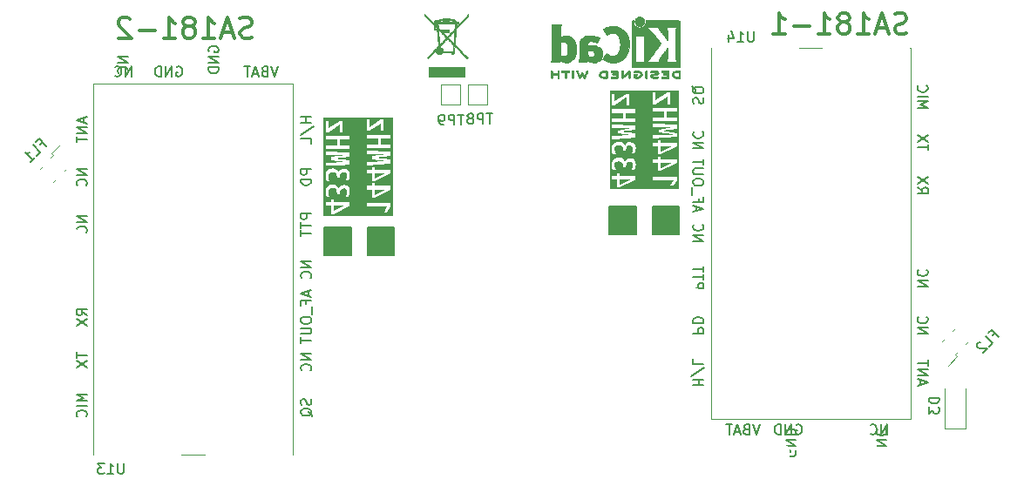
<source format=gbr>
%TF.GenerationSoftware,KiCad,Pcbnew,(6.0.9)*%
%TF.CreationDate,2022-12-22T22:01:23+02:00*%
%TF.ProjectId,cross_band_handy_walkie_talkie_V1,63726f73-735f-4626-916e-645f68616e64,rev?*%
%TF.SameCoordinates,Original*%
%TF.FileFunction,Legend,Bot*%
%TF.FilePolarity,Positive*%
%FSLAX46Y46*%
G04 Gerber Fmt 4.6, Leading zero omitted, Abs format (unit mm)*
G04 Created by KiCad (PCBNEW (6.0.9)) date 2022-12-22 22:01:23*
%MOMM*%
%LPD*%
G01*
G04 APERTURE LIST*
G04 Aperture macros list*
%AMRoundRect*
0 Rectangle with rounded corners*
0 $1 Rounding radius*
0 $2 $3 $4 $5 $6 $7 $8 $9 X,Y pos of 4 corners*
0 Add a 4 corners polygon primitive as box body*
4,1,4,$2,$3,$4,$5,$6,$7,$8,$9,$2,$3,0*
0 Add four circle primitives for the rounded corners*
1,1,$1+$1,$2,$3*
1,1,$1+$1,$4,$5*
1,1,$1+$1,$6,$7*
1,1,$1+$1,$8,$9*
0 Add four rect primitives between the rounded corners*
20,1,$1+$1,$2,$3,$4,$5,0*
20,1,$1+$1,$4,$5,$6,$7,0*
20,1,$1+$1,$6,$7,$8,$9,0*
20,1,$1+$1,$8,$9,$2,$3,0*%
G04 Aperture macros list end*
%ADD10C,0.150000*%
%ADD11C,0.300000*%
%ADD12C,0.010000*%
%ADD13C,0.120000*%
%ADD14R,1.700000X1.700000*%
%ADD15O,1.700000X1.700000*%
%ADD16C,5.600000*%
%ADD17C,3.600000*%
%ADD18C,1.440000*%
%ADD19C,2.050000*%
%ADD20C,2.250000*%
%ADD21C,0.650000*%
%ADD22O,1.000000X1.600000*%
%ADD23O,1.000000X2.100000*%
%ADD24RoundRect,0.249600X0.268701X-0.651104X0.651104X-0.268701X-0.268701X0.651104X-0.651104X0.268701X0*%
%ADD25RoundRect,0.152500X0.224506X-0.440174X0.440174X-0.224506X-0.224506X0.440174X-0.440174X0.224506X0*%
%ADD26C,0.610000*%
%ADD27R,1.500000X1.500000*%
%ADD28R,1.200000X0.900000*%
%ADD29R,1.800000X1.800000*%
%ADD30R,8.500000X2.200000*%
%ADD31R,7.000000X9.000000*%
%ADD32RoundRect,0.249600X-0.268701X0.651104X-0.651104X0.268701X0.268701X-0.651104X0.651104X-0.268701X0*%
%ADD33RoundRect,0.152500X-0.224506X0.440174X-0.440174X0.224506X0.224506X-0.440174X0.440174X-0.224506X0*%
G04 APERTURE END LIST*
D10*
X114400000Y-69450000D02*
X117000000Y-69450000D01*
X117000000Y-69450000D02*
X117000000Y-72150000D01*
X117000000Y-72150000D02*
X114400000Y-72150000D01*
X114400000Y-72150000D02*
X114400000Y-69450000D01*
G36*
X114400000Y-69450000D02*
G01*
X117000000Y-69450000D01*
X117000000Y-72150000D01*
X114400000Y-72150000D01*
X114400000Y-69450000D01*
G37*
X110200000Y-69450000D02*
X112800000Y-69450000D01*
X112800000Y-69450000D02*
X112800000Y-72150000D01*
X112800000Y-72150000D02*
X110200000Y-72150000D01*
X110200000Y-72150000D02*
X110200000Y-69450000D01*
G36*
X110200000Y-69450000D02*
G01*
X112800000Y-69450000D01*
X112800000Y-72150000D01*
X110200000Y-72150000D01*
X110200000Y-69450000D01*
G37*
X82500000Y-71500000D02*
X85100000Y-71500000D01*
X85100000Y-71500000D02*
X85100000Y-74200000D01*
X85100000Y-74200000D02*
X82500000Y-74200000D01*
X82500000Y-74200000D02*
X82500000Y-71500000D01*
G36*
X82500000Y-71500000D02*
G01*
X85100000Y-71500000D01*
X85100000Y-74200000D01*
X82500000Y-74200000D01*
X82500000Y-71500000D01*
G37*
X86700000Y-71500000D02*
X89300000Y-71500000D01*
X89300000Y-71500000D02*
X89300000Y-74200000D01*
X89300000Y-74200000D02*
X86700000Y-74200000D01*
X86700000Y-74200000D02*
X86700000Y-71500000D01*
G36*
X86700000Y-71500000D02*
G01*
X89300000Y-71500000D01*
X89300000Y-74200000D01*
X86700000Y-74200000D01*
X86700000Y-71500000D01*
G37*
D11*
X75476190Y-53009523D02*
X75190476Y-53104761D01*
X74714285Y-53104761D01*
X74523809Y-53009523D01*
X74428571Y-52914285D01*
X74333333Y-52723809D01*
X74333333Y-52533333D01*
X74428571Y-52342857D01*
X74523809Y-52247619D01*
X74714285Y-52152380D01*
X75095238Y-52057142D01*
X75285714Y-51961904D01*
X75380952Y-51866666D01*
X75476190Y-51676190D01*
X75476190Y-51485714D01*
X75380952Y-51295238D01*
X75285714Y-51200000D01*
X75095238Y-51104761D01*
X74619047Y-51104761D01*
X74333333Y-51200000D01*
X73571428Y-52533333D02*
X72619047Y-52533333D01*
X73761904Y-53104761D02*
X73095238Y-51104761D01*
X72428571Y-53104761D01*
X70714285Y-53104761D02*
X71857142Y-53104761D01*
X71285714Y-53104761D02*
X71285714Y-51104761D01*
X71476190Y-51390476D01*
X71666666Y-51580952D01*
X71857142Y-51676190D01*
X69571428Y-51961904D02*
X69761904Y-51866666D01*
X69857142Y-51771428D01*
X69952380Y-51580952D01*
X69952380Y-51485714D01*
X69857142Y-51295238D01*
X69761904Y-51200000D01*
X69571428Y-51104761D01*
X69190476Y-51104761D01*
X69000000Y-51200000D01*
X68904761Y-51295238D01*
X68809523Y-51485714D01*
X68809523Y-51580952D01*
X68904761Y-51771428D01*
X69000000Y-51866666D01*
X69190476Y-51961904D01*
X69571428Y-51961904D01*
X69761904Y-52057142D01*
X69857142Y-52152380D01*
X69952380Y-52342857D01*
X69952380Y-52723809D01*
X69857142Y-52914285D01*
X69761904Y-53009523D01*
X69571428Y-53104761D01*
X69190476Y-53104761D01*
X69000000Y-53009523D01*
X68904761Y-52914285D01*
X68809523Y-52723809D01*
X68809523Y-52342857D01*
X68904761Y-52152380D01*
X69000000Y-52057142D01*
X69190476Y-51961904D01*
X66904761Y-53104761D02*
X68047619Y-53104761D01*
X67476190Y-53104761D02*
X67476190Y-51104761D01*
X67666666Y-51390476D01*
X67857142Y-51580952D01*
X68047619Y-51676190D01*
X66047619Y-52342857D02*
X64523809Y-52342857D01*
X63666666Y-51295238D02*
X63571428Y-51200000D01*
X63380952Y-51104761D01*
X62904761Y-51104761D01*
X62714285Y-51200000D01*
X62619047Y-51295238D01*
X62523809Y-51485714D01*
X62523809Y-51676190D01*
X62619047Y-51961904D01*
X63761904Y-53104761D01*
X62523809Y-53104761D01*
X139076190Y-52609523D02*
X138790476Y-52704761D01*
X138314285Y-52704761D01*
X138123809Y-52609523D01*
X138028571Y-52514285D01*
X137933333Y-52323809D01*
X137933333Y-52133333D01*
X138028571Y-51942857D01*
X138123809Y-51847619D01*
X138314285Y-51752380D01*
X138695238Y-51657142D01*
X138885714Y-51561904D01*
X138980952Y-51466666D01*
X139076190Y-51276190D01*
X139076190Y-51085714D01*
X138980952Y-50895238D01*
X138885714Y-50800000D01*
X138695238Y-50704761D01*
X138219047Y-50704761D01*
X137933333Y-50800000D01*
X137171428Y-52133333D02*
X136219047Y-52133333D01*
X137361904Y-52704761D02*
X136695238Y-50704761D01*
X136028571Y-52704761D01*
X134314285Y-52704761D02*
X135457142Y-52704761D01*
X134885714Y-52704761D02*
X134885714Y-50704761D01*
X135076190Y-50990476D01*
X135266666Y-51180952D01*
X135457142Y-51276190D01*
X133171428Y-51561904D02*
X133361904Y-51466666D01*
X133457142Y-51371428D01*
X133552380Y-51180952D01*
X133552380Y-51085714D01*
X133457142Y-50895238D01*
X133361904Y-50800000D01*
X133171428Y-50704761D01*
X132790476Y-50704761D01*
X132600000Y-50800000D01*
X132504761Y-50895238D01*
X132409523Y-51085714D01*
X132409523Y-51180952D01*
X132504761Y-51371428D01*
X132600000Y-51466666D01*
X132790476Y-51561904D01*
X133171428Y-51561904D01*
X133361904Y-51657142D01*
X133457142Y-51752380D01*
X133552380Y-51942857D01*
X133552380Y-52323809D01*
X133457142Y-52514285D01*
X133361904Y-52609523D01*
X133171428Y-52704761D01*
X132790476Y-52704761D01*
X132600000Y-52609523D01*
X132504761Y-52514285D01*
X132409523Y-52323809D01*
X132409523Y-51942857D01*
X132504761Y-51752380D01*
X132600000Y-51657142D01*
X132790476Y-51561904D01*
X130504761Y-52704761D02*
X131647619Y-52704761D01*
X131076190Y-52704761D02*
X131076190Y-50704761D01*
X131266666Y-50990476D01*
X131457142Y-51180952D01*
X131647619Y-51276190D01*
X129647619Y-51942857D02*
X128123809Y-51942857D01*
X126123809Y-52704761D02*
X127266666Y-52704761D01*
X126695238Y-52704761D02*
X126695238Y-50704761D01*
X126885714Y-50990476D01*
X127076190Y-51180952D01*
X127266666Y-51276190D01*
D10*
%TO.C,FL2*%
X147471404Y-82027580D02*
X147707106Y-81791877D01*
X148077496Y-82162267D02*
X147370389Y-81455160D01*
X147033671Y-81791877D01*
X147134687Y-83105076D02*
X147471404Y-82768358D01*
X146764297Y-82061251D01*
X146292893Y-82667343D02*
X146225549Y-82667343D01*
X146124534Y-82701015D01*
X145956175Y-82869374D01*
X145922503Y-82970389D01*
X145922503Y-83037732D01*
X145956175Y-83138748D01*
X146023519Y-83206091D01*
X146158206Y-83273435D01*
X146966328Y-83273435D01*
X146528595Y-83711167D01*
%TO.C,TP8*%
X98861904Y-60452380D02*
X98290476Y-60452380D01*
X98576190Y-61452380D02*
X98576190Y-60452380D01*
X97957142Y-61452380D02*
X97957142Y-60452380D01*
X97576190Y-60452380D01*
X97480952Y-60500000D01*
X97433333Y-60547619D01*
X97385714Y-60642857D01*
X97385714Y-60785714D01*
X97433333Y-60880952D01*
X97480952Y-60928571D01*
X97576190Y-60976190D01*
X97957142Y-60976190D01*
X96814285Y-60880952D02*
X96909523Y-60833333D01*
X96957142Y-60785714D01*
X97004761Y-60690476D01*
X97004761Y-60642857D01*
X96957142Y-60547619D01*
X96909523Y-60500000D01*
X96814285Y-60452380D01*
X96623809Y-60452380D01*
X96528571Y-60500000D01*
X96480952Y-60547619D01*
X96433333Y-60642857D01*
X96433333Y-60690476D01*
X96480952Y-60785714D01*
X96528571Y-60833333D01*
X96623809Y-60880952D01*
X96814285Y-60880952D01*
X96909523Y-60928571D01*
X96957142Y-60976190D01*
X97004761Y-61071428D01*
X97004761Y-61261904D01*
X96957142Y-61357142D01*
X96909523Y-61404761D01*
X96814285Y-61452380D01*
X96623809Y-61452380D01*
X96528571Y-61404761D01*
X96480952Y-61357142D01*
X96433333Y-61261904D01*
X96433333Y-61071428D01*
X96480952Y-60976190D01*
X96528571Y-60928571D01*
X96623809Y-60880952D01*
%TO.C,TP9*%
X96061904Y-60552380D02*
X95490476Y-60552380D01*
X95776190Y-61552380D02*
X95776190Y-60552380D01*
X95157142Y-61552380D02*
X95157142Y-60552380D01*
X94776190Y-60552380D01*
X94680952Y-60600000D01*
X94633333Y-60647619D01*
X94585714Y-60742857D01*
X94585714Y-60885714D01*
X94633333Y-60980952D01*
X94680952Y-61028571D01*
X94776190Y-61076190D01*
X95157142Y-61076190D01*
X94109523Y-61552380D02*
X93919047Y-61552380D01*
X93823809Y-61504761D01*
X93776190Y-61457142D01*
X93680952Y-61314285D01*
X93633333Y-61123809D01*
X93633333Y-60742857D01*
X93680952Y-60647619D01*
X93728571Y-60600000D01*
X93823809Y-60552380D01*
X94014285Y-60552380D01*
X94109523Y-60600000D01*
X94157142Y-60647619D01*
X94204761Y-60742857D01*
X94204761Y-60980952D01*
X94157142Y-61076190D01*
X94109523Y-61123809D01*
X94014285Y-61171428D01*
X93823809Y-61171428D01*
X93728571Y-61123809D01*
X93680952Y-61076190D01*
X93633333Y-60980952D01*
%TO.C,D3*%
X142252380Y-88061904D02*
X141252380Y-88061904D01*
X141252380Y-88300000D01*
X141300000Y-88442857D01*
X141395238Y-88538095D01*
X141490476Y-88585714D01*
X141680952Y-88633333D01*
X141823809Y-88633333D01*
X142014285Y-88585714D01*
X142109523Y-88538095D01*
X142204761Y-88442857D01*
X142252380Y-88300000D01*
X142252380Y-88061904D01*
X141252380Y-88966666D02*
X141252380Y-89585714D01*
X141633333Y-89252380D01*
X141633333Y-89395238D01*
X141680952Y-89490476D01*
X141728571Y-89538095D01*
X141823809Y-89585714D01*
X142061904Y-89585714D01*
X142157142Y-89538095D01*
X142204761Y-89490476D01*
X142252380Y-89395238D01*
X142252380Y-89109523D01*
X142204761Y-89014285D01*
X142157142Y-88966666D01*
%TO.C,U14*%
X124238095Y-52452380D02*
X124238095Y-53261904D01*
X124190476Y-53357142D01*
X124142857Y-53404761D01*
X124047619Y-53452380D01*
X123857142Y-53452380D01*
X123761904Y-53404761D01*
X123714285Y-53357142D01*
X123666666Y-53261904D01*
X123666666Y-52452380D01*
X122666666Y-53452380D02*
X123238095Y-53452380D01*
X122952380Y-53452380D02*
X122952380Y-52452380D01*
X123047619Y-52595238D01*
X123142857Y-52690476D01*
X123238095Y-52738095D01*
X121809523Y-52785714D02*
X121809523Y-53452380D01*
X122047619Y-52404761D02*
X122285714Y-53119047D01*
X121666666Y-53119047D01*
X118347619Y-63835714D02*
X119347619Y-63835714D01*
X118347619Y-63264285D01*
X119347619Y-63264285D01*
X118442857Y-62216666D02*
X118395238Y-62264285D01*
X118347619Y-62407142D01*
X118347619Y-62502380D01*
X118395238Y-62645238D01*
X118490476Y-62740476D01*
X118585714Y-62788095D01*
X118776190Y-62835714D01*
X118919047Y-62835714D01*
X119109523Y-62788095D01*
X119204761Y-62740476D01*
X119300000Y-62645238D01*
X119347619Y-62502380D01*
X119347619Y-62407142D01*
X119300000Y-62264285D01*
X119252380Y-62216666D01*
X118347619Y-77473809D02*
X119347619Y-77473809D01*
X119347619Y-77092857D01*
X119300000Y-76997619D01*
X119252380Y-76950000D01*
X119157142Y-76902380D01*
X119014285Y-76902380D01*
X118919047Y-76950000D01*
X118871428Y-76997619D01*
X118823809Y-77092857D01*
X118823809Y-77473809D01*
X119347619Y-76616666D02*
X119347619Y-76045238D01*
X118347619Y-76330952D02*
X119347619Y-76330952D01*
X119347619Y-75854761D02*
X119347619Y-75283333D01*
X118347619Y-75569047D02*
X119347619Y-75569047D01*
X128300000Y-93211904D02*
X128347619Y-93307142D01*
X128347619Y-93450000D01*
X128300000Y-93592857D01*
X128204761Y-93688095D01*
X128109523Y-93735714D01*
X127919047Y-93783333D01*
X127776190Y-93783333D01*
X127585714Y-93735714D01*
X127490476Y-93688095D01*
X127395238Y-93592857D01*
X127347619Y-93450000D01*
X127347619Y-93354761D01*
X127395238Y-93211904D01*
X127442857Y-93164285D01*
X127776190Y-93164285D01*
X127776190Y-93354761D01*
X127347619Y-92735714D02*
X128347619Y-92735714D01*
X127347619Y-92164285D01*
X128347619Y-92164285D01*
X127347619Y-91688095D02*
X128347619Y-91688095D01*
X128347619Y-91450000D01*
X128300000Y-91307142D01*
X128204761Y-91211904D01*
X128109523Y-91164285D01*
X127919047Y-91116666D01*
X127776190Y-91116666D01*
X127585714Y-91164285D01*
X127490476Y-91211904D01*
X127395238Y-91307142D01*
X127347619Y-91450000D01*
X127347619Y-91688095D01*
X136147619Y-92735714D02*
X137147619Y-92735714D01*
X136147619Y-92164285D01*
X137147619Y-92164285D01*
X136242857Y-91116666D02*
X136195238Y-91164285D01*
X136147619Y-91307142D01*
X136147619Y-91402380D01*
X136195238Y-91545238D01*
X136290476Y-91640476D01*
X136385714Y-91688095D01*
X136576190Y-91735714D01*
X136719047Y-91735714D01*
X136909523Y-91688095D01*
X137004761Y-91640476D01*
X137100000Y-91545238D01*
X137147619Y-91402380D01*
X137147619Y-91307142D01*
X137100000Y-91164285D01*
X137052380Y-91116666D01*
X140147619Y-81835714D02*
X141147619Y-81835714D01*
X140147619Y-81264285D01*
X141147619Y-81264285D01*
X140242857Y-80216666D02*
X140195238Y-80264285D01*
X140147619Y-80407142D01*
X140147619Y-80502380D01*
X140195238Y-80645238D01*
X140290476Y-80740476D01*
X140385714Y-80788095D01*
X140576190Y-80835714D01*
X140719047Y-80835714D01*
X140909523Y-80788095D01*
X141004761Y-80740476D01*
X141100000Y-80645238D01*
X141147619Y-80502380D01*
X141147619Y-80407142D01*
X141100000Y-80264285D01*
X141052380Y-80216666D01*
X118347619Y-81811904D02*
X119347619Y-81811904D01*
X119347619Y-81430952D01*
X119300000Y-81335714D01*
X119252380Y-81288095D01*
X119157142Y-81240476D01*
X119014285Y-81240476D01*
X118919047Y-81288095D01*
X118871428Y-81335714D01*
X118823809Y-81430952D01*
X118823809Y-81811904D01*
X118347619Y-80811904D02*
X119347619Y-80811904D01*
X119347619Y-80573809D01*
X119300000Y-80430952D01*
X119204761Y-80335714D01*
X119109523Y-80288095D01*
X118919047Y-80240476D01*
X118776190Y-80240476D01*
X118585714Y-80288095D01*
X118490476Y-80335714D01*
X118395238Y-80430952D01*
X118347619Y-80573809D01*
X118347619Y-80811904D01*
X141147619Y-64011904D02*
X141147619Y-63440476D01*
X140147619Y-63726190D02*
X141147619Y-63726190D01*
X141147619Y-63202380D02*
X140147619Y-62535714D01*
X141147619Y-62535714D02*
X140147619Y-63202380D01*
X118395238Y-59459523D02*
X118347619Y-59316666D01*
X118347619Y-59078571D01*
X118395238Y-58983333D01*
X118442857Y-58935714D01*
X118538095Y-58888095D01*
X118633333Y-58888095D01*
X118728571Y-58935714D01*
X118776190Y-58983333D01*
X118823809Y-59078571D01*
X118871428Y-59269047D01*
X118919047Y-59364285D01*
X118966666Y-59411904D01*
X119061904Y-59459523D01*
X119157142Y-59459523D01*
X119252380Y-59411904D01*
X119300000Y-59364285D01*
X119347619Y-59269047D01*
X119347619Y-59030952D01*
X119300000Y-58888095D01*
X118252380Y-57792857D02*
X118300000Y-57888095D01*
X118395238Y-57983333D01*
X118538095Y-58126190D01*
X118585714Y-58221428D01*
X118585714Y-58316666D01*
X118347619Y-58269047D02*
X118395238Y-58364285D01*
X118490476Y-58459523D01*
X118680952Y-58507142D01*
X119014285Y-58507142D01*
X119204761Y-58459523D01*
X119300000Y-58364285D01*
X119347619Y-58269047D01*
X119347619Y-58078571D01*
X119300000Y-57983333D01*
X119204761Y-57888095D01*
X119014285Y-57840476D01*
X118680952Y-57840476D01*
X118490476Y-57888095D01*
X118395238Y-57983333D01*
X118347619Y-58078571D01*
X118347619Y-58269047D01*
X124842857Y-90652380D02*
X124509523Y-91652380D01*
X124176190Y-90652380D01*
X123509523Y-91128571D02*
X123366666Y-91176190D01*
X123319047Y-91223809D01*
X123271428Y-91319047D01*
X123271428Y-91461904D01*
X123319047Y-91557142D01*
X123366666Y-91604761D01*
X123461904Y-91652380D01*
X123842857Y-91652380D01*
X123842857Y-90652380D01*
X123509523Y-90652380D01*
X123414285Y-90700000D01*
X123366666Y-90747619D01*
X123319047Y-90842857D01*
X123319047Y-90938095D01*
X123366666Y-91033333D01*
X123414285Y-91080952D01*
X123509523Y-91128571D01*
X123842857Y-91128571D01*
X122890476Y-91366666D02*
X122414285Y-91366666D01*
X122985714Y-91652380D02*
X122652380Y-90652380D01*
X122319047Y-91652380D01*
X122128571Y-90652380D02*
X121557142Y-90652380D01*
X121842857Y-91652380D02*
X121842857Y-90652380D01*
X118347619Y-86864285D02*
X119347619Y-86864285D01*
X118871428Y-86864285D02*
X118871428Y-86292857D01*
X118347619Y-86292857D02*
X119347619Y-86292857D01*
X119395238Y-85102380D02*
X118109523Y-85959523D01*
X118347619Y-84292857D02*
X118347619Y-84769047D01*
X119347619Y-84769047D01*
X140147619Y-59921428D02*
X141147619Y-59921428D01*
X140433333Y-59588095D01*
X141147619Y-59254761D01*
X140147619Y-59254761D01*
X140147619Y-58778571D02*
X141147619Y-58778571D01*
X140242857Y-57730952D02*
X140195238Y-57778571D01*
X140147619Y-57921428D01*
X140147619Y-58016666D01*
X140195238Y-58159523D01*
X140290476Y-58254761D01*
X140385714Y-58302380D01*
X140576190Y-58350000D01*
X140719047Y-58350000D01*
X140909523Y-58302380D01*
X141004761Y-58254761D01*
X141100000Y-58159523D01*
X141147619Y-58016666D01*
X141147619Y-57921428D01*
X141100000Y-57778571D01*
X141052380Y-57730952D01*
X137185714Y-91652380D02*
X137185714Y-90652380D01*
X136614285Y-91652380D01*
X136614285Y-90652380D01*
X135566666Y-91557142D02*
X135614285Y-91604761D01*
X135757142Y-91652380D01*
X135852380Y-91652380D01*
X135995238Y-91604761D01*
X136090476Y-91509523D01*
X136138095Y-91414285D01*
X136185714Y-91223809D01*
X136185714Y-91080952D01*
X136138095Y-90890476D01*
X136090476Y-90795238D01*
X135995238Y-90700000D01*
X135852380Y-90652380D01*
X135757142Y-90652380D01*
X135614285Y-90700000D01*
X135566666Y-90747619D01*
X140433333Y-86792857D02*
X140433333Y-86316666D01*
X140147619Y-86888095D02*
X141147619Y-86554761D01*
X140147619Y-86221428D01*
X140147619Y-85888095D02*
X141147619Y-85888095D01*
X140147619Y-85316666D01*
X141147619Y-85316666D01*
X141147619Y-84983333D02*
X141147619Y-84411904D01*
X140147619Y-84697619D02*
X141147619Y-84697619D01*
X140147619Y-77235714D02*
X141147619Y-77235714D01*
X140147619Y-76664285D01*
X141147619Y-76664285D01*
X140242857Y-75616666D02*
X140195238Y-75664285D01*
X140147619Y-75807142D01*
X140147619Y-75902380D01*
X140195238Y-76045238D01*
X140290476Y-76140476D01*
X140385714Y-76188095D01*
X140576190Y-76235714D01*
X140719047Y-76235714D01*
X140909523Y-76188095D01*
X141004761Y-76140476D01*
X141100000Y-76045238D01*
X141147619Y-75902380D01*
X141147619Y-75807142D01*
X141100000Y-75664285D01*
X141052380Y-75616666D01*
X118633333Y-69926190D02*
X118633333Y-69450000D01*
X118347619Y-70021428D02*
X119347619Y-69688095D01*
X118347619Y-69354761D01*
X118871428Y-68688095D02*
X118871428Y-69021428D01*
X118347619Y-69021428D02*
X119347619Y-69021428D01*
X119347619Y-68545238D01*
X118252380Y-68402380D02*
X118252380Y-67640476D01*
X119347619Y-67211904D02*
X119347619Y-67021428D01*
X119300000Y-66926190D01*
X119204761Y-66830952D01*
X119014285Y-66783333D01*
X118680952Y-66783333D01*
X118490476Y-66830952D01*
X118395238Y-66926190D01*
X118347619Y-67021428D01*
X118347619Y-67211904D01*
X118395238Y-67307142D01*
X118490476Y-67402380D01*
X118680952Y-67450000D01*
X119014285Y-67450000D01*
X119204761Y-67402380D01*
X119300000Y-67307142D01*
X119347619Y-67211904D01*
X119347619Y-66354761D02*
X118538095Y-66354761D01*
X118442857Y-66307142D01*
X118395238Y-66259523D01*
X118347619Y-66164285D01*
X118347619Y-65973809D01*
X118395238Y-65878571D01*
X118442857Y-65830952D01*
X118538095Y-65783333D01*
X119347619Y-65783333D01*
X119347619Y-65450000D02*
X119347619Y-64878571D01*
X118347619Y-65164285D02*
X119347619Y-65164285D01*
X128361904Y-90700000D02*
X128457142Y-90652380D01*
X128600000Y-90652380D01*
X128742857Y-90700000D01*
X128838095Y-90795238D01*
X128885714Y-90890476D01*
X128933333Y-91080952D01*
X128933333Y-91223809D01*
X128885714Y-91414285D01*
X128838095Y-91509523D01*
X128742857Y-91604761D01*
X128600000Y-91652380D01*
X128504761Y-91652380D01*
X128361904Y-91604761D01*
X128314285Y-91557142D01*
X128314285Y-91223809D01*
X128504761Y-91223809D01*
X127885714Y-91652380D02*
X127885714Y-90652380D01*
X127314285Y-91652380D01*
X127314285Y-90652380D01*
X126838095Y-91652380D02*
X126838095Y-90652380D01*
X126600000Y-90652380D01*
X126457142Y-90700000D01*
X126361904Y-90795238D01*
X126314285Y-90890476D01*
X126266666Y-91080952D01*
X126266666Y-91223809D01*
X126314285Y-91414285D01*
X126361904Y-91509523D01*
X126457142Y-91604761D01*
X126600000Y-91652380D01*
X126838095Y-91652380D01*
X118347619Y-72835714D02*
X119347619Y-72835714D01*
X118347619Y-72264285D01*
X119347619Y-72264285D01*
X118442857Y-71216666D02*
X118395238Y-71264285D01*
X118347619Y-71407142D01*
X118347619Y-71502380D01*
X118395238Y-71645238D01*
X118490476Y-71740476D01*
X118585714Y-71788095D01*
X118776190Y-71835714D01*
X118919047Y-71835714D01*
X119109523Y-71788095D01*
X119204761Y-71740476D01*
X119300000Y-71645238D01*
X119347619Y-71502380D01*
X119347619Y-71407142D01*
X119300000Y-71264285D01*
X119252380Y-71216666D01*
X140147619Y-67616666D02*
X140623809Y-67950000D01*
X140147619Y-68188095D02*
X141147619Y-68188095D01*
X141147619Y-67807142D01*
X141100000Y-67711904D01*
X141052380Y-67664285D01*
X140957142Y-67616666D01*
X140814285Y-67616666D01*
X140719047Y-67664285D01*
X140671428Y-67711904D01*
X140623809Y-67807142D01*
X140623809Y-68188095D01*
X141147619Y-67283333D02*
X140147619Y-66616666D01*
X141147619Y-66616666D02*
X140147619Y-67283333D01*
%TO.C,FL1*%
X54903637Y-63459813D02*
X55139339Y-63224110D01*
X55509729Y-63594500D02*
X54802622Y-62887393D01*
X54465904Y-63224110D01*
X54566920Y-64537309D02*
X54903637Y-64200591D01*
X54196530Y-63493484D01*
X53960828Y-65143400D02*
X54364889Y-64739339D01*
X54162858Y-64941370D02*
X53455752Y-64234263D01*
X53624110Y-64267935D01*
X53758797Y-64267935D01*
X53859813Y-64234263D01*
%TO.C,U13*%
X63038095Y-94452380D02*
X63038095Y-95261904D01*
X62990476Y-95357142D01*
X62942857Y-95404761D01*
X62847619Y-95452380D01*
X62657142Y-95452380D01*
X62561904Y-95404761D01*
X62514285Y-95357142D01*
X62466666Y-95261904D01*
X62466666Y-94452380D01*
X61466666Y-95452380D02*
X62038095Y-95452380D01*
X61752380Y-95452380D02*
X61752380Y-94452380D01*
X61847619Y-94595238D01*
X61942857Y-94690476D01*
X62038095Y-94738095D01*
X61133333Y-94452380D02*
X60514285Y-94452380D01*
X60847619Y-94833333D01*
X60704761Y-94833333D01*
X60609523Y-94880952D01*
X60561904Y-94928571D01*
X60514285Y-95023809D01*
X60514285Y-95261904D01*
X60561904Y-95357142D01*
X60609523Y-95404761D01*
X60704761Y-95452380D01*
X60990476Y-95452380D01*
X61085714Y-95404761D01*
X61133333Y-95357142D01*
X63452380Y-54914285D02*
X62452380Y-54914285D01*
X63452380Y-55485714D01*
X62452380Y-55485714D01*
X63357142Y-56533333D02*
X63404761Y-56485714D01*
X63452380Y-56342857D01*
X63452380Y-56247619D01*
X63404761Y-56104761D01*
X63309523Y-56009523D01*
X63214285Y-55961904D01*
X63023809Y-55914285D01*
X62880952Y-55914285D01*
X62690476Y-55961904D01*
X62595238Y-56009523D01*
X62500000Y-56104761D01*
X62452380Y-56247619D01*
X62452380Y-56342857D01*
X62500000Y-56485714D01*
X62547619Y-56533333D01*
X81252380Y-60785714D02*
X80252380Y-60785714D01*
X80728571Y-60785714D02*
X80728571Y-61357142D01*
X81252380Y-61357142D02*
X80252380Y-61357142D01*
X80204761Y-62547619D02*
X81490476Y-61690476D01*
X81252380Y-63357142D02*
X81252380Y-62880952D01*
X80252380Y-62880952D01*
X81252380Y-83814285D02*
X80252380Y-83814285D01*
X81252380Y-84385714D01*
X80252380Y-84385714D01*
X81157142Y-85433333D02*
X81204761Y-85385714D01*
X81252380Y-85242857D01*
X81252380Y-85147619D01*
X81204761Y-85004761D01*
X81109523Y-84909523D01*
X81014285Y-84861904D01*
X80823809Y-84814285D01*
X80680952Y-84814285D01*
X80490476Y-84861904D01*
X80395238Y-84909523D01*
X80300000Y-85004761D01*
X80252380Y-85147619D01*
X80252380Y-85242857D01*
X80300000Y-85385714D01*
X80347619Y-85433333D01*
X63785714Y-56852380D02*
X63785714Y-55852380D01*
X63214285Y-56852380D01*
X63214285Y-55852380D01*
X62166666Y-56757142D02*
X62214285Y-56804761D01*
X62357142Y-56852380D01*
X62452380Y-56852380D01*
X62595238Y-56804761D01*
X62690476Y-56709523D01*
X62738095Y-56614285D01*
X62785714Y-56423809D01*
X62785714Y-56280952D01*
X62738095Y-56090476D01*
X62690476Y-55995238D01*
X62595238Y-55900000D01*
X62452380Y-55852380D01*
X62357142Y-55852380D01*
X62214285Y-55900000D01*
X62166666Y-55947619D01*
X81252380Y-65838095D02*
X80252380Y-65838095D01*
X80252380Y-66219047D01*
X80300000Y-66314285D01*
X80347619Y-66361904D01*
X80442857Y-66409523D01*
X80585714Y-66409523D01*
X80680952Y-66361904D01*
X80728571Y-66314285D01*
X80776190Y-66219047D01*
X80776190Y-65838095D01*
X81252380Y-66838095D02*
X80252380Y-66838095D01*
X80252380Y-67076190D01*
X80300000Y-67219047D01*
X80395238Y-67314285D01*
X80490476Y-67361904D01*
X80680952Y-67409523D01*
X80823809Y-67409523D01*
X81014285Y-67361904D01*
X81109523Y-67314285D01*
X81204761Y-67219047D01*
X81252380Y-67076190D01*
X81252380Y-66838095D01*
X58452380Y-83638095D02*
X58452380Y-84209523D01*
X59452380Y-83923809D02*
X58452380Y-83923809D01*
X58452380Y-84447619D02*
X59452380Y-85114285D01*
X58452380Y-85114285D02*
X59452380Y-84447619D01*
X59452380Y-80033333D02*
X58976190Y-79700000D01*
X59452380Y-79461904D02*
X58452380Y-79461904D01*
X58452380Y-79842857D01*
X58500000Y-79938095D01*
X58547619Y-79985714D01*
X58642857Y-80033333D01*
X58785714Y-80033333D01*
X58880952Y-79985714D01*
X58928571Y-79938095D01*
X58976190Y-79842857D01*
X58976190Y-79461904D01*
X58452380Y-80366666D02*
X59452380Y-81033333D01*
X58452380Y-81033333D02*
X59452380Y-80366666D01*
X59452380Y-87728571D02*
X58452380Y-87728571D01*
X59166666Y-88061904D01*
X58452380Y-88395238D01*
X59452380Y-88395238D01*
X59452380Y-88871428D02*
X58452380Y-88871428D01*
X59357142Y-89919047D02*
X59404761Y-89871428D01*
X59452380Y-89728571D01*
X59452380Y-89633333D01*
X59404761Y-89490476D01*
X59309523Y-89395238D01*
X59214285Y-89347619D01*
X59023809Y-89300000D01*
X58880952Y-89300000D01*
X58690476Y-89347619D01*
X58595238Y-89395238D01*
X58500000Y-89490476D01*
X58452380Y-89633333D01*
X58452380Y-89728571D01*
X58500000Y-89871428D01*
X58547619Y-89919047D01*
X59452380Y-65814285D02*
X58452380Y-65814285D01*
X59452380Y-66385714D01*
X58452380Y-66385714D01*
X59357142Y-67433333D02*
X59404761Y-67385714D01*
X59452380Y-67242857D01*
X59452380Y-67147619D01*
X59404761Y-67004761D01*
X59309523Y-66909523D01*
X59214285Y-66861904D01*
X59023809Y-66814285D01*
X58880952Y-66814285D01*
X58690476Y-66861904D01*
X58595238Y-66909523D01*
X58500000Y-67004761D01*
X58452380Y-67147619D01*
X58452380Y-67242857D01*
X58500000Y-67385714D01*
X58547619Y-67433333D01*
X78042857Y-55852380D02*
X77709523Y-56852380D01*
X77376190Y-55852380D01*
X76709523Y-56328571D02*
X76566666Y-56376190D01*
X76519047Y-56423809D01*
X76471428Y-56519047D01*
X76471428Y-56661904D01*
X76519047Y-56757142D01*
X76566666Y-56804761D01*
X76661904Y-56852380D01*
X77042857Y-56852380D01*
X77042857Y-55852380D01*
X76709523Y-55852380D01*
X76614285Y-55900000D01*
X76566666Y-55947619D01*
X76519047Y-56042857D01*
X76519047Y-56138095D01*
X76566666Y-56233333D01*
X76614285Y-56280952D01*
X76709523Y-56328571D01*
X77042857Y-56328571D01*
X76090476Y-56566666D02*
X75614285Y-56566666D01*
X76185714Y-56852380D02*
X75852380Y-55852380D01*
X75519047Y-56852380D01*
X75328571Y-55852380D02*
X74757142Y-55852380D01*
X75042857Y-56852380D02*
X75042857Y-55852380D01*
X81252380Y-70176190D02*
X80252380Y-70176190D01*
X80252380Y-70557142D01*
X80300000Y-70652380D01*
X80347619Y-70700000D01*
X80442857Y-70747619D01*
X80585714Y-70747619D01*
X80680952Y-70700000D01*
X80728571Y-70652380D01*
X80776190Y-70557142D01*
X80776190Y-70176190D01*
X80252380Y-71033333D02*
X80252380Y-71604761D01*
X81252380Y-71319047D02*
X80252380Y-71319047D01*
X80252380Y-71795238D02*
X80252380Y-72366666D01*
X81252380Y-72080952D02*
X80252380Y-72080952D01*
X80966666Y-77723809D02*
X80966666Y-78200000D01*
X81252380Y-77628571D02*
X80252380Y-77961904D01*
X81252380Y-78295238D01*
X80728571Y-78961904D02*
X80728571Y-78628571D01*
X81252380Y-78628571D02*
X80252380Y-78628571D01*
X80252380Y-79104761D01*
X81347619Y-79247619D02*
X81347619Y-80009523D01*
X80252380Y-80438095D02*
X80252380Y-80628571D01*
X80300000Y-80723809D01*
X80395238Y-80819047D01*
X80585714Y-80866666D01*
X80919047Y-80866666D01*
X81109523Y-80819047D01*
X81204761Y-80723809D01*
X81252380Y-80628571D01*
X81252380Y-80438095D01*
X81204761Y-80342857D01*
X81109523Y-80247619D01*
X80919047Y-80200000D01*
X80585714Y-80200000D01*
X80395238Y-80247619D01*
X80300000Y-80342857D01*
X80252380Y-80438095D01*
X80252380Y-81295238D02*
X81061904Y-81295238D01*
X81157142Y-81342857D01*
X81204761Y-81390476D01*
X81252380Y-81485714D01*
X81252380Y-81676190D01*
X81204761Y-81771428D01*
X81157142Y-81819047D01*
X81061904Y-81866666D01*
X80252380Y-81866666D01*
X80252380Y-82200000D02*
X80252380Y-82771428D01*
X81252380Y-82485714D02*
X80252380Y-82485714D01*
X81204761Y-88190476D02*
X81252380Y-88333333D01*
X81252380Y-88571428D01*
X81204761Y-88666666D01*
X81157142Y-88714285D01*
X81061904Y-88761904D01*
X80966666Y-88761904D01*
X80871428Y-88714285D01*
X80823809Y-88666666D01*
X80776190Y-88571428D01*
X80728571Y-88380952D01*
X80680952Y-88285714D01*
X80633333Y-88238095D01*
X80538095Y-88190476D01*
X80442857Y-88190476D01*
X80347619Y-88238095D01*
X80300000Y-88285714D01*
X80252380Y-88380952D01*
X80252380Y-88619047D01*
X80300000Y-88761904D01*
X81347619Y-89857142D02*
X81300000Y-89761904D01*
X81204761Y-89666666D01*
X81061904Y-89523809D01*
X81014285Y-89428571D01*
X81014285Y-89333333D01*
X81252380Y-89380952D02*
X81204761Y-89285714D01*
X81109523Y-89190476D01*
X80919047Y-89142857D01*
X80585714Y-89142857D01*
X80395238Y-89190476D01*
X80300000Y-89285714D01*
X80252380Y-89380952D01*
X80252380Y-89571428D01*
X80300000Y-89666666D01*
X80395238Y-89761904D01*
X80585714Y-89809523D01*
X80919047Y-89809523D01*
X81109523Y-89761904D01*
X81204761Y-89666666D01*
X81252380Y-89571428D01*
X81252380Y-89380952D01*
X59452380Y-70414285D02*
X58452380Y-70414285D01*
X59452380Y-70985714D01*
X58452380Y-70985714D01*
X59357142Y-72033333D02*
X59404761Y-71985714D01*
X59452380Y-71842857D01*
X59452380Y-71747619D01*
X59404761Y-71604761D01*
X59309523Y-71509523D01*
X59214285Y-71461904D01*
X59023809Y-71414285D01*
X58880952Y-71414285D01*
X58690476Y-71461904D01*
X58595238Y-71509523D01*
X58500000Y-71604761D01*
X58452380Y-71747619D01*
X58452380Y-71842857D01*
X58500000Y-71985714D01*
X58547619Y-72033333D01*
X68161904Y-55900000D02*
X68257142Y-55852380D01*
X68400000Y-55852380D01*
X68542857Y-55900000D01*
X68638095Y-55995238D01*
X68685714Y-56090476D01*
X68733333Y-56280952D01*
X68733333Y-56423809D01*
X68685714Y-56614285D01*
X68638095Y-56709523D01*
X68542857Y-56804761D01*
X68400000Y-56852380D01*
X68304761Y-56852380D01*
X68161904Y-56804761D01*
X68114285Y-56757142D01*
X68114285Y-56423809D01*
X68304761Y-56423809D01*
X67685714Y-56852380D02*
X67685714Y-55852380D01*
X67114285Y-56852380D01*
X67114285Y-55852380D01*
X66638095Y-56852380D02*
X66638095Y-55852380D01*
X66400000Y-55852380D01*
X66257142Y-55900000D01*
X66161904Y-55995238D01*
X66114285Y-56090476D01*
X66066666Y-56280952D01*
X66066666Y-56423809D01*
X66114285Y-56614285D01*
X66161904Y-56709523D01*
X66257142Y-56804761D01*
X66400000Y-56852380D01*
X66638095Y-56852380D01*
X81252380Y-74814285D02*
X80252380Y-74814285D01*
X81252380Y-75385714D01*
X80252380Y-75385714D01*
X81157142Y-76433333D02*
X81204761Y-76385714D01*
X81252380Y-76242857D01*
X81252380Y-76147619D01*
X81204761Y-76004761D01*
X81109523Y-75909523D01*
X81014285Y-75861904D01*
X80823809Y-75814285D01*
X80680952Y-75814285D01*
X80490476Y-75861904D01*
X80395238Y-75909523D01*
X80300000Y-76004761D01*
X80252380Y-76147619D01*
X80252380Y-76242857D01*
X80300000Y-76385714D01*
X80347619Y-76433333D01*
X59166666Y-60857142D02*
X59166666Y-61333333D01*
X59452380Y-60761904D02*
X58452380Y-61095238D01*
X59452380Y-61428571D01*
X59452380Y-61761904D02*
X58452380Y-61761904D01*
X59452380Y-62333333D01*
X58452380Y-62333333D01*
X58452380Y-62666666D02*
X58452380Y-63238095D01*
X59452380Y-62952380D02*
X58452380Y-62952380D01*
X71300000Y-54438095D02*
X71252380Y-54342857D01*
X71252380Y-54200000D01*
X71300000Y-54057142D01*
X71395238Y-53961904D01*
X71490476Y-53914285D01*
X71680952Y-53866666D01*
X71823809Y-53866666D01*
X72014285Y-53914285D01*
X72109523Y-53961904D01*
X72204761Y-54057142D01*
X72252380Y-54200000D01*
X72252380Y-54295238D01*
X72204761Y-54438095D01*
X72157142Y-54485714D01*
X71823809Y-54485714D01*
X71823809Y-54295238D01*
X72252380Y-54914285D02*
X71252380Y-54914285D01*
X72252380Y-55485714D01*
X71252380Y-55485714D01*
X72252380Y-55961904D02*
X71252380Y-55961904D01*
X71252380Y-56200000D01*
X71300000Y-56342857D01*
X71395238Y-56438095D01*
X71490476Y-56485714D01*
X71680952Y-56533333D01*
X71823809Y-56533333D01*
X72014285Y-56485714D01*
X72109523Y-56438095D01*
X72204761Y-56342857D01*
X72252380Y-56200000D01*
X72252380Y-55961904D01*
%TO.C,kibuzzard-639A25E0*%
G36*
X116266765Y-63642234D02*
G01*
X115238065Y-64143884D01*
X115228540Y-64143884D01*
X115228540Y-63635884D01*
X116266765Y-63635884D01*
X116266765Y-63642234D01*
G37*
G36*
X112271036Y-66830184D02*
G01*
X111257538Y-67324420D01*
X111248154Y-67324420D01*
X111248154Y-66823928D01*
X112271036Y-66823928D01*
X112271036Y-66830184D01*
G37*
G36*
X110242672Y-67798129D02*
G01*
X110242672Y-66823928D01*
X110472390Y-66823928D01*
X110979139Y-66823928D01*
X110979139Y-67599691D01*
X111248154Y-67599691D01*
X112652223Y-66909309D01*
X114441140Y-66909309D01*
X116425515Y-66909309D01*
X116428690Y-66915659D01*
X116123890Y-67461759D01*
X116435040Y-67461759D01*
X116758890Y-66906134D01*
X116758890Y-66553709D01*
X114441140Y-66553709D01*
X114441140Y-66909309D01*
X112652223Y-66909309D01*
X112755888Y-66858337D01*
X112755888Y-66479839D01*
X111248154Y-66479839D01*
X111248154Y-66223337D01*
X110979139Y-66223337D01*
X110979139Y-66479839D01*
X110472390Y-66479839D01*
X110472390Y-66823928D01*
X110242672Y-66823928D01*
X110242672Y-65450701D01*
X110441110Y-65450701D01*
X110466134Y-65705640D01*
X110541208Y-65951194D01*
X110841504Y-65951194D01*
X110745315Y-65723626D01*
X110713252Y-65491366D01*
X110740232Y-65318931D01*
X110821171Y-65195763D01*
X110956070Y-65121862D01*
X111144927Y-65097228D01*
X111330657Y-65125381D01*
X111456171Y-65209839D01*
X111527726Y-65363115D01*
X111551578Y-65597721D01*
X111551578Y-65660282D01*
X111826849Y-65660282D01*
X111826849Y-65597721D01*
X111850309Y-65379537D01*
X111920691Y-65231736D01*
X112041904Y-65147278D01*
X112217858Y-65119125D01*
X112384689Y-65155272D01*
X112484788Y-65263712D01*
X112518154Y-65444445D01*
X112485309Y-65664975D01*
X112386775Y-65907401D01*
X112677686Y-65907401D01*
X112738510Y-65726667D01*
X112775004Y-65551495D01*
X112787169Y-65381883D01*
X112765731Y-65223384D01*
X114441140Y-65223384D01*
X114955490Y-65223384D01*
X114955490Y-66010784D01*
X115228540Y-66010784D01*
X116758890Y-65258309D01*
X116758890Y-64874134D01*
X115228540Y-64874134D01*
X115228540Y-64613784D01*
X114955490Y-64613784D01*
X114955490Y-64874134D01*
X114441140Y-64874134D01*
X114441140Y-65223384D01*
X112765731Y-65223384D01*
X112752369Y-65124599D01*
X112647969Y-64934568D01*
X112481790Y-64817265D01*
X112261651Y-64778164D01*
X112061259Y-64801625D01*
X111901140Y-64872007D01*
X111781296Y-64989310D01*
X111701725Y-65153534D01*
X111698597Y-65153534D01*
X111633690Y-64975624D01*
X111517169Y-64848546D01*
X111349034Y-64772299D01*
X111129287Y-64746883D01*
X110919011Y-64766434D01*
X110746966Y-64825085D01*
X110613154Y-64922838D01*
X110517574Y-65059691D01*
X110460226Y-65235646D01*
X110441110Y-65450701D01*
X110242672Y-65450701D01*
X110242672Y-63886662D01*
X110441110Y-63886662D01*
X110466134Y-64141600D01*
X110541208Y-64387154D01*
X110841504Y-64387154D01*
X110745315Y-64159587D01*
X110713252Y-63927327D01*
X110740232Y-63754891D01*
X110821171Y-63631723D01*
X110956070Y-63557822D01*
X111144927Y-63533189D01*
X111330657Y-63561342D01*
X111456171Y-63645800D01*
X111527726Y-63799076D01*
X111551578Y-64033681D01*
X111551578Y-64096243D01*
X111826849Y-64096243D01*
X111826849Y-64033681D01*
X111850309Y-63815498D01*
X111920691Y-63667696D01*
X112041904Y-63583238D01*
X112217858Y-63555085D01*
X112384689Y-63591232D01*
X112484788Y-63699672D01*
X112518154Y-63880406D01*
X112485309Y-64100935D01*
X112386775Y-64343361D01*
X112677686Y-64343361D01*
X112738510Y-64162628D01*
X112775004Y-63987455D01*
X112787169Y-63817844D01*
X112762557Y-63635884D01*
X114441140Y-63635884D01*
X114955490Y-63635884D01*
X114955490Y-64423284D01*
X115228540Y-64423284D01*
X116758890Y-63670809D01*
X116758890Y-63286634D01*
X115228540Y-63286634D01*
X115228540Y-63026284D01*
X114955490Y-63026284D01*
X114955490Y-63286634D01*
X114441140Y-63286634D01*
X114441140Y-63635884D01*
X112762557Y-63635884D01*
X112752369Y-63560560D01*
X112647969Y-63370529D01*
X112481790Y-63253226D01*
X112261651Y-63214125D01*
X112061259Y-63237585D01*
X111901140Y-63307967D01*
X111781296Y-63425270D01*
X111701725Y-63589494D01*
X111698597Y-63589494D01*
X111633690Y-63411585D01*
X111517169Y-63284507D01*
X111349034Y-63208260D01*
X111129287Y-63182844D01*
X110919011Y-63202395D01*
X110746966Y-63261046D01*
X110613154Y-63358798D01*
X110517574Y-63495652D01*
X110460226Y-63671606D01*
X110441110Y-63886662D01*
X110242672Y-63886662D01*
X110242672Y-62932598D01*
X110472390Y-62932598D01*
X111844291Y-62861184D01*
X114441140Y-62861184D01*
X116758890Y-62740534D01*
X116758890Y-62324609D01*
X115282515Y-62130934D01*
X115282515Y-62124584D01*
X116758890Y-61934084D01*
X116758890Y-61534034D01*
X114441140Y-61416559D01*
X114441140Y-61756284D01*
X116409640Y-61803909D01*
X116409640Y-61807084D01*
X114980890Y-62003934D01*
X114980890Y-62305559D01*
X116409640Y-62486534D01*
X116409640Y-62496059D01*
X114441140Y-62550034D01*
X114441140Y-62861184D01*
X111844291Y-62861184D01*
X112755888Y-62813731D01*
X112755888Y-62403952D01*
X111301331Y-62213140D01*
X111301331Y-62206883D01*
X112755888Y-62019199D01*
X112755888Y-61625061D01*
X110472390Y-61509322D01*
X110472390Y-61844026D01*
X112411799Y-61890947D01*
X112411799Y-61894076D01*
X111004164Y-62088016D01*
X111004164Y-62385184D01*
X112411799Y-62563484D01*
X112411799Y-62572869D01*
X110472390Y-62626046D01*
X110472390Y-62932598D01*
X110242672Y-62932598D01*
X110242672Y-60029741D01*
X110472390Y-60029741D01*
X110472390Y-60383213D01*
X111567218Y-60383213D01*
X111567218Y-60940012D01*
X110472390Y-60940012D01*
X110472390Y-61280972D01*
X112755888Y-61280972D01*
X112755888Y-61184784D01*
X114441140Y-61184784D01*
X116758890Y-61184784D01*
X116758890Y-60838709D01*
X115822265Y-60838709D01*
X115822265Y-60273559D01*
X116758890Y-60273559D01*
X116758890Y-59914784D01*
X114441140Y-59914784D01*
X114441140Y-60273559D01*
X115552390Y-60273559D01*
X115552390Y-60838709D01*
X114441140Y-60838709D01*
X114441140Y-61184784D01*
X112755888Y-61184784D01*
X112755888Y-60940012D01*
X111833105Y-60940012D01*
X111833105Y-60383213D01*
X112755888Y-60383213D01*
X112755888Y-60029741D01*
X110472390Y-60029741D01*
X110242672Y-60029741D01*
X110242672Y-59648115D01*
X110472390Y-59648115D01*
X110725765Y-59648115D01*
X111839361Y-58931785D01*
X111845617Y-58931785D01*
X111845617Y-59648115D01*
X112098991Y-59648115D01*
X112098991Y-59527434D01*
X114441140Y-59527434D01*
X114698315Y-59527434D01*
X115828615Y-58800359D01*
X115834965Y-58800359D01*
X115834965Y-59527434D01*
X116092140Y-59527434D01*
X116092140Y-58400309D01*
X115834965Y-58400309D01*
X114704665Y-59127384D01*
X114698315Y-59127384D01*
X114698315Y-58400309D01*
X114441140Y-58400309D01*
X114441140Y-59527434D01*
X112098991Y-59527434D01*
X112098991Y-58537647D01*
X111845617Y-58537647D01*
X110732021Y-59253977D01*
X110725765Y-59253977D01*
X110725765Y-58537647D01*
X110472390Y-58537647D01*
X110472390Y-59648115D01*
X110242672Y-59648115D01*
X110242672Y-58201871D01*
X116957328Y-58201871D01*
X116957328Y-67798129D01*
X110242672Y-67798129D01*
G37*
G36*
X116266765Y-65229734D02*
G01*
X115238065Y-65731384D01*
X115228540Y-65731384D01*
X115228540Y-65223384D01*
X116266765Y-65223384D01*
X116266765Y-65229734D01*
G37*
%TO.C,FID3*%
G36*
X95411662Y-51560696D02*
G01*
X95451314Y-51561782D01*
X95519109Y-51561782D01*
X95519109Y-51674951D01*
X95359577Y-51674951D01*
X95344682Y-51852732D01*
X95342682Y-51877037D01*
X95338023Y-51937880D01*
X95334731Y-51987389D01*
X95333092Y-52020992D01*
X95333390Y-52034116D01*
X95337724Y-52030343D01*
X95357496Y-52010676D01*
X95391679Y-51975818D01*
X95438541Y-51927576D01*
X95496354Y-51867757D01*
X95563387Y-51798167D01*
X95637912Y-51720615D01*
X95718197Y-51636907D01*
X95802513Y-51548849D01*
X95889130Y-51458250D01*
X95976319Y-51366915D01*
X96062349Y-51276653D01*
X96145492Y-51189269D01*
X96224016Y-51106572D01*
X96296192Y-51030368D01*
X96360291Y-50962463D01*
X96414583Y-50904666D01*
X96511592Y-50801040D01*
X96512034Y-50889315D01*
X96512475Y-50977589D01*
X95911938Y-51609158D01*
X95311401Y-52240726D01*
X95299396Y-52384674D01*
X95251365Y-52960635D01*
X95242876Y-53062791D01*
X95232343Y-53190612D01*
X95222621Y-53309767D01*
X95213898Y-53417914D01*
X95206358Y-53512713D01*
X95200187Y-53591819D01*
X95195573Y-53652892D01*
X95192700Y-53693590D01*
X95191754Y-53711570D01*
X95194251Y-53719808D01*
X95205471Y-53737599D01*
X95226751Y-53764411D01*
X95237021Y-53776129D01*
X95259225Y-53801466D01*
X95304023Y-53849986D01*
X95362281Y-53911192D01*
X95435129Y-53986307D01*
X95523703Y-54076550D01*
X95629134Y-54183145D01*
X95698492Y-54253093D01*
X95795179Y-54350658D01*
X95891526Y-54447941D01*
X95984638Y-54542014D01*
X96071618Y-54629950D01*
X96149569Y-54708820D01*
X96215596Y-54775699D01*
X96266802Y-54827658D01*
X96467514Y-55031620D01*
X96431058Y-55069671D01*
X96422460Y-55078245D01*
X96397095Y-55099297D01*
X96379695Y-55107723D01*
X96366071Y-55100530D01*
X96340743Y-55078944D01*
X96310379Y-55047995D01*
X96291896Y-55028448D01*
X96257427Y-54992752D01*
X96208712Y-54942684D01*
X96147469Y-54880001D01*
X96075420Y-54806457D01*
X95994285Y-54723810D01*
X95905784Y-54633815D01*
X95811637Y-54538228D01*
X95713565Y-54438805D01*
X95171161Y-53889343D01*
X95149066Y-54174746D01*
X95144250Y-54235662D01*
X95137216Y-54317548D01*
X95130872Y-54379569D01*
X95124748Y-54424987D01*
X95118373Y-54457062D01*
X95111277Y-54479052D01*
X95102991Y-54494219D01*
X95091393Y-54515416D01*
X95081850Y-54554386D01*
X95079010Y-54610531D01*
X95079010Y-54692773D01*
X94852674Y-54692773D01*
X94852674Y-54516733D01*
X94007082Y-54516733D01*
X93958203Y-54572262D01*
X93944836Y-54586722D01*
X93872388Y-54644813D01*
X93790532Y-54680576D01*
X93701900Y-54692773D01*
X93623692Y-54686306D01*
X93535233Y-54659047D01*
X93459507Y-54610328D01*
X93444748Y-54596403D01*
X93407864Y-54551328D01*
X93375503Y-54498819D01*
X93352297Y-54447061D01*
X93342879Y-54404239D01*
X93342697Y-54398023D01*
X93341342Y-54375246D01*
X93337800Y-54359513D01*
X93330390Y-54352068D01*
X93317431Y-54354156D01*
X93297243Y-54367020D01*
X93268145Y-54391905D01*
X93228456Y-54430053D01*
X93176496Y-54482710D01*
X93110584Y-54551119D01*
X93029040Y-54636524D01*
X92985604Y-54682112D01*
X92913000Y-54758441D01*
X92844309Y-54830808D01*
X92782223Y-54896366D01*
X92729434Y-54952274D01*
X92688634Y-54995686D01*
X92662515Y-55023758D01*
X92591119Y-55101436D01*
X92502863Y-55013416D01*
X93048690Y-54441287D01*
X93083105Y-54405188D01*
X93205546Y-54276272D01*
X93310651Y-54164754D01*
X93398736Y-54070288D01*
X93470116Y-53992529D01*
X93520588Y-53936174D01*
X93727247Y-53936174D01*
X93728872Y-53949434D01*
X93729156Y-53950819D01*
X93742698Y-53982228D01*
X93769748Y-53996863D01*
X93853129Y-54028063D01*
X93927418Y-54080038D01*
X93985846Y-54148791D01*
X94025890Y-54231315D01*
X94045026Y-54324606D01*
X94051364Y-54403565D01*
X95000838Y-54403565D01*
X95007458Y-54375273D01*
X95008629Y-54368329D01*
X95012268Y-54337281D01*
X95017234Y-54287081D01*
X95023157Y-54221727D01*
X95029669Y-54145219D01*
X95036401Y-54061555D01*
X95058724Y-53776129D01*
X94757826Y-53470565D01*
X94702636Y-53414704D01*
X94635109Y-53346888D01*
X94574529Y-53286643D01*
X94523021Y-53236052D01*
X94482710Y-53197200D01*
X94455722Y-53172170D01*
X94444182Y-53163046D01*
X94436444Y-53167405D01*
X94413395Y-53187241D01*
X94378709Y-53220375D01*
X94335487Y-53263820D01*
X94286832Y-53314587D01*
X94274140Y-53328051D01*
X94217229Y-53388275D01*
X94149414Y-53459864D01*
X94075800Y-53537437D01*
X94001493Y-53615611D01*
X93931599Y-53689005D01*
X93927401Y-53693409D01*
X93862420Y-53761785D01*
X93812836Y-53814732D01*
X93776688Y-53854767D01*
X93752016Y-53884411D01*
X93736858Y-53906181D01*
X93729256Y-53922595D01*
X93727247Y-53936174D01*
X93520588Y-53936174D01*
X93525105Y-53931131D01*
X93564019Y-53885748D01*
X93587173Y-53856035D01*
X93594882Y-53841644D01*
X93594883Y-53841559D01*
X93593825Y-53823624D01*
X93590737Y-53783421D01*
X93585858Y-53723687D01*
X93579432Y-53647158D01*
X93571700Y-53556569D01*
X93562905Y-53454657D01*
X93553287Y-53344159D01*
X93543091Y-53227811D01*
X93532556Y-53108348D01*
X93521926Y-52988507D01*
X93511442Y-52871025D01*
X93501346Y-52758637D01*
X93491881Y-52654081D01*
X93483288Y-52560091D01*
X93475809Y-52479405D01*
X93469687Y-52414759D01*
X93465162Y-52368888D01*
X93462478Y-52344530D01*
X93457067Y-52303732D01*
X93586253Y-52303732D01*
X93587908Y-52334653D01*
X93591549Y-52386653D01*
X93596995Y-52457487D01*
X93604063Y-52544911D01*
X93612570Y-52646681D01*
X93622335Y-52760552D01*
X93633174Y-52884279D01*
X93644907Y-53015618D01*
X93654079Y-53116908D01*
X93665566Y-53242526D01*
X93676322Y-53358762D01*
X93686131Y-53463380D01*
X93694781Y-53554140D01*
X93702057Y-53628804D01*
X93707746Y-53685134D01*
X93711634Y-53720891D01*
X93713506Y-53733837D01*
X93719188Y-53729826D01*
X93740020Y-53710138D01*
X93773872Y-53676322D01*
X93818412Y-53630837D01*
X93871310Y-53576146D01*
X93930236Y-53514710D01*
X93992858Y-53448990D01*
X94056848Y-53381449D01*
X94119874Y-53314547D01*
X94179606Y-53250746D01*
X94233713Y-53192507D01*
X94279865Y-53142292D01*
X94315733Y-53102563D01*
X94338984Y-53075780D01*
X94345778Y-53066477D01*
X94527601Y-53066477D01*
X94803305Y-53341968D01*
X94870726Y-53409224D01*
X94934267Y-53472162D01*
X94983490Y-53520100D01*
X95020196Y-53554594D01*
X95046190Y-53577199D01*
X95063276Y-53589471D01*
X95073256Y-53592966D01*
X95077935Y-53589238D01*
X95079116Y-53579844D01*
X95079873Y-53564749D01*
X95082601Y-53525883D01*
X95087108Y-53466895D01*
X95093179Y-53390473D01*
X95100596Y-53299305D01*
X95109142Y-53196080D01*
X95118602Y-53083483D01*
X95128758Y-52964205D01*
X95137723Y-52859077D01*
X95147066Y-52748351D01*
X95155443Y-52647814D01*
X95162653Y-52559943D01*
X95168496Y-52487215D01*
X95172769Y-52432110D01*
X95175273Y-52397104D01*
X95175805Y-52384674D01*
X95175384Y-52384908D01*
X95163509Y-52396350D01*
X95137130Y-52423198D01*
X95098570Y-52463018D01*
X95050153Y-52513372D01*
X94994203Y-52571828D01*
X94933042Y-52635948D01*
X94868995Y-52703298D01*
X94804385Y-52771443D01*
X94741535Y-52837948D01*
X94682768Y-52900377D01*
X94630409Y-52956295D01*
X94529533Y-53064406D01*
X94527601Y-53066477D01*
X94345778Y-53066477D01*
X94347290Y-53064406D01*
X94339148Y-53053383D01*
X94315478Y-53026999D01*
X94278478Y-52987527D01*
X94230350Y-52937191D01*
X94173296Y-52878217D01*
X94109520Y-52812830D01*
X94041222Y-52743255D01*
X93970605Y-52671716D01*
X93899871Y-52600438D01*
X93831222Y-52531647D01*
X93766861Y-52467566D01*
X93708989Y-52410422D01*
X93659810Y-52362439D01*
X93621524Y-52325841D01*
X93596334Y-52302854D01*
X93586442Y-52295703D01*
X93586253Y-52303732D01*
X93457067Y-52303732D01*
X93455390Y-52291089D01*
X93180297Y-52291089D01*
X93180140Y-52190495D01*
X93280891Y-52190495D01*
X93362624Y-52190495D01*
X93369895Y-52190489D01*
X93410950Y-52189613D01*
X93433277Y-52185867D01*
X93442529Y-52177270D01*
X93444357Y-52161840D01*
X93436306Y-52139159D01*
X93408730Y-52101428D01*
X93362624Y-52052179D01*
X93280891Y-51971172D01*
X93280891Y-52190495D01*
X93180140Y-52190495D01*
X93179968Y-52080471D01*
X93179639Y-51869852D01*
X92727914Y-51410891D01*
X92276189Y-50951931D01*
X92275570Y-50864848D01*
X92274951Y-50777767D01*
X92816769Y-51326952D01*
X92869137Y-51379998D01*
X92977803Y-51489772D01*
X93070709Y-51583114D01*
X93149055Y-51661173D01*
X93214043Y-51725097D01*
X93266872Y-51776035D01*
X93308743Y-51815135D01*
X93340855Y-51843548D01*
X93364410Y-51862420D01*
X93380608Y-51872901D01*
X93390649Y-51876139D01*
X93407579Y-51875158D01*
X93417084Y-51867996D01*
X93418723Y-51848401D01*
X93414782Y-51810124D01*
X93412065Y-51786025D01*
X93408284Y-51745744D01*
X93406760Y-51718961D01*
X93406015Y-51709728D01*
X93398746Y-51699839D01*
X93378668Y-51696562D01*
X93339689Y-51697992D01*
X93329737Y-51698553D01*
X93289898Y-51697921D01*
X93261560Y-51689167D01*
X93241586Y-51674951D01*
X93524852Y-51674951D01*
X93529013Y-51722104D01*
X93530935Y-51743498D01*
X93536924Y-51801909D01*
X93542826Y-51840381D01*
X93549727Y-51862912D01*
X93558712Y-51873498D01*
X93570870Y-51876139D01*
X93581801Y-51877937D01*
X93589050Y-51886530D01*
X93593100Y-51906505D01*
X93594863Y-51942450D01*
X93595248Y-51998952D01*
X93595248Y-52121766D01*
X93635447Y-52161840D01*
X93733565Y-52259654D01*
X93871881Y-52397542D01*
X93871881Y-52291089D01*
X94626337Y-52291089D01*
X94626337Y-52530000D01*
X94007831Y-52530000D01*
X94217592Y-52746906D01*
X94257770Y-52788334D01*
X94313328Y-52845200D01*
X94361570Y-52894082D01*
X94399971Y-52932441D01*
X94426003Y-52957741D01*
X94437140Y-52967442D01*
X94441373Y-52964767D01*
X94461224Y-52946782D01*
X94495451Y-52913481D01*
X94542227Y-52866712D01*
X94599724Y-52808325D01*
X94666112Y-52740169D01*
X94739564Y-52664094D01*
X94818251Y-52581950D01*
X94897341Y-52498943D01*
X94974871Y-52417136D01*
X95037746Y-52350083D01*
X95087502Y-52296007D01*
X95125678Y-52253129D01*
X95153811Y-52219673D01*
X95173440Y-52193861D01*
X95186101Y-52173914D01*
X95193334Y-52158056D01*
X95196675Y-52144509D01*
X95197561Y-52137910D01*
X95201488Y-52101548D01*
X95206459Y-52048018D01*
X95211927Y-51983421D01*
X95217344Y-51913862D01*
X95219181Y-51889635D01*
X95224488Y-51824178D01*
X95229548Y-51767717D01*
X95233863Y-51725618D01*
X95236934Y-51703243D01*
X95242955Y-51674951D01*
X93524852Y-51674951D01*
X93241586Y-51674951D01*
X93233630Y-51669289D01*
X93228820Y-51665104D01*
X93189482Y-51614427D01*
X93173903Y-51561782D01*
X93514698Y-51561782D01*
X94929221Y-51561782D01*
X95141881Y-51561782D01*
X95198908Y-51561782D01*
X95215993Y-51561662D01*
X95241308Y-51559462D01*
X95248616Y-51552334D01*
X95242943Y-51537508D01*
X95241267Y-51534682D01*
X95222448Y-51512944D01*
X95195183Y-51488820D01*
X95167987Y-51469254D01*
X95149371Y-51461188D01*
X95147697Y-51462463D01*
X95143544Y-51479976D01*
X95141881Y-51511485D01*
X95141881Y-51561782D01*
X94929221Y-51561782D01*
X94925526Y-51471095D01*
X94921832Y-51380407D01*
X94846386Y-51365252D01*
X94808551Y-51358379D01*
X94745368Y-51348756D01*
X94686065Y-51341496D01*
X94601188Y-51332893D01*
X94601188Y-51436040D01*
X94022773Y-51436040D01*
X94022773Y-51345122D01*
X93950471Y-51353753D01*
X93839998Y-51372249D01*
X93728816Y-51405691D01*
X93636850Y-51452324D01*
X93562542Y-51512786D01*
X93514698Y-51561782D01*
X93173903Y-51561782D01*
X93172172Y-51555934D01*
X93177474Y-51494575D01*
X93205975Y-51435297D01*
X93208733Y-51431606D01*
X93246822Y-51399851D01*
X93296476Y-51381067D01*
X93350002Y-51376071D01*
X93399707Y-51385678D01*
X93437900Y-51410704D01*
X93450831Y-51423480D01*
X93463428Y-51426576D01*
X93481467Y-51416998D01*
X93511928Y-51393082D01*
X93521274Y-51385731D01*
X93593430Y-51339339D01*
X93678915Y-51298084D01*
X93748830Y-51272575D01*
X94123367Y-51272575D01*
X94123367Y-51335446D01*
X94500594Y-51335446D01*
X94500594Y-51272575D01*
X94123367Y-51272575D01*
X93748830Y-51272575D01*
X93769767Y-51264936D01*
X93858027Y-51242868D01*
X93935736Y-51234852D01*
X93943991Y-51234788D01*
X93989879Y-51230321D01*
X94015079Y-51217795D01*
X94022773Y-51195784D01*
X94023676Y-51188849D01*
X94028615Y-51182885D01*
X94040611Y-51178519D01*
X94062680Y-51175503D01*
X94097836Y-51173590D01*
X94149094Y-51172530D01*
X94219471Y-51172077D01*
X94311980Y-51171980D01*
X94398660Y-51172150D01*
X94472332Y-51172834D01*
X94526265Y-51174215D01*
X94563288Y-51176470D01*
X94586230Y-51179778D01*
X94597920Y-51184320D01*
X94601188Y-51190272D01*
X94611937Y-51204888D01*
X94642055Y-51214215D01*
X94653582Y-51215847D01*
X94692886Y-51221591D01*
X94745188Y-51229378D01*
X94802376Y-51238003D01*
X94833916Y-51242393D01*
X94880074Y-51247148D01*
X94912641Y-51248295D01*
X94926023Y-51245495D01*
X94928308Y-51243671D01*
X94949405Y-51239165D01*
X94987355Y-51236029D01*
X95036048Y-51234852D01*
X95141881Y-51234852D01*
X95141894Y-51272575D01*
X95141894Y-51275718D01*
X95142388Y-51288668D01*
X95148819Y-51310411D01*
X95167123Y-51328851D01*
X95202830Y-51350801D01*
X95234174Y-51370854D01*
X95281893Y-51409356D01*
X95325138Y-51452579D01*
X95358219Y-51494627D01*
X95375442Y-51529604D01*
X95379662Y-51543081D01*
X95387480Y-51552334D01*
X95390116Y-51555454D01*
X95411662Y-51560696D01*
G37*
D12*
X95411662Y-51560696D02*
X95451314Y-51561782D01*
X95519109Y-51561782D01*
X95519109Y-51674951D01*
X95359577Y-51674951D01*
X95344682Y-51852732D01*
X95342682Y-51877037D01*
X95338023Y-51937880D01*
X95334731Y-51987389D01*
X95333092Y-52020992D01*
X95333390Y-52034116D01*
X95337724Y-52030343D01*
X95357496Y-52010676D01*
X95391679Y-51975818D01*
X95438541Y-51927576D01*
X95496354Y-51867757D01*
X95563387Y-51798167D01*
X95637912Y-51720615D01*
X95718197Y-51636907D01*
X95802513Y-51548849D01*
X95889130Y-51458250D01*
X95976319Y-51366915D01*
X96062349Y-51276653D01*
X96145492Y-51189269D01*
X96224016Y-51106572D01*
X96296192Y-51030368D01*
X96360291Y-50962463D01*
X96414583Y-50904666D01*
X96511592Y-50801040D01*
X96512034Y-50889315D01*
X96512475Y-50977589D01*
X95911938Y-51609158D01*
X95311401Y-52240726D01*
X95299396Y-52384674D01*
X95251365Y-52960635D01*
X95242876Y-53062791D01*
X95232343Y-53190612D01*
X95222621Y-53309767D01*
X95213898Y-53417914D01*
X95206358Y-53512713D01*
X95200187Y-53591819D01*
X95195573Y-53652892D01*
X95192700Y-53693590D01*
X95191754Y-53711570D01*
X95194251Y-53719808D01*
X95205471Y-53737599D01*
X95226751Y-53764411D01*
X95237021Y-53776129D01*
X95259225Y-53801466D01*
X95304023Y-53849986D01*
X95362281Y-53911192D01*
X95435129Y-53986307D01*
X95523703Y-54076550D01*
X95629134Y-54183145D01*
X95698492Y-54253093D01*
X95795179Y-54350658D01*
X95891526Y-54447941D01*
X95984638Y-54542014D01*
X96071618Y-54629950D01*
X96149569Y-54708820D01*
X96215596Y-54775699D01*
X96266802Y-54827658D01*
X96467514Y-55031620D01*
X96431058Y-55069671D01*
X96422460Y-55078245D01*
X96397095Y-55099297D01*
X96379695Y-55107723D01*
X96366071Y-55100530D01*
X96340743Y-55078944D01*
X96310379Y-55047995D01*
X96291896Y-55028448D01*
X96257427Y-54992752D01*
X96208712Y-54942684D01*
X96147469Y-54880001D01*
X96075420Y-54806457D01*
X95994285Y-54723810D01*
X95905784Y-54633815D01*
X95811637Y-54538228D01*
X95713565Y-54438805D01*
X95171161Y-53889343D01*
X95149066Y-54174746D01*
X95144250Y-54235662D01*
X95137216Y-54317548D01*
X95130872Y-54379569D01*
X95124748Y-54424987D01*
X95118373Y-54457062D01*
X95111277Y-54479052D01*
X95102991Y-54494219D01*
X95091393Y-54515416D01*
X95081850Y-54554386D01*
X95079010Y-54610531D01*
X95079010Y-54692773D01*
X94852674Y-54692773D01*
X94852674Y-54516733D01*
X94007082Y-54516733D01*
X93958203Y-54572262D01*
X93944836Y-54586722D01*
X93872388Y-54644813D01*
X93790532Y-54680576D01*
X93701900Y-54692773D01*
X93623692Y-54686306D01*
X93535233Y-54659047D01*
X93459507Y-54610328D01*
X93444748Y-54596403D01*
X93407864Y-54551328D01*
X93375503Y-54498819D01*
X93352297Y-54447061D01*
X93342879Y-54404239D01*
X93342697Y-54398023D01*
X93341342Y-54375246D01*
X93337800Y-54359513D01*
X93330390Y-54352068D01*
X93317431Y-54354156D01*
X93297243Y-54367020D01*
X93268145Y-54391905D01*
X93228456Y-54430053D01*
X93176496Y-54482710D01*
X93110584Y-54551119D01*
X93029040Y-54636524D01*
X92985604Y-54682112D01*
X92913000Y-54758441D01*
X92844309Y-54830808D01*
X92782223Y-54896366D01*
X92729434Y-54952274D01*
X92688634Y-54995686D01*
X92662515Y-55023758D01*
X92591119Y-55101436D01*
X92502863Y-55013416D01*
X93048690Y-54441287D01*
X93083105Y-54405188D01*
X93205546Y-54276272D01*
X93310651Y-54164754D01*
X93398736Y-54070288D01*
X93470116Y-53992529D01*
X93520588Y-53936174D01*
X93727247Y-53936174D01*
X93728872Y-53949434D01*
X93729156Y-53950819D01*
X93742698Y-53982228D01*
X93769748Y-53996863D01*
X93853129Y-54028063D01*
X93927418Y-54080038D01*
X93985846Y-54148791D01*
X94025890Y-54231315D01*
X94045026Y-54324606D01*
X94051364Y-54403565D01*
X95000838Y-54403565D01*
X95007458Y-54375273D01*
X95008629Y-54368329D01*
X95012268Y-54337281D01*
X95017234Y-54287081D01*
X95023157Y-54221727D01*
X95029669Y-54145219D01*
X95036401Y-54061555D01*
X95058724Y-53776129D01*
X94757826Y-53470565D01*
X94702636Y-53414704D01*
X94635109Y-53346888D01*
X94574529Y-53286643D01*
X94523021Y-53236052D01*
X94482710Y-53197200D01*
X94455722Y-53172170D01*
X94444182Y-53163046D01*
X94436444Y-53167405D01*
X94413395Y-53187241D01*
X94378709Y-53220375D01*
X94335487Y-53263820D01*
X94286832Y-53314587D01*
X94274140Y-53328051D01*
X94217229Y-53388275D01*
X94149414Y-53459864D01*
X94075800Y-53537437D01*
X94001493Y-53615611D01*
X93931599Y-53689005D01*
X93927401Y-53693409D01*
X93862420Y-53761785D01*
X93812836Y-53814732D01*
X93776688Y-53854767D01*
X93752016Y-53884411D01*
X93736858Y-53906181D01*
X93729256Y-53922595D01*
X93727247Y-53936174D01*
X93520588Y-53936174D01*
X93525105Y-53931131D01*
X93564019Y-53885748D01*
X93587173Y-53856035D01*
X93594882Y-53841644D01*
X93594883Y-53841559D01*
X93593825Y-53823624D01*
X93590737Y-53783421D01*
X93585858Y-53723687D01*
X93579432Y-53647158D01*
X93571700Y-53556569D01*
X93562905Y-53454657D01*
X93553287Y-53344159D01*
X93543091Y-53227811D01*
X93532556Y-53108348D01*
X93521926Y-52988507D01*
X93511442Y-52871025D01*
X93501346Y-52758637D01*
X93491881Y-52654081D01*
X93483288Y-52560091D01*
X93475809Y-52479405D01*
X93469687Y-52414759D01*
X93465162Y-52368888D01*
X93462478Y-52344530D01*
X93457067Y-52303732D01*
X93586253Y-52303732D01*
X93587908Y-52334653D01*
X93591549Y-52386653D01*
X93596995Y-52457487D01*
X93604063Y-52544911D01*
X93612570Y-52646681D01*
X93622335Y-52760552D01*
X93633174Y-52884279D01*
X93644907Y-53015618D01*
X93654079Y-53116908D01*
X93665566Y-53242526D01*
X93676322Y-53358762D01*
X93686131Y-53463380D01*
X93694781Y-53554140D01*
X93702057Y-53628804D01*
X93707746Y-53685134D01*
X93711634Y-53720891D01*
X93713506Y-53733837D01*
X93719188Y-53729826D01*
X93740020Y-53710138D01*
X93773872Y-53676322D01*
X93818412Y-53630837D01*
X93871310Y-53576146D01*
X93930236Y-53514710D01*
X93992858Y-53448990D01*
X94056848Y-53381449D01*
X94119874Y-53314547D01*
X94179606Y-53250746D01*
X94233713Y-53192507D01*
X94279865Y-53142292D01*
X94315733Y-53102563D01*
X94338984Y-53075780D01*
X94345778Y-53066477D01*
X94527601Y-53066477D01*
X94803305Y-53341968D01*
X94870726Y-53409224D01*
X94934267Y-53472162D01*
X94983490Y-53520100D01*
X95020196Y-53554594D01*
X95046190Y-53577199D01*
X95063276Y-53589471D01*
X95073256Y-53592966D01*
X95077935Y-53589238D01*
X95079116Y-53579844D01*
X95079873Y-53564749D01*
X95082601Y-53525883D01*
X95087108Y-53466895D01*
X95093179Y-53390473D01*
X95100596Y-53299305D01*
X95109142Y-53196080D01*
X95118602Y-53083483D01*
X95128758Y-52964205D01*
X95137723Y-52859077D01*
X95147066Y-52748351D01*
X95155443Y-52647814D01*
X95162653Y-52559943D01*
X95168496Y-52487215D01*
X95172769Y-52432110D01*
X95175273Y-52397104D01*
X95175805Y-52384674D01*
X95175384Y-52384908D01*
X95163509Y-52396350D01*
X95137130Y-52423198D01*
X95098570Y-52463018D01*
X95050153Y-52513372D01*
X94994203Y-52571828D01*
X94933042Y-52635948D01*
X94868995Y-52703298D01*
X94804385Y-52771443D01*
X94741535Y-52837948D01*
X94682768Y-52900377D01*
X94630409Y-52956295D01*
X94529533Y-53064406D01*
X94527601Y-53066477D01*
X94345778Y-53066477D01*
X94347290Y-53064406D01*
X94339148Y-53053383D01*
X94315478Y-53026999D01*
X94278478Y-52987527D01*
X94230350Y-52937191D01*
X94173296Y-52878217D01*
X94109520Y-52812830D01*
X94041222Y-52743255D01*
X93970605Y-52671716D01*
X93899871Y-52600438D01*
X93831222Y-52531647D01*
X93766861Y-52467566D01*
X93708989Y-52410422D01*
X93659810Y-52362439D01*
X93621524Y-52325841D01*
X93596334Y-52302854D01*
X93586442Y-52295703D01*
X93586253Y-52303732D01*
X93457067Y-52303732D01*
X93455390Y-52291089D01*
X93180297Y-52291089D01*
X93180140Y-52190495D01*
X93280891Y-52190495D01*
X93362624Y-52190495D01*
X93369895Y-52190489D01*
X93410950Y-52189613D01*
X93433277Y-52185867D01*
X93442529Y-52177270D01*
X93444357Y-52161840D01*
X93436306Y-52139159D01*
X93408730Y-52101428D01*
X93362624Y-52052179D01*
X93280891Y-51971172D01*
X93280891Y-52190495D01*
X93180140Y-52190495D01*
X93179968Y-52080471D01*
X93179639Y-51869852D01*
X92727914Y-51410891D01*
X92276189Y-50951931D01*
X92275570Y-50864848D01*
X92274951Y-50777767D01*
X92816769Y-51326952D01*
X92869137Y-51379998D01*
X92977803Y-51489772D01*
X93070709Y-51583114D01*
X93149055Y-51661173D01*
X93214043Y-51725097D01*
X93266872Y-51776035D01*
X93308743Y-51815135D01*
X93340855Y-51843548D01*
X93364410Y-51862420D01*
X93380608Y-51872901D01*
X93390649Y-51876139D01*
X93407579Y-51875158D01*
X93417084Y-51867996D01*
X93418723Y-51848401D01*
X93414782Y-51810124D01*
X93412065Y-51786025D01*
X93408284Y-51745744D01*
X93406760Y-51718961D01*
X93406015Y-51709728D01*
X93398746Y-51699839D01*
X93378668Y-51696562D01*
X93339689Y-51697992D01*
X93329737Y-51698553D01*
X93289898Y-51697921D01*
X93261560Y-51689167D01*
X93241586Y-51674951D01*
X93524852Y-51674951D01*
X93529013Y-51722104D01*
X93530935Y-51743498D01*
X93536924Y-51801909D01*
X93542826Y-51840381D01*
X93549727Y-51862912D01*
X93558712Y-51873498D01*
X93570870Y-51876139D01*
X93581801Y-51877937D01*
X93589050Y-51886530D01*
X93593100Y-51906505D01*
X93594863Y-51942450D01*
X93595248Y-51998952D01*
X93595248Y-52121766D01*
X93635447Y-52161840D01*
X93733565Y-52259654D01*
X93871881Y-52397542D01*
X93871881Y-52291089D01*
X94626337Y-52291089D01*
X94626337Y-52530000D01*
X94007831Y-52530000D01*
X94217592Y-52746906D01*
X94257770Y-52788334D01*
X94313328Y-52845200D01*
X94361570Y-52894082D01*
X94399971Y-52932441D01*
X94426003Y-52957741D01*
X94437140Y-52967442D01*
X94441373Y-52964767D01*
X94461224Y-52946782D01*
X94495451Y-52913481D01*
X94542227Y-52866712D01*
X94599724Y-52808325D01*
X94666112Y-52740169D01*
X94739564Y-52664094D01*
X94818251Y-52581950D01*
X94897341Y-52498943D01*
X94974871Y-52417136D01*
X95037746Y-52350083D01*
X95087502Y-52296007D01*
X95125678Y-52253129D01*
X95153811Y-52219673D01*
X95173440Y-52193861D01*
X95186101Y-52173914D01*
X95193334Y-52158056D01*
X95196675Y-52144509D01*
X95197561Y-52137910D01*
X95201488Y-52101548D01*
X95206459Y-52048018D01*
X95211927Y-51983421D01*
X95217344Y-51913862D01*
X95219181Y-51889635D01*
X95224488Y-51824178D01*
X95229548Y-51767717D01*
X95233863Y-51725618D01*
X95236934Y-51703243D01*
X95242955Y-51674951D01*
X93524852Y-51674951D01*
X93241586Y-51674951D01*
X93233630Y-51669289D01*
X93228820Y-51665104D01*
X93189482Y-51614427D01*
X93173903Y-51561782D01*
X93514698Y-51561782D01*
X94929221Y-51561782D01*
X95141881Y-51561782D01*
X95198908Y-51561782D01*
X95215993Y-51561662D01*
X95241308Y-51559462D01*
X95248616Y-51552334D01*
X95242943Y-51537508D01*
X95241267Y-51534682D01*
X95222448Y-51512944D01*
X95195183Y-51488820D01*
X95167987Y-51469254D01*
X95149371Y-51461188D01*
X95147697Y-51462463D01*
X95143544Y-51479976D01*
X95141881Y-51511485D01*
X95141881Y-51561782D01*
X94929221Y-51561782D01*
X94925526Y-51471095D01*
X94921832Y-51380407D01*
X94846386Y-51365252D01*
X94808551Y-51358379D01*
X94745368Y-51348756D01*
X94686065Y-51341496D01*
X94601188Y-51332893D01*
X94601188Y-51436040D01*
X94022773Y-51436040D01*
X94022773Y-51345122D01*
X93950471Y-51353753D01*
X93839998Y-51372249D01*
X93728816Y-51405691D01*
X93636850Y-51452324D01*
X93562542Y-51512786D01*
X93514698Y-51561782D01*
X93173903Y-51561782D01*
X93172172Y-51555934D01*
X93177474Y-51494575D01*
X93205975Y-51435297D01*
X93208733Y-51431606D01*
X93246822Y-51399851D01*
X93296476Y-51381067D01*
X93350002Y-51376071D01*
X93399707Y-51385678D01*
X93437900Y-51410704D01*
X93450831Y-51423480D01*
X93463428Y-51426576D01*
X93481467Y-51416998D01*
X93511928Y-51393082D01*
X93521274Y-51385731D01*
X93593430Y-51339339D01*
X93678915Y-51298084D01*
X93748830Y-51272575D01*
X94123367Y-51272575D01*
X94123367Y-51335446D01*
X94500594Y-51335446D01*
X94500594Y-51272575D01*
X94123367Y-51272575D01*
X93748830Y-51272575D01*
X93769767Y-51264936D01*
X93858027Y-51242868D01*
X93935736Y-51234852D01*
X93943991Y-51234788D01*
X93989879Y-51230321D01*
X94015079Y-51217795D01*
X94022773Y-51195784D01*
X94023676Y-51188849D01*
X94028615Y-51182885D01*
X94040611Y-51178519D01*
X94062680Y-51175503D01*
X94097836Y-51173590D01*
X94149094Y-51172530D01*
X94219471Y-51172077D01*
X94311980Y-51171980D01*
X94398660Y-51172150D01*
X94472332Y-51172834D01*
X94526265Y-51174215D01*
X94563288Y-51176470D01*
X94586230Y-51179778D01*
X94597920Y-51184320D01*
X94601188Y-51190272D01*
X94611937Y-51204888D01*
X94642055Y-51214215D01*
X94653582Y-51215847D01*
X94692886Y-51221591D01*
X94745188Y-51229378D01*
X94802376Y-51238003D01*
X94833916Y-51242393D01*
X94880074Y-51247148D01*
X94912641Y-51248295D01*
X94926023Y-51245495D01*
X94928308Y-51243671D01*
X94949405Y-51239165D01*
X94987355Y-51236029D01*
X95036048Y-51234852D01*
X95141881Y-51234852D01*
X95141894Y-51272575D01*
X95141894Y-51275718D01*
X95142388Y-51288668D01*
X95148819Y-51310411D01*
X95167123Y-51328851D01*
X95202830Y-51350801D01*
X95234174Y-51370854D01*
X95281893Y-51409356D01*
X95325138Y-51452579D01*
X95358219Y-51494627D01*
X95375442Y-51529604D01*
X95379662Y-51543081D01*
X95387480Y-51552334D01*
X95390116Y-51555454D01*
X95411662Y-51560696D01*
G36*
X96172971Y-56817822D02*
G01*
X92652178Y-56817822D01*
X92652178Y-55950198D01*
X96172971Y-55950198D01*
X96172971Y-56817822D01*
G37*
X96172971Y-56817822D02*
X92652178Y-56817822D01*
X92652178Y-55950198D01*
X96172971Y-55950198D01*
X96172971Y-56817822D01*
D13*
%TO.C,FL2*%
X144846518Y-82840416D02*
X145086934Y-82600000D01*
X143800000Y-83886934D02*
X143976777Y-84063711D01*
X143559584Y-81553482D02*
X143800000Y-81313066D01*
X143800000Y-83886934D02*
X144040416Y-83646518D01*
X142513066Y-82600000D02*
X142753482Y-82359584D01*
X143976777Y-84063711D02*
X143107035Y-84933452D01*
%TO.C,TP8*%
X98350000Y-57650000D02*
X96450000Y-57650000D01*
X96450000Y-59550000D02*
X98350000Y-59550000D01*
X98350000Y-59550000D02*
X98350000Y-57650000D01*
X96450000Y-57650000D02*
X96450000Y-59550000D01*
%TO.C,TP9*%
X95750000Y-57650000D02*
X93850000Y-57650000D01*
X95750000Y-59550000D02*
X95750000Y-57650000D01*
X93850000Y-59550000D02*
X95750000Y-59550000D01*
X93850000Y-57650000D02*
X93850000Y-59550000D01*
%TO.C,kibuzzard-639A25E0*%
G36*
X82442672Y-70398129D02*
G01*
X82442672Y-69423928D01*
X82672390Y-69423928D01*
X83179139Y-69423928D01*
X83179139Y-70199691D01*
X83448154Y-70199691D01*
X84852223Y-69509309D01*
X86641140Y-69509309D01*
X88625515Y-69509309D01*
X88628690Y-69515659D01*
X88323890Y-70061759D01*
X88635040Y-70061759D01*
X88958890Y-69506134D01*
X88958890Y-69153709D01*
X86641140Y-69153709D01*
X86641140Y-69509309D01*
X84852223Y-69509309D01*
X84955888Y-69458337D01*
X84955888Y-69079839D01*
X83448154Y-69079839D01*
X83448154Y-68823337D01*
X83179139Y-68823337D01*
X83179139Y-69079839D01*
X82672390Y-69079839D01*
X82672390Y-69423928D01*
X82442672Y-69423928D01*
X82442672Y-68050701D01*
X82641110Y-68050701D01*
X82666134Y-68305640D01*
X82741208Y-68551194D01*
X83041504Y-68551194D01*
X82945315Y-68323626D01*
X82913252Y-68091366D01*
X82940232Y-67918931D01*
X83021171Y-67795763D01*
X83156070Y-67721862D01*
X83344927Y-67697228D01*
X83530657Y-67725381D01*
X83656171Y-67809839D01*
X83727726Y-67963115D01*
X83751578Y-68197721D01*
X83751578Y-68260282D01*
X84026849Y-68260282D01*
X84026849Y-68197721D01*
X84050309Y-67979537D01*
X84120691Y-67831736D01*
X84241904Y-67747278D01*
X84417858Y-67719125D01*
X84584689Y-67755272D01*
X84684788Y-67863712D01*
X84718154Y-68044445D01*
X84685309Y-68264975D01*
X84586775Y-68507401D01*
X84877686Y-68507401D01*
X84938510Y-68326667D01*
X84975004Y-68151495D01*
X84987169Y-67981883D01*
X84965731Y-67823384D01*
X86641140Y-67823384D01*
X87155490Y-67823384D01*
X87155490Y-68610784D01*
X87428540Y-68610784D01*
X88958890Y-67858309D01*
X88958890Y-67474134D01*
X87428540Y-67474134D01*
X87428540Y-67213784D01*
X87155490Y-67213784D01*
X87155490Y-67474134D01*
X86641140Y-67474134D01*
X86641140Y-67823384D01*
X84965731Y-67823384D01*
X84952369Y-67724599D01*
X84847969Y-67534568D01*
X84681790Y-67417265D01*
X84461651Y-67378164D01*
X84261259Y-67401625D01*
X84101140Y-67472007D01*
X83981296Y-67589310D01*
X83901725Y-67753534D01*
X83898597Y-67753534D01*
X83833690Y-67575624D01*
X83717169Y-67448546D01*
X83549034Y-67372299D01*
X83329287Y-67346883D01*
X83119011Y-67366434D01*
X82946966Y-67425085D01*
X82813154Y-67522838D01*
X82717574Y-67659691D01*
X82660226Y-67835646D01*
X82641110Y-68050701D01*
X82442672Y-68050701D01*
X82442672Y-66486662D01*
X82641110Y-66486662D01*
X82666134Y-66741600D01*
X82741208Y-66987154D01*
X83041504Y-66987154D01*
X82945315Y-66759587D01*
X82913252Y-66527327D01*
X82940232Y-66354891D01*
X83021171Y-66231723D01*
X83156070Y-66157822D01*
X83344927Y-66133189D01*
X83530657Y-66161342D01*
X83656171Y-66245800D01*
X83727726Y-66399076D01*
X83751578Y-66633681D01*
X83751578Y-66696243D01*
X84026849Y-66696243D01*
X84026849Y-66633681D01*
X84050309Y-66415498D01*
X84120691Y-66267696D01*
X84241904Y-66183238D01*
X84417858Y-66155085D01*
X84584689Y-66191232D01*
X84684788Y-66299672D01*
X84718154Y-66480406D01*
X84685309Y-66700935D01*
X84586775Y-66943361D01*
X84877686Y-66943361D01*
X84938510Y-66762628D01*
X84975004Y-66587455D01*
X84987169Y-66417844D01*
X84962557Y-66235884D01*
X86641140Y-66235884D01*
X87155490Y-66235884D01*
X87155490Y-67023284D01*
X87428540Y-67023284D01*
X88958890Y-66270809D01*
X88958890Y-65886634D01*
X87428540Y-65886634D01*
X87428540Y-65626284D01*
X87155490Y-65626284D01*
X87155490Y-65886634D01*
X86641140Y-65886634D01*
X86641140Y-66235884D01*
X84962557Y-66235884D01*
X84952369Y-66160560D01*
X84847969Y-65970529D01*
X84681790Y-65853226D01*
X84461651Y-65814125D01*
X84261259Y-65837585D01*
X84101140Y-65907967D01*
X83981296Y-66025270D01*
X83901725Y-66189494D01*
X83898597Y-66189494D01*
X83833690Y-66011585D01*
X83717169Y-65884507D01*
X83549034Y-65808260D01*
X83329287Y-65782844D01*
X83119011Y-65802395D01*
X82946966Y-65861046D01*
X82813154Y-65958798D01*
X82717574Y-66095652D01*
X82660226Y-66271606D01*
X82641110Y-66486662D01*
X82442672Y-66486662D01*
X82442672Y-65532598D01*
X82672390Y-65532598D01*
X84044291Y-65461184D01*
X86641140Y-65461184D01*
X88958890Y-65340534D01*
X88958890Y-64924609D01*
X87482515Y-64730934D01*
X87482515Y-64724584D01*
X88958890Y-64534084D01*
X88958890Y-64134034D01*
X86641140Y-64016559D01*
X86641140Y-64356284D01*
X88609640Y-64403909D01*
X88609640Y-64407084D01*
X87180890Y-64603934D01*
X87180890Y-64905559D01*
X88609640Y-65086534D01*
X88609640Y-65096059D01*
X86641140Y-65150034D01*
X86641140Y-65461184D01*
X84044291Y-65461184D01*
X84955888Y-65413731D01*
X84955888Y-65003952D01*
X83501331Y-64813140D01*
X83501331Y-64806883D01*
X84955888Y-64619199D01*
X84955888Y-64225061D01*
X82672390Y-64109322D01*
X82672390Y-64444026D01*
X84611799Y-64490947D01*
X84611799Y-64494076D01*
X83204164Y-64688016D01*
X83204164Y-64985184D01*
X84611799Y-65163484D01*
X84611799Y-65172869D01*
X82672390Y-65226046D01*
X82672390Y-65532598D01*
X82442672Y-65532598D01*
X82442672Y-62629741D01*
X82672390Y-62629741D01*
X82672390Y-62983213D01*
X83767218Y-62983213D01*
X83767218Y-63540012D01*
X82672390Y-63540012D01*
X82672390Y-63880972D01*
X84955888Y-63880972D01*
X84955888Y-63784784D01*
X86641140Y-63784784D01*
X88958890Y-63784784D01*
X88958890Y-63438709D01*
X88022265Y-63438709D01*
X88022265Y-62873559D01*
X88958890Y-62873559D01*
X88958890Y-62514784D01*
X86641140Y-62514784D01*
X86641140Y-62873559D01*
X87752390Y-62873559D01*
X87752390Y-63438709D01*
X86641140Y-63438709D01*
X86641140Y-63784784D01*
X84955888Y-63784784D01*
X84955888Y-63540012D01*
X84033105Y-63540012D01*
X84033105Y-62983213D01*
X84955888Y-62983213D01*
X84955888Y-62629741D01*
X82672390Y-62629741D01*
X82442672Y-62629741D01*
X82442672Y-62248115D01*
X82672390Y-62248115D01*
X82925765Y-62248115D01*
X84039361Y-61531785D01*
X84045617Y-61531785D01*
X84045617Y-62248115D01*
X84298991Y-62248115D01*
X84298991Y-62127434D01*
X86641140Y-62127434D01*
X86898315Y-62127434D01*
X88028615Y-61400359D01*
X88034965Y-61400359D01*
X88034965Y-62127434D01*
X88292140Y-62127434D01*
X88292140Y-61000309D01*
X88034965Y-61000309D01*
X86904665Y-61727384D01*
X86898315Y-61727384D01*
X86898315Y-61000309D01*
X86641140Y-61000309D01*
X86641140Y-62127434D01*
X84298991Y-62127434D01*
X84298991Y-61137647D01*
X84045617Y-61137647D01*
X82932021Y-61853977D01*
X82925765Y-61853977D01*
X82925765Y-61137647D01*
X82672390Y-61137647D01*
X82672390Y-62248115D01*
X82442672Y-62248115D01*
X82442672Y-60801871D01*
X89157328Y-60801871D01*
X89157328Y-70398129D01*
X82442672Y-70398129D01*
G37*
G36*
X88466765Y-66242234D02*
G01*
X87438065Y-66743884D01*
X87428540Y-66743884D01*
X87428540Y-66235884D01*
X88466765Y-66235884D01*
X88466765Y-66242234D01*
G37*
G36*
X88466765Y-67829734D02*
G01*
X87438065Y-68331384D01*
X87428540Y-68331384D01*
X87428540Y-67823384D01*
X88466765Y-67823384D01*
X88466765Y-67829734D01*
G37*
G36*
X84471036Y-69430184D02*
G01*
X83457538Y-69924420D01*
X83448154Y-69924420D01*
X83448154Y-69423928D01*
X84471036Y-69423928D01*
X84471036Y-69430184D01*
G37*
%TO.C,D3*%
X142800000Y-91050000D02*
X142800000Y-87150000D01*
X144800000Y-91050000D02*
X144800000Y-87150000D01*
X144800000Y-91050000D02*
X142800000Y-91050000D01*
%TO.C,U14*%
X139500000Y-90150000D02*
X120100000Y-90150000D01*
X120100000Y-90150000D02*
X120100000Y-54050000D01*
X120100000Y-54050000D02*
X139500000Y-54050000D01*
X139500000Y-54050000D02*
X139500000Y-90150000D01*
%TO.C,FID2*%
G36*
X115656734Y-56269083D02*
G01*
X115733831Y-56269275D01*
X115792777Y-56269860D01*
X115836364Y-56271051D01*
X115867383Y-56273064D01*
X115888625Y-56276112D01*
X115902882Y-56280409D01*
X115912945Y-56286172D01*
X115921606Y-56293612D01*
X115923391Y-56295293D01*
X115930635Y-56302832D01*
X115936277Y-56311850D01*
X115940517Y-56324984D01*
X115943556Y-56344872D01*
X115945594Y-56374151D01*
X115946830Y-56415458D01*
X115947465Y-56471431D01*
X115947700Y-56544707D01*
X115947734Y-56637923D01*
X115947697Y-56710713D01*
X115947448Y-56788889D01*
X115946812Y-56849103D01*
X115945615Y-56893982D01*
X115943684Y-56926152D01*
X115940846Y-56948239D01*
X115936927Y-56962870D01*
X115931755Y-56972670D01*
X115925156Y-56980267D01*
X115921822Y-56983444D01*
X115913300Y-56989554D01*
X115901298Y-56994229D01*
X115883087Y-56997659D01*
X115855940Y-57000036D01*
X115817129Y-57001552D01*
X115763924Y-57002398D01*
X115693598Y-57002765D01*
X115603422Y-57002845D01*
X115561314Y-57002833D01*
X115480167Y-57002651D01*
X115417675Y-57002098D01*
X115371109Y-57000982D01*
X115337741Y-56999113D01*
X115314844Y-56996298D01*
X115299688Y-56992346D01*
X115289546Y-56987066D01*
X115281689Y-56980267D01*
X115266963Y-56958667D01*
X115259111Y-56929467D01*
X115264610Y-56905560D01*
X115281689Y-56878667D01*
X115286668Y-56874059D01*
X115296443Y-56867772D01*
X115310559Y-56863146D01*
X115332054Y-56859930D01*
X115363968Y-56857870D01*
X115409342Y-56856712D01*
X115471213Y-56856202D01*
X115552622Y-56856089D01*
X115800978Y-56856089D01*
X115800978Y-56698045D01*
X115639801Y-56698045D01*
X115603983Y-56697899D01*
X115538359Y-56696176D01*
X115491118Y-56691741D01*
X115459383Y-56683637D01*
X115440277Y-56670906D01*
X115430923Y-56652592D01*
X115428445Y-56627738D01*
X115429242Y-56607482D01*
X115434494Y-56585656D01*
X115447288Y-56570304D01*
X115470628Y-56560309D01*
X115507517Y-56554553D01*
X115560959Y-56551919D01*
X115633958Y-56551289D01*
X115802105Y-56551289D01*
X115798719Y-56486378D01*
X115795334Y-56421467D01*
X115547617Y-56418418D01*
X115485026Y-56417539D01*
X115416565Y-56416095D01*
X115365661Y-56414164D01*
X115329408Y-56411514D01*
X115304901Y-56407910D01*
X115289235Y-56403121D01*
X115279506Y-56396913D01*
X115273491Y-56390510D01*
X115260482Y-56358828D01*
X115264043Y-56323142D01*
X115283818Y-56292084D01*
X115287069Y-56289161D01*
X115296049Y-56282810D01*
X115308153Y-56277957D01*
X115326159Y-56274403D01*
X115352847Y-56271946D01*
X115390997Y-56270385D01*
X115443386Y-56269518D01*
X115512794Y-56269146D01*
X115602001Y-56269067D01*
X115656734Y-56269083D01*
G37*
D12*
X115656734Y-56269083D02*
X115733831Y-56269275D01*
X115792777Y-56269860D01*
X115836364Y-56271051D01*
X115867383Y-56273064D01*
X115888625Y-56276112D01*
X115902882Y-56280409D01*
X115912945Y-56286172D01*
X115921606Y-56293612D01*
X115923391Y-56295293D01*
X115930635Y-56302832D01*
X115936277Y-56311850D01*
X115940517Y-56324984D01*
X115943556Y-56344872D01*
X115945594Y-56374151D01*
X115946830Y-56415458D01*
X115947465Y-56471431D01*
X115947700Y-56544707D01*
X115947734Y-56637923D01*
X115947697Y-56710713D01*
X115947448Y-56788889D01*
X115946812Y-56849103D01*
X115945615Y-56893982D01*
X115943684Y-56926152D01*
X115940846Y-56948239D01*
X115936927Y-56962870D01*
X115931755Y-56972670D01*
X115925156Y-56980267D01*
X115921822Y-56983444D01*
X115913300Y-56989554D01*
X115901298Y-56994229D01*
X115883087Y-56997659D01*
X115855940Y-57000036D01*
X115817129Y-57001552D01*
X115763924Y-57002398D01*
X115693598Y-57002765D01*
X115603422Y-57002845D01*
X115561314Y-57002833D01*
X115480167Y-57002651D01*
X115417675Y-57002098D01*
X115371109Y-57000982D01*
X115337741Y-56999113D01*
X115314844Y-56996298D01*
X115299688Y-56992346D01*
X115289546Y-56987066D01*
X115281689Y-56980267D01*
X115266963Y-56958667D01*
X115259111Y-56929467D01*
X115264610Y-56905560D01*
X115281689Y-56878667D01*
X115286668Y-56874059D01*
X115296443Y-56867772D01*
X115310559Y-56863146D01*
X115332054Y-56859930D01*
X115363968Y-56857870D01*
X115409342Y-56856712D01*
X115471213Y-56856202D01*
X115552622Y-56856089D01*
X115800978Y-56856089D01*
X115800978Y-56698045D01*
X115639801Y-56698045D01*
X115603983Y-56697899D01*
X115538359Y-56696176D01*
X115491118Y-56691741D01*
X115459383Y-56683637D01*
X115440277Y-56670906D01*
X115430923Y-56652592D01*
X115428445Y-56627738D01*
X115429242Y-56607482D01*
X115434494Y-56585656D01*
X115447288Y-56570304D01*
X115470628Y-56560309D01*
X115507517Y-56554553D01*
X115560959Y-56551919D01*
X115633958Y-56551289D01*
X115802105Y-56551289D01*
X115798719Y-56486378D01*
X115795334Y-56421467D01*
X115547617Y-56418418D01*
X115485026Y-56417539D01*
X115416565Y-56416095D01*
X115365661Y-56414164D01*
X115329408Y-56411514D01*
X115304901Y-56407910D01*
X115289235Y-56403121D01*
X115279506Y-56396913D01*
X115273491Y-56390510D01*
X115260482Y-56358828D01*
X115264043Y-56323142D01*
X115283818Y-56292084D01*
X115287069Y-56289161D01*
X115296049Y-56282810D01*
X115308153Y-56277957D01*
X115326159Y-56274403D01*
X115352847Y-56271946D01*
X115390997Y-56270385D01*
X115443386Y-56269518D01*
X115512794Y-56269146D01*
X115602001Y-56269067D01*
X115656734Y-56269083D01*
G36*
X110979803Y-56298811D02*
G01*
X110984752Y-56305495D01*
X110990596Y-56316066D01*
X110995057Y-56330153D01*
X110998321Y-56350478D01*
X111000574Y-56379765D01*
X111002002Y-56420737D01*
X111002792Y-56476117D01*
X111003129Y-56548628D01*
X111003200Y-56640994D01*
X111003171Y-56706911D01*
X111002939Y-56785228D01*
X111002319Y-56845496D01*
X111001126Y-56890393D01*
X110999179Y-56922602D01*
X110996294Y-56944800D01*
X110992288Y-56959669D01*
X110986979Y-56969889D01*
X110980183Y-56978138D01*
X110975668Y-56982795D01*
X110967438Y-56989282D01*
X110956078Y-56994194D01*
X110938810Y-56997749D01*
X110912855Y-57000167D01*
X110875436Y-57001667D01*
X110823773Y-57002467D01*
X110755089Y-57002787D01*
X110666606Y-57002845D01*
X110646931Y-57002838D01*
X110559906Y-57002572D01*
X110492254Y-57001806D01*
X110441299Y-57000392D01*
X110404367Y-56998180D01*
X110378783Y-56995022D01*
X110361871Y-56990769D01*
X110350957Y-56985271D01*
X110340464Y-56975285D01*
X110327203Y-56944168D01*
X110328386Y-56908280D01*
X110344550Y-56876733D01*
X110346739Y-56874457D01*
X110355427Y-56868189D01*
X110368769Y-56863523D01*
X110389752Y-56860227D01*
X110421363Y-56858068D01*
X110466590Y-56856814D01*
X110528420Y-56856231D01*
X110609839Y-56856089D01*
X110856445Y-56856089D01*
X110856445Y-56698045D01*
X110694006Y-56698045D01*
X110658338Y-56697964D01*
X110602568Y-56697167D01*
X110563430Y-56695162D01*
X110536976Y-56691521D01*
X110519259Y-56685812D01*
X110506329Y-56677607D01*
X110502686Y-56674423D01*
X110484278Y-56643448D01*
X110483644Y-56607112D01*
X110501183Y-56573493D01*
X110501245Y-56573424D01*
X110510916Y-56564798D01*
X110524209Y-56558742D01*
X110544917Y-56554811D01*
X110576828Y-56552556D01*
X110623734Y-56551531D01*
X110689424Y-56551289D01*
X110857571Y-56551289D01*
X110854186Y-56486378D01*
X110850800Y-56421467D01*
X110608723Y-56418414D01*
X110583707Y-56418086D01*
X110502087Y-56416606D01*
X110439768Y-56414222D01*
X110394154Y-56410227D01*
X110362652Y-56403913D01*
X110342667Y-56394574D01*
X110331604Y-56381503D01*
X110326869Y-56363992D01*
X110325867Y-56341335D01*
X110325873Y-56338970D01*
X110327027Y-56318939D01*
X110331824Y-56303146D01*
X110342632Y-56291090D01*
X110361817Y-56282267D01*
X110391745Y-56276175D01*
X110434783Y-56272311D01*
X110493299Y-56270174D01*
X110569657Y-56269260D01*
X110666226Y-56269067D01*
X110956406Y-56269067D01*
X110979803Y-56298811D01*
G37*
X110979803Y-56298811D02*
X110984752Y-56305495D01*
X110990596Y-56316066D01*
X110995057Y-56330153D01*
X110998321Y-56350478D01*
X111000574Y-56379765D01*
X111002002Y-56420737D01*
X111002792Y-56476117D01*
X111003129Y-56548628D01*
X111003200Y-56640994D01*
X111003171Y-56706911D01*
X111002939Y-56785228D01*
X111002319Y-56845496D01*
X111001126Y-56890393D01*
X110999179Y-56922602D01*
X110996294Y-56944800D01*
X110992288Y-56959669D01*
X110986979Y-56969889D01*
X110980183Y-56978138D01*
X110975668Y-56982795D01*
X110967438Y-56989282D01*
X110956078Y-56994194D01*
X110938810Y-56997749D01*
X110912855Y-57000167D01*
X110875436Y-57001667D01*
X110823773Y-57002467D01*
X110755089Y-57002787D01*
X110666606Y-57002845D01*
X110646931Y-57002838D01*
X110559906Y-57002572D01*
X110492254Y-57001806D01*
X110441299Y-57000392D01*
X110404367Y-56998180D01*
X110378783Y-56995022D01*
X110361871Y-56990769D01*
X110350957Y-56985271D01*
X110340464Y-56975285D01*
X110327203Y-56944168D01*
X110328386Y-56908280D01*
X110344550Y-56876733D01*
X110346739Y-56874457D01*
X110355427Y-56868189D01*
X110368769Y-56863523D01*
X110389752Y-56860227D01*
X110421363Y-56858068D01*
X110466590Y-56856814D01*
X110528420Y-56856231D01*
X110609839Y-56856089D01*
X110856445Y-56856089D01*
X110856445Y-56698045D01*
X110694006Y-56698045D01*
X110658338Y-56697964D01*
X110602568Y-56697167D01*
X110563430Y-56695162D01*
X110536976Y-56691521D01*
X110519259Y-56685812D01*
X110506329Y-56677607D01*
X110502686Y-56674423D01*
X110484278Y-56643448D01*
X110483644Y-56607112D01*
X110501183Y-56573493D01*
X110501245Y-56573424D01*
X110510916Y-56564798D01*
X110524209Y-56558742D01*
X110544917Y-56554811D01*
X110576828Y-56552556D01*
X110623734Y-56551531D01*
X110689424Y-56551289D01*
X110857571Y-56551289D01*
X110854186Y-56486378D01*
X110850800Y-56421467D01*
X110608723Y-56418414D01*
X110583707Y-56418086D01*
X110502087Y-56416606D01*
X110439768Y-56414222D01*
X110394154Y-56410227D01*
X110362652Y-56403913D01*
X110342667Y-56394574D01*
X110331604Y-56381503D01*
X110326869Y-56363992D01*
X110325867Y-56341335D01*
X110325873Y-56338970D01*
X110327027Y-56318939D01*
X110331824Y-56303146D01*
X110342632Y-56291090D01*
X110361817Y-56282267D01*
X110391745Y-56276175D01*
X110434783Y-56272311D01*
X110493299Y-56270174D01*
X110569657Y-56269260D01*
X110666226Y-56269067D01*
X110956406Y-56269067D01*
X110979803Y-56298811D01*
G36*
X117076870Y-56535041D02*
G01*
X117076622Y-56635956D01*
X117076583Y-56711617D01*
X117076328Y-56789526D01*
X117075684Y-56849536D01*
X117074480Y-56894264D01*
X117072543Y-56926326D01*
X117069703Y-56948340D01*
X117065788Y-56962924D01*
X117060626Y-56972694D01*
X117054045Y-56980267D01*
X117047077Y-56986501D01*
X117034079Y-56993801D01*
X117014931Y-56998554D01*
X116985528Y-57001292D01*
X116941762Y-57002545D01*
X116879528Y-57002845D01*
X116830582Y-57002469D01*
X116723722Y-56998041D01*
X116634494Y-56987953D01*
X116559696Y-56971365D01*
X116496125Y-56947435D01*
X116440579Y-56915321D01*
X116389854Y-56874182D01*
X116383866Y-56868330D01*
X116346999Y-56819821D01*
X116315899Y-56759013D01*
X116294417Y-56694769D01*
X116289136Y-56656026D01*
X116436353Y-56656026D01*
X116454635Y-56706961D01*
X116484305Y-56752878D01*
X116531002Y-56795287D01*
X116592392Y-56825090D01*
X116671538Y-56844226D01*
X116673028Y-56844464D01*
X116721999Y-56850256D01*
X116780693Y-56854396D01*
X116836734Y-56856004D01*
X116929867Y-56856089D01*
X116929867Y-56415822D01*
X116853667Y-56415808D01*
X116850639Y-56415817D01*
X116799519Y-56417782D01*
X116739416Y-56422507D01*
X116682708Y-56429035D01*
X116632750Y-56438331D01*
X116557998Y-56464600D01*
X116500489Y-56503899D01*
X116458988Y-56556933D01*
X116437771Y-56608200D01*
X116436353Y-56656026D01*
X116289136Y-56656026D01*
X116286400Y-56635956D01*
X116287679Y-56614739D01*
X116299991Y-56557323D01*
X116322520Y-56497413D01*
X116351750Y-56443363D01*
X116384167Y-56403532D01*
X116403708Y-56386510D01*
X116458420Y-56347322D01*
X116518723Y-56317193D01*
X116587919Y-56295232D01*
X116669311Y-56280550D01*
X116766200Y-56272259D01*
X116881889Y-56269467D01*
X116921371Y-56269066D01*
X116967082Y-56268653D01*
X117002883Y-56270457D01*
X117029974Y-56276739D01*
X117049556Y-56289759D01*
X117062830Y-56311778D01*
X117070998Y-56345055D01*
X117075260Y-56391851D01*
X117075857Y-56415822D01*
X117076817Y-56454427D01*
X117076870Y-56535041D01*
G37*
X117076870Y-56535041D02*
X117076622Y-56635956D01*
X117076583Y-56711617D01*
X117076328Y-56789526D01*
X117075684Y-56849536D01*
X117074480Y-56894264D01*
X117072543Y-56926326D01*
X117069703Y-56948340D01*
X117065788Y-56962924D01*
X117060626Y-56972694D01*
X117054045Y-56980267D01*
X117047077Y-56986501D01*
X117034079Y-56993801D01*
X117014931Y-56998554D01*
X116985528Y-57001292D01*
X116941762Y-57002545D01*
X116879528Y-57002845D01*
X116830582Y-57002469D01*
X116723722Y-56998041D01*
X116634494Y-56987953D01*
X116559696Y-56971365D01*
X116496125Y-56947435D01*
X116440579Y-56915321D01*
X116389854Y-56874182D01*
X116383866Y-56868330D01*
X116346999Y-56819821D01*
X116315899Y-56759013D01*
X116294417Y-56694769D01*
X116289136Y-56656026D01*
X116436353Y-56656026D01*
X116454635Y-56706961D01*
X116484305Y-56752878D01*
X116531002Y-56795287D01*
X116592392Y-56825090D01*
X116671538Y-56844226D01*
X116673028Y-56844464D01*
X116721999Y-56850256D01*
X116780693Y-56854396D01*
X116836734Y-56856004D01*
X116929867Y-56856089D01*
X116929867Y-56415822D01*
X116853667Y-56415808D01*
X116850639Y-56415817D01*
X116799519Y-56417782D01*
X116739416Y-56422507D01*
X116682708Y-56429035D01*
X116632750Y-56438331D01*
X116557998Y-56464600D01*
X116500489Y-56503899D01*
X116458988Y-56556933D01*
X116437771Y-56608200D01*
X116436353Y-56656026D01*
X116289136Y-56656026D01*
X116286400Y-56635956D01*
X116287679Y-56614739D01*
X116299991Y-56557323D01*
X116322520Y-56497413D01*
X116351750Y-56443363D01*
X116384167Y-56403532D01*
X116403708Y-56386510D01*
X116458420Y-56347322D01*
X116518723Y-56317193D01*
X116587919Y-56295232D01*
X116669311Y-56280550D01*
X116766200Y-56272259D01*
X116881889Y-56269467D01*
X116921371Y-56269066D01*
X116967082Y-56268653D01*
X117002883Y-56270457D01*
X117029974Y-56276739D01*
X117049556Y-56289759D01*
X117062830Y-56311778D01*
X117070998Y-56345055D01*
X117075260Y-56391851D01*
X117075857Y-56415822D01*
X117076817Y-56454427D01*
X117076870Y-56535041D01*
G36*
X113254562Y-51032850D02*
G01*
X113337313Y-51060053D01*
X113412406Y-51105484D01*
X113484298Y-51171302D01*
X113522846Y-51215567D01*
X113562256Y-51273961D01*
X113587446Y-51334586D01*
X113600861Y-51403865D01*
X113604948Y-51488222D01*
X113604669Y-51534307D01*
X113602460Y-51575450D01*
X113596894Y-51607582D01*
X113586586Y-51638122D01*
X113570148Y-51674489D01*
X113556200Y-51701728D01*
X113497665Y-51787429D01*
X113425619Y-51856617D01*
X113341947Y-51907741D01*
X113248531Y-51939250D01*
X113215434Y-51946225D01*
X113174960Y-51953094D01*
X113141999Y-51954919D01*
X113107698Y-51951947D01*
X113063200Y-51944426D01*
X113011934Y-51932002D01*
X112921434Y-51894112D01*
X112842345Y-51839836D01*
X112776528Y-51771770D01*
X112725840Y-51692511D01*
X112692140Y-51604654D01*
X112677286Y-51510795D01*
X112683136Y-51413530D01*
X112709399Y-51317220D01*
X112754418Y-51228494D01*
X112815373Y-51153419D01*
X112890184Y-51093641D01*
X112976768Y-51050809D01*
X113073043Y-51026571D01*
X113176928Y-51022576D01*
X113254562Y-51032850D01*
G37*
X113254562Y-51032850D02*
X113337313Y-51060053D01*
X113412406Y-51105484D01*
X113484298Y-51171302D01*
X113522846Y-51215567D01*
X113562256Y-51273961D01*
X113587446Y-51334586D01*
X113600861Y-51403865D01*
X113604948Y-51488222D01*
X113604669Y-51534307D01*
X113602460Y-51575450D01*
X113596894Y-51607582D01*
X113586586Y-51638122D01*
X113570148Y-51674489D01*
X113556200Y-51701728D01*
X113497665Y-51787429D01*
X113425619Y-51856617D01*
X113341947Y-51907741D01*
X113248531Y-51939250D01*
X113215434Y-51946225D01*
X113174960Y-51953094D01*
X113141999Y-51954919D01*
X113107698Y-51951947D01*
X113063200Y-51944426D01*
X113011934Y-51932002D01*
X112921434Y-51894112D01*
X112842345Y-51839836D01*
X112776528Y-51771770D01*
X112725840Y-51692511D01*
X112692140Y-51604654D01*
X112677286Y-51510795D01*
X112683136Y-51413530D01*
X112709399Y-51317220D01*
X112754418Y-51228494D01*
X112815373Y-51153419D01*
X112890184Y-51093641D01*
X112976768Y-51050809D01*
X113073043Y-51026571D01*
X113176928Y-51022576D01*
X113254562Y-51032850D01*
G36*
X106985268Y-54320158D02*
G01*
X106976689Y-54471594D01*
X106957833Y-54608283D01*
X106927837Y-54734276D01*
X106885836Y-54853625D01*
X106830969Y-54970381D01*
X106764167Y-55081179D01*
X106673363Y-55194739D01*
X106569708Y-55290211D01*
X106453887Y-55367073D01*
X106326586Y-55424797D01*
X106188489Y-55462858D01*
X106150793Y-55468666D01*
X106071752Y-55474396D01*
X105983629Y-55474583D01*
X105894236Y-55469539D01*
X105811384Y-55459578D01*
X105742887Y-55445012D01*
X105712035Y-55435364D01*
X105634730Y-55405123D01*
X105557679Y-55367617D01*
X105488200Y-55326614D01*
X105433615Y-55285879D01*
X105410916Y-55266505D01*
X105388201Y-55248662D01*
X105376779Y-55241778D01*
X105375537Y-55243424D01*
X105372728Y-55261205D01*
X105370776Y-55294370D01*
X105370045Y-55337733D01*
X105370045Y-55433689D01*
X104511896Y-55433689D01*
X104546161Y-55372974D01*
X104551355Y-55363868D01*
X104559715Y-55349249D01*
X104567288Y-55335173D01*
X104574112Y-55320540D01*
X104580227Y-55304249D01*
X104585673Y-55285198D01*
X104590487Y-55262286D01*
X104594708Y-55234413D01*
X104598377Y-55200478D01*
X104601531Y-55159379D01*
X104604211Y-55110015D01*
X104606454Y-55051286D01*
X104608299Y-54982090D01*
X104609787Y-54901326D01*
X104610955Y-54807894D01*
X104611678Y-54720721D01*
X105415200Y-54720721D01*
X105485756Y-54767089D01*
X105526417Y-54790791D01*
X105580546Y-54816639D01*
X105629689Y-54834829D01*
X105693165Y-54850551D01*
X105789331Y-54861541D01*
X105873900Y-54853365D01*
X105947219Y-54825805D01*
X106009637Y-54778642D01*
X106061502Y-54711658D01*
X106103160Y-54624633D01*
X106134962Y-54517350D01*
X106137545Y-54505009D01*
X106146000Y-54443772D01*
X106151663Y-54366692D01*
X106154576Y-54279002D01*
X106154783Y-54185934D01*
X106152330Y-54092720D01*
X106147261Y-54004594D01*
X106139619Y-53926788D01*
X106129448Y-53864533D01*
X106128167Y-53858666D01*
X106099126Y-53748121D01*
X106064610Y-53657575D01*
X106023456Y-53584953D01*
X105974499Y-53528181D01*
X105916574Y-53485184D01*
X105884620Y-53469615D01*
X105811784Y-53450722D01*
X105730443Y-53447465D01*
X105645319Y-53459389D01*
X105561133Y-53486040D01*
X105482608Y-53526962D01*
X105415200Y-53570530D01*
X105415200Y-54720721D01*
X104611678Y-54720721D01*
X104611844Y-54700692D01*
X104612491Y-54578620D01*
X104612936Y-54440576D01*
X104613218Y-54285459D01*
X104613375Y-54112168D01*
X104613448Y-53919603D01*
X104613474Y-53706662D01*
X104613493Y-53472245D01*
X104613689Y-51787378D01*
X105519017Y-51787378D01*
X105494585Y-51824067D01*
X105488318Y-51833647D01*
X105462208Y-51879981D01*
X105444469Y-51927102D01*
X105432908Y-51982251D01*
X105425331Y-52052667D01*
X105424839Y-52059650D01*
X105423062Y-52097641D01*
X105421444Y-52151576D01*
X105419999Y-52218703D01*
X105418740Y-52296271D01*
X105417680Y-52381528D01*
X105416829Y-52471724D01*
X105416203Y-52564107D01*
X105415812Y-52655925D01*
X105415670Y-52744427D01*
X105415790Y-52826862D01*
X105416183Y-52900479D01*
X105416862Y-52962526D01*
X105417841Y-53010251D01*
X105419132Y-53040904D01*
X105420747Y-53051733D01*
X105428957Y-53047333D01*
X105450647Y-53032362D01*
X105480014Y-53010448D01*
X105528879Y-52976236D01*
X105617125Y-52929714D01*
X105715916Y-52896046D01*
X105828510Y-52874231D01*
X105958164Y-52863265D01*
X106050670Y-52862219D01*
X106172011Y-52872014D01*
X106282099Y-52896174D01*
X106385389Y-52935785D01*
X106486338Y-52991932D01*
X106531503Y-53022883D01*
X106636911Y-53114115D01*
X106728538Y-53223106D01*
X106806332Y-53349726D01*
X106870241Y-53493845D01*
X106920214Y-53655332D01*
X106956198Y-53834059D01*
X106978143Y-54029895D01*
X106983900Y-54185934D01*
X106985994Y-54242711D01*
X106985268Y-54320158D01*
G37*
X106985268Y-54320158D02*
X106976689Y-54471594D01*
X106957833Y-54608283D01*
X106927837Y-54734276D01*
X106885836Y-54853625D01*
X106830969Y-54970381D01*
X106764167Y-55081179D01*
X106673363Y-55194739D01*
X106569708Y-55290211D01*
X106453887Y-55367073D01*
X106326586Y-55424797D01*
X106188489Y-55462858D01*
X106150793Y-55468666D01*
X106071752Y-55474396D01*
X105983629Y-55474583D01*
X105894236Y-55469539D01*
X105811384Y-55459578D01*
X105742887Y-55445012D01*
X105712035Y-55435364D01*
X105634730Y-55405123D01*
X105557679Y-55367617D01*
X105488200Y-55326614D01*
X105433615Y-55285879D01*
X105410916Y-55266505D01*
X105388201Y-55248662D01*
X105376779Y-55241778D01*
X105375537Y-55243424D01*
X105372728Y-55261205D01*
X105370776Y-55294370D01*
X105370045Y-55337733D01*
X105370045Y-55433689D01*
X104511896Y-55433689D01*
X104546161Y-55372974D01*
X104551355Y-55363868D01*
X104559715Y-55349249D01*
X104567288Y-55335173D01*
X104574112Y-55320540D01*
X104580227Y-55304249D01*
X104585673Y-55285198D01*
X104590487Y-55262286D01*
X104594708Y-55234413D01*
X104598377Y-55200478D01*
X104601531Y-55159379D01*
X104604211Y-55110015D01*
X104606454Y-55051286D01*
X104608299Y-54982090D01*
X104609787Y-54901326D01*
X104610955Y-54807894D01*
X104611678Y-54720721D01*
X105415200Y-54720721D01*
X105485756Y-54767089D01*
X105526417Y-54790791D01*
X105580546Y-54816639D01*
X105629689Y-54834829D01*
X105693165Y-54850551D01*
X105789331Y-54861541D01*
X105873900Y-54853365D01*
X105947219Y-54825805D01*
X106009637Y-54778642D01*
X106061502Y-54711658D01*
X106103160Y-54624633D01*
X106134962Y-54517350D01*
X106137545Y-54505009D01*
X106146000Y-54443772D01*
X106151663Y-54366692D01*
X106154576Y-54279002D01*
X106154783Y-54185934D01*
X106152330Y-54092720D01*
X106147261Y-54004594D01*
X106139619Y-53926788D01*
X106129448Y-53864533D01*
X106128167Y-53858666D01*
X106099126Y-53748121D01*
X106064610Y-53657575D01*
X106023456Y-53584953D01*
X105974499Y-53528181D01*
X105916574Y-53485184D01*
X105884620Y-53469615D01*
X105811784Y-53450722D01*
X105730443Y-53447465D01*
X105645319Y-53459389D01*
X105561133Y-53486040D01*
X105482608Y-53526962D01*
X105415200Y-53570530D01*
X105415200Y-54720721D01*
X104611678Y-54720721D01*
X104611844Y-54700692D01*
X104612491Y-54578620D01*
X104612936Y-54440576D01*
X104613218Y-54285459D01*
X104613375Y-54112168D01*
X104613448Y-53919603D01*
X104613474Y-53706662D01*
X104613493Y-53472245D01*
X104613689Y-51787378D01*
X105519017Y-51787378D01*
X105494585Y-51824067D01*
X105488318Y-51833647D01*
X105462208Y-51879981D01*
X105444469Y-51927102D01*
X105432908Y-51982251D01*
X105425331Y-52052667D01*
X105424839Y-52059650D01*
X105423062Y-52097641D01*
X105421444Y-52151576D01*
X105419999Y-52218703D01*
X105418740Y-52296271D01*
X105417680Y-52381528D01*
X105416829Y-52471724D01*
X105416203Y-52564107D01*
X105415812Y-52655925D01*
X105415670Y-52744427D01*
X105415790Y-52826862D01*
X105416183Y-52900479D01*
X105416862Y-52962526D01*
X105417841Y-53010251D01*
X105419132Y-53040904D01*
X105420747Y-53051733D01*
X105428957Y-53047333D01*
X105450647Y-53032362D01*
X105480014Y-53010448D01*
X105528879Y-52976236D01*
X105617125Y-52929714D01*
X105715916Y-52896046D01*
X105828510Y-52874231D01*
X105958164Y-52863265D01*
X106050670Y-52862219D01*
X106172011Y-52872014D01*
X106282099Y-52896174D01*
X106385389Y-52935785D01*
X106486338Y-52991932D01*
X106531503Y-53022883D01*
X106636911Y-53114115D01*
X106728538Y-53223106D01*
X106806332Y-53349726D01*
X106870241Y-53493845D01*
X106920214Y-53655332D01*
X106956198Y-53834059D01*
X106978143Y-54029895D01*
X106983900Y-54185934D01*
X106985994Y-54242711D01*
X106985268Y-54320158D01*
G36*
X114640853Y-56269936D02*
G01*
X114707100Y-56275366D01*
X114762400Y-56284964D01*
X114813283Y-56299825D01*
X114884595Y-56332958D01*
X114935752Y-56375640D01*
X114966575Y-56427705D01*
X114976889Y-56488983D01*
X114975952Y-56520232D01*
X114970160Y-56545029D01*
X114955353Y-56566699D01*
X114927380Y-56594049D01*
X114919402Y-56601378D01*
X114895692Y-56622281D01*
X114873298Y-56639251D01*
X114849265Y-56653205D01*
X114820637Y-56665056D01*
X114784460Y-56675720D01*
X114737780Y-56686111D01*
X114677641Y-56697146D01*
X114601090Y-56709738D01*
X114505171Y-56724804D01*
X114486808Y-56727838D01*
X114424478Y-56741458D01*
X114379260Y-56757192D01*
X114352976Y-56774263D01*
X114347447Y-56791897D01*
X114350068Y-56796168D01*
X114368000Y-56811233D01*
X114396126Y-56827867D01*
X114408926Y-56833857D01*
X114430224Y-56841050D01*
X114456610Y-56845827D01*
X114492454Y-56848646D01*
X114542128Y-56849964D01*
X114610000Y-56850237D01*
X114627785Y-56850164D01*
X114695406Y-56849053D01*
X114760345Y-56846828D01*
X114815970Y-56843762D01*
X114855651Y-56840127D01*
X114891162Y-56836059D01*
X114920415Y-56835276D01*
X114939315Y-56839876D01*
X114954429Y-56850551D01*
X114958085Y-56854144D01*
X114974427Y-56885918D01*
X114973107Y-56921572D01*
X114954150Y-56952190D01*
X114933780Y-56963796D01*
X114897796Y-56976491D01*
X114855372Y-56986541D01*
X114851922Y-56987140D01*
X114809252Y-56992356D01*
X114751866Y-56996730D01*
X114686849Y-56999818D01*
X114621289Y-57001177D01*
X114605057Y-57001218D01*
X114506744Y-56998741D01*
X114426692Y-56990735D01*
X114361513Y-56976203D01*
X114307817Y-56954149D01*
X114262216Y-56923576D01*
X114221323Y-56883486D01*
X114201202Y-56857259D01*
X114189576Y-56827712D01*
X114186667Y-56787995D01*
X114186808Y-56776026D01*
X114190681Y-56743345D01*
X114203065Y-56716819D01*
X114228230Y-56685971D01*
X114249442Y-56663831D01*
X114275838Y-56641285D01*
X114305555Y-56622917D01*
X114341785Y-56607661D01*
X114387717Y-56594449D01*
X114446544Y-56582214D01*
X114521456Y-56569889D01*
X114615645Y-56556406D01*
X114660957Y-56549396D01*
X114728911Y-56534837D01*
X114778047Y-56518337D01*
X114807614Y-56500439D01*
X114816864Y-56481685D01*
X114805048Y-56462615D01*
X114771416Y-56443771D01*
X114768370Y-56442557D01*
X114722011Y-56430479D01*
X114659361Y-56422279D01*
X114585927Y-56418119D01*
X114507217Y-56418161D01*
X114428739Y-56422569D01*
X114356000Y-56431505D01*
X114352073Y-56432154D01*
X114303257Y-56439861D01*
X114271005Y-56443473D01*
X114250008Y-56442876D01*
X114234954Y-56437954D01*
X114220534Y-56428596D01*
X114219364Y-56427725D01*
X114194847Y-56397351D01*
X114190054Y-56361850D01*
X114205860Y-56327269D01*
X114210406Y-56322813D01*
X114240020Y-56307673D01*
X114287002Y-56294550D01*
X114347306Y-56283750D01*
X114416888Y-56275581D01*
X114491703Y-56270351D01*
X114567706Y-56268367D01*
X114640853Y-56269936D01*
G37*
X114640853Y-56269936D02*
X114707100Y-56275366D01*
X114762400Y-56284964D01*
X114813283Y-56299825D01*
X114884595Y-56332958D01*
X114935752Y-56375640D01*
X114966575Y-56427705D01*
X114976889Y-56488983D01*
X114975952Y-56520232D01*
X114970160Y-56545029D01*
X114955353Y-56566699D01*
X114927380Y-56594049D01*
X114919402Y-56601378D01*
X114895692Y-56622281D01*
X114873298Y-56639251D01*
X114849265Y-56653205D01*
X114820637Y-56665056D01*
X114784460Y-56675720D01*
X114737780Y-56686111D01*
X114677641Y-56697146D01*
X114601090Y-56709738D01*
X114505171Y-56724804D01*
X114486808Y-56727838D01*
X114424478Y-56741458D01*
X114379260Y-56757192D01*
X114352976Y-56774263D01*
X114347447Y-56791897D01*
X114350068Y-56796168D01*
X114368000Y-56811233D01*
X114396126Y-56827867D01*
X114408926Y-56833857D01*
X114430224Y-56841050D01*
X114456610Y-56845827D01*
X114492454Y-56848646D01*
X114542128Y-56849964D01*
X114610000Y-56850237D01*
X114627785Y-56850164D01*
X114695406Y-56849053D01*
X114760345Y-56846828D01*
X114815970Y-56843762D01*
X114855651Y-56840127D01*
X114891162Y-56836059D01*
X114920415Y-56835276D01*
X114939315Y-56839876D01*
X114954429Y-56850551D01*
X114958085Y-56854144D01*
X114974427Y-56885918D01*
X114973107Y-56921572D01*
X114954150Y-56952190D01*
X114933780Y-56963796D01*
X114897796Y-56976491D01*
X114855372Y-56986541D01*
X114851922Y-56987140D01*
X114809252Y-56992356D01*
X114751866Y-56996730D01*
X114686849Y-56999818D01*
X114621289Y-57001177D01*
X114605057Y-57001218D01*
X114506744Y-56998741D01*
X114426692Y-56990735D01*
X114361513Y-56976203D01*
X114307817Y-56954149D01*
X114262216Y-56923576D01*
X114221323Y-56883486D01*
X114201202Y-56857259D01*
X114189576Y-56827712D01*
X114186667Y-56787995D01*
X114186808Y-56776026D01*
X114190681Y-56743345D01*
X114203065Y-56716819D01*
X114228230Y-56685971D01*
X114249442Y-56663831D01*
X114275838Y-56641285D01*
X114305555Y-56622917D01*
X114341785Y-56607661D01*
X114387717Y-56594449D01*
X114446544Y-56582214D01*
X114521456Y-56569889D01*
X114615645Y-56556406D01*
X114660957Y-56549396D01*
X114728911Y-56534837D01*
X114778047Y-56518337D01*
X114807614Y-56500439D01*
X114816864Y-56481685D01*
X114805048Y-56462615D01*
X114771416Y-56443771D01*
X114768370Y-56442557D01*
X114722011Y-56430479D01*
X114659361Y-56422279D01*
X114585927Y-56418119D01*
X114507217Y-56418161D01*
X114428739Y-56422569D01*
X114356000Y-56431505D01*
X114352073Y-56432154D01*
X114303257Y-56439861D01*
X114271005Y-56443473D01*
X114250008Y-56442876D01*
X114234954Y-56437954D01*
X114220534Y-56428596D01*
X114219364Y-56427725D01*
X114194847Y-56397351D01*
X114190054Y-56361850D01*
X114205860Y-56327269D01*
X114210406Y-56322813D01*
X114240020Y-56307673D01*
X114287002Y-56294550D01*
X114347306Y-56283750D01*
X114416888Y-56275581D01*
X114491703Y-56270351D01*
X114567706Y-56268367D01*
X114640853Y-56269936D01*
G36*
X105279734Y-56291645D02*
G01*
X105285366Y-56297835D01*
X105290456Y-56306041D01*
X105294543Y-56317817D01*
X105297721Y-56335276D01*
X105300087Y-56360530D01*
X105301738Y-56395690D01*
X105302769Y-56442869D01*
X105303277Y-56504177D01*
X105303359Y-56581727D01*
X105303109Y-56677631D01*
X105302625Y-56794000D01*
X105302557Y-56808175D01*
X105301971Y-56869937D01*
X105300648Y-56913620D01*
X105298103Y-56943001D01*
X105293848Y-56961855D01*
X105287396Y-56973959D01*
X105278262Y-56983089D01*
X105244804Y-57000506D01*
X105209856Y-56997604D01*
X105178953Y-56973100D01*
X105169944Y-56959897D01*
X105162492Y-56941361D01*
X105158124Y-56915333D01*
X105156069Y-56876787D01*
X105155556Y-56820700D01*
X105155556Y-56698045D01*
X104658845Y-56698045D01*
X104658845Y-56832871D01*
X104658772Y-56868662D01*
X104658009Y-56914992D01*
X104655833Y-56945526D01*
X104651536Y-56964557D01*
X104644412Y-56976374D01*
X104633755Y-56985271D01*
X104601504Y-57000341D01*
X104566217Y-56997673D01*
X104535486Y-56973100D01*
X104530831Y-56966845D01*
X104524895Y-56956321D01*
X104520364Y-56942391D01*
X104517048Y-56922317D01*
X104514759Y-56893360D01*
X104513308Y-56852780D01*
X104512505Y-56797840D01*
X104512162Y-56725799D01*
X104512089Y-56633920D01*
X104512089Y-56324485D01*
X104539798Y-56296776D01*
X104571177Y-56274533D01*
X104604406Y-56271844D01*
X104636267Y-56291645D01*
X104644553Y-56301415D01*
X104651965Y-56317307D01*
X104656302Y-56341275D01*
X104658338Y-56378148D01*
X104658845Y-56432756D01*
X104658845Y-56551289D01*
X105155556Y-56551289D01*
X105155556Y-56435776D01*
X105155994Y-56384078D01*
X105157958Y-56349554D01*
X105162474Y-56326978D01*
X105170567Y-56311126D01*
X105183265Y-56296776D01*
X105214643Y-56274533D01*
X105247872Y-56271844D01*
X105279734Y-56291645D01*
G37*
X105279734Y-56291645D02*
X105285366Y-56297835D01*
X105290456Y-56306041D01*
X105294543Y-56317817D01*
X105297721Y-56335276D01*
X105300087Y-56360530D01*
X105301738Y-56395690D01*
X105302769Y-56442869D01*
X105303277Y-56504177D01*
X105303359Y-56581727D01*
X105303109Y-56677631D01*
X105302625Y-56794000D01*
X105302557Y-56808175D01*
X105301971Y-56869937D01*
X105300648Y-56913620D01*
X105298103Y-56943001D01*
X105293848Y-56961855D01*
X105287396Y-56973959D01*
X105278262Y-56983089D01*
X105244804Y-57000506D01*
X105209856Y-56997604D01*
X105178953Y-56973100D01*
X105169944Y-56959897D01*
X105162492Y-56941361D01*
X105158124Y-56915333D01*
X105156069Y-56876787D01*
X105155556Y-56820700D01*
X105155556Y-56698045D01*
X104658845Y-56698045D01*
X104658845Y-56832871D01*
X104658772Y-56868662D01*
X104658009Y-56914992D01*
X104655833Y-56945526D01*
X104651536Y-56964557D01*
X104644412Y-56976374D01*
X104633755Y-56985271D01*
X104601504Y-57000341D01*
X104566217Y-56997673D01*
X104535486Y-56973100D01*
X104530831Y-56966845D01*
X104524895Y-56956321D01*
X104520364Y-56942391D01*
X104517048Y-56922317D01*
X104514759Y-56893360D01*
X104513308Y-56852780D01*
X104512505Y-56797840D01*
X104512162Y-56725799D01*
X104512089Y-56633920D01*
X104512089Y-56324485D01*
X104539798Y-56296776D01*
X104571177Y-56274533D01*
X104604406Y-56271844D01*
X104636267Y-56291645D01*
X104644553Y-56301415D01*
X104651965Y-56317307D01*
X104656302Y-56341275D01*
X104658338Y-56378148D01*
X104658845Y-56432756D01*
X104658845Y-56551289D01*
X105155556Y-56551289D01*
X105155556Y-56435776D01*
X105155994Y-56384078D01*
X105157958Y-56349554D01*
X105162474Y-56326978D01*
X105170567Y-56311126D01*
X105183265Y-56296776D01*
X105214643Y-56274533D01*
X105247872Y-56271844D01*
X105279734Y-56291645D01*
G36*
X109527261Y-54677363D02*
G01*
X109523632Y-54752202D01*
X109516022Y-54814401D01*
X109503688Y-54870984D01*
X109459313Y-54997076D01*
X109396400Y-55111679D01*
X109316238Y-55212568D01*
X109219740Y-55298924D01*
X109107822Y-55369932D01*
X108981397Y-55424776D01*
X108841378Y-55462638D01*
X108805149Y-55468351D01*
X108726155Y-55474313D01*
X108637841Y-55474646D01*
X108548075Y-55469659D01*
X108464722Y-55459666D01*
X108395651Y-55444978D01*
X108309187Y-55414749D01*
X108199286Y-55360057D01*
X108101956Y-55292543D01*
X108039867Y-55241556D01*
X108036605Y-55337622D01*
X108033343Y-55433689D01*
X107610450Y-55433689D01*
X107599543Y-55433686D01*
X107505056Y-55433380D01*
X107418331Y-55432616D01*
X107341837Y-55431451D01*
X107278043Y-55429942D01*
X107229418Y-55428147D01*
X107198433Y-55426121D01*
X107187556Y-55423922D01*
X107187578Y-55423463D01*
X107194614Y-55407910D01*
X107210434Y-55385071D01*
X107214734Y-55379638D01*
X107225777Y-55365606D01*
X107235311Y-55352186D01*
X107243461Y-55337722D01*
X107250352Y-55320556D01*
X107256111Y-55299034D01*
X107260862Y-55271498D01*
X107264731Y-55236292D01*
X107267844Y-55191760D01*
X107270325Y-55136246D01*
X107272300Y-55068093D01*
X107273894Y-54985645D01*
X107275234Y-54887246D01*
X107276444Y-54771239D01*
X107276896Y-54720462D01*
X108079378Y-54720462D01*
X108124048Y-54776973D01*
X108136785Y-54792212D01*
X108183604Y-54834844D01*
X108244255Y-54870672D01*
X108254897Y-54875850D01*
X108293676Y-54892745D01*
X108328692Y-54902909D01*
X108368722Y-54908325D01*
X108422541Y-54910978D01*
X108440648Y-54911383D01*
X108516011Y-54908540D01*
X108576743Y-54896620D01*
X108628452Y-54874037D01*
X108676746Y-54839211D01*
X108681803Y-54834798D01*
X108730272Y-54779160D01*
X108758459Y-54715333D01*
X108767752Y-54640282D01*
X108760520Y-54568693D01*
X108735796Y-54505645D01*
X108691249Y-54447758D01*
X108636319Y-54400808D01*
X108563894Y-54360961D01*
X108477340Y-54333263D01*
X108374670Y-54317096D01*
X108253894Y-54311842D01*
X108245007Y-54311857D01*
X108189660Y-54312655D01*
X108142736Y-54314488D01*
X108108953Y-54317111D01*
X108093028Y-54320274D01*
X108088943Y-54326741D01*
X108084572Y-54348875D01*
X108081604Y-54387988D01*
X108079914Y-54445939D01*
X108079378Y-54524586D01*
X108079378Y-54720462D01*
X107276896Y-54720462D01*
X107277649Y-54635968D01*
X107278975Y-54479778D01*
X107280228Y-54337012D01*
X107281651Y-54191942D01*
X107283176Y-54066027D01*
X107284933Y-53957436D01*
X107287051Y-53864334D01*
X107289660Y-53784891D01*
X107292890Y-53717273D01*
X107296869Y-53659649D01*
X107301728Y-53610185D01*
X107307597Y-53567050D01*
X107314604Y-53528410D01*
X107322880Y-53492434D01*
X107332554Y-53457289D01*
X107343756Y-53421142D01*
X107356616Y-53382161D01*
X107372090Y-53339091D01*
X107414994Y-53246871D01*
X107468735Y-53167099D01*
X107537576Y-53092965D01*
X107615185Y-53029405D01*
X107719761Y-52967725D01*
X107839244Y-52920202D01*
X107974508Y-52886567D01*
X108126426Y-52866552D01*
X108295872Y-52859889D01*
X108353890Y-52860287D01*
X108419398Y-52862335D01*
X108480693Y-52866704D01*
X108542097Y-52874035D01*
X108607932Y-52884969D01*
X108682520Y-52900147D01*
X108770184Y-52920209D01*
X108875245Y-52945797D01*
X108903806Y-52952820D01*
X108979054Y-52970776D01*
X109049388Y-52986820D01*
X109110567Y-53000028D01*
X109158354Y-53009474D01*
X109188511Y-53014231D01*
X109216783Y-53017910D01*
X109243060Y-53023187D01*
X109253059Y-53027942D01*
X109249952Y-53036781D01*
X109239194Y-53064072D01*
X109221864Y-53106906D01*
X109199126Y-53162425D01*
X109172147Y-53227772D01*
X109142090Y-53300089D01*
X109135493Y-53315879D01*
X109096907Y-53406484D01*
X109065768Y-53476217D01*
X109041917Y-53525405D01*
X109025198Y-53554374D01*
X109015454Y-53563452D01*
X109007766Y-53561405D01*
X108981415Y-53551760D01*
X108942982Y-53536190D01*
X108897822Y-53516815D01*
X108803293Y-53478814D01*
X108666480Y-53437780D01*
X108525289Y-53412612D01*
X108487314Y-53408611D01*
X108384059Y-53406447D01*
X108296952Y-53419622D01*
X108225129Y-53448756D01*
X108167731Y-53494466D01*
X108123896Y-53557372D01*
X108092762Y-53638092D01*
X108073470Y-53737245D01*
X108066050Y-53796224D01*
X108227936Y-53789445D01*
X108354495Y-53787813D01*
X108505951Y-53794194D01*
X108654396Y-53808777D01*
X108790578Y-53830882D01*
X108855245Y-53845821D01*
X108987490Y-53888741D01*
X109109762Y-53945340D01*
X109219685Y-54014017D01*
X109314883Y-54093170D01*
X109392980Y-54181196D01*
X109451599Y-54276493D01*
X109475595Y-54328864D01*
X109501232Y-54399590D01*
X109517478Y-54470812D01*
X109525822Y-54549712D01*
X109527690Y-54640282D01*
X109527755Y-54643467D01*
X109527261Y-54677363D01*
G37*
X109527261Y-54677363D02*
X109523632Y-54752202D01*
X109516022Y-54814401D01*
X109503688Y-54870984D01*
X109459313Y-54997076D01*
X109396400Y-55111679D01*
X109316238Y-55212568D01*
X109219740Y-55298924D01*
X109107822Y-55369932D01*
X108981397Y-55424776D01*
X108841378Y-55462638D01*
X108805149Y-55468351D01*
X108726155Y-55474313D01*
X108637841Y-55474646D01*
X108548075Y-55469659D01*
X108464722Y-55459666D01*
X108395651Y-55444978D01*
X108309187Y-55414749D01*
X108199286Y-55360057D01*
X108101956Y-55292543D01*
X108039867Y-55241556D01*
X108036605Y-55337622D01*
X108033343Y-55433689D01*
X107610450Y-55433689D01*
X107599543Y-55433686D01*
X107505056Y-55433380D01*
X107418331Y-55432616D01*
X107341837Y-55431451D01*
X107278043Y-55429942D01*
X107229418Y-55428147D01*
X107198433Y-55426121D01*
X107187556Y-55423922D01*
X107187578Y-55423463D01*
X107194614Y-55407910D01*
X107210434Y-55385071D01*
X107214734Y-55379638D01*
X107225777Y-55365606D01*
X107235311Y-55352186D01*
X107243461Y-55337722D01*
X107250352Y-55320556D01*
X107256111Y-55299034D01*
X107260862Y-55271498D01*
X107264731Y-55236292D01*
X107267844Y-55191760D01*
X107270325Y-55136246D01*
X107272300Y-55068093D01*
X107273894Y-54985645D01*
X107275234Y-54887246D01*
X107276444Y-54771239D01*
X107276896Y-54720462D01*
X108079378Y-54720462D01*
X108124048Y-54776973D01*
X108136785Y-54792212D01*
X108183604Y-54834844D01*
X108244255Y-54870672D01*
X108254897Y-54875850D01*
X108293676Y-54892745D01*
X108328692Y-54902909D01*
X108368722Y-54908325D01*
X108422541Y-54910978D01*
X108440648Y-54911383D01*
X108516011Y-54908540D01*
X108576743Y-54896620D01*
X108628452Y-54874037D01*
X108676746Y-54839211D01*
X108681803Y-54834798D01*
X108730272Y-54779160D01*
X108758459Y-54715333D01*
X108767752Y-54640282D01*
X108760520Y-54568693D01*
X108735796Y-54505645D01*
X108691249Y-54447758D01*
X108636319Y-54400808D01*
X108563894Y-54360961D01*
X108477340Y-54333263D01*
X108374670Y-54317096D01*
X108253894Y-54311842D01*
X108245007Y-54311857D01*
X108189660Y-54312655D01*
X108142736Y-54314488D01*
X108108953Y-54317111D01*
X108093028Y-54320274D01*
X108088943Y-54326741D01*
X108084572Y-54348875D01*
X108081604Y-54387988D01*
X108079914Y-54445939D01*
X108079378Y-54524586D01*
X108079378Y-54720462D01*
X107276896Y-54720462D01*
X107277649Y-54635968D01*
X107278975Y-54479778D01*
X107280228Y-54337012D01*
X107281651Y-54191942D01*
X107283176Y-54066027D01*
X107284933Y-53957436D01*
X107287051Y-53864334D01*
X107289660Y-53784891D01*
X107292890Y-53717273D01*
X107296869Y-53659649D01*
X107301728Y-53610185D01*
X107307597Y-53567050D01*
X107314604Y-53528410D01*
X107322880Y-53492434D01*
X107332554Y-53457289D01*
X107343756Y-53421142D01*
X107356616Y-53382161D01*
X107372090Y-53339091D01*
X107414994Y-53246871D01*
X107468735Y-53167099D01*
X107537576Y-53092965D01*
X107615185Y-53029405D01*
X107719761Y-52967725D01*
X107839244Y-52920202D01*
X107974508Y-52886567D01*
X108126426Y-52866552D01*
X108295872Y-52859889D01*
X108353890Y-52860287D01*
X108419398Y-52862335D01*
X108480693Y-52866704D01*
X108542097Y-52874035D01*
X108607932Y-52884969D01*
X108682520Y-52900147D01*
X108770184Y-52920209D01*
X108875245Y-52945797D01*
X108903806Y-52952820D01*
X108979054Y-52970776D01*
X109049388Y-52986820D01*
X109110567Y-53000028D01*
X109158354Y-53009474D01*
X109188511Y-53014231D01*
X109216783Y-53017910D01*
X109243060Y-53023187D01*
X109253059Y-53027942D01*
X109249952Y-53036781D01*
X109239194Y-53064072D01*
X109221864Y-53106906D01*
X109199126Y-53162425D01*
X109172147Y-53227772D01*
X109142090Y-53300089D01*
X109135493Y-53315879D01*
X109096907Y-53406484D01*
X109065768Y-53476217D01*
X109041917Y-53525405D01*
X109025198Y-53554374D01*
X109015454Y-53563452D01*
X109007766Y-53561405D01*
X108981415Y-53551760D01*
X108942982Y-53536190D01*
X108897822Y-53516815D01*
X108803293Y-53478814D01*
X108666480Y-53437780D01*
X108525289Y-53412612D01*
X108487314Y-53408611D01*
X108384059Y-53406447D01*
X108296952Y-53419622D01*
X108225129Y-53448756D01*
X108167731Y-53494466D01*
X108123896Y-53557372D01*
X108092762Y-53638092D01*
X108073470Y-53737245D01*
X108066050Y-53796224D01*
X108227936Y-53789445D01*
X108354495Y-53787813D01*
X108505951Y-53794194D01*
X108654396Y-53808777D01*
X108790578Y-53830882D01*
X108855245Y-53845821D01*
X108987490Y-53888741D01*
X109109762Y-53945340D01*
X109219685Y-54014017D01*
X109314883Y-54093170D01*
X109392980Y-54181196D01*
X109451599Y-54276493D01*
X109475595Y-54328864D01*
X109501232Y-54399590D01*
X109517478Y-54470812D01*
X109525822Y-54549712D01*
X109527690Y-54640282D01*
X109527755Y-54643467D01*
X109527261Y-54677363D01*
G36*
X113786137Y-56273463D02*
G01*
X113820291Y-56296776D01*
X113848000Y-56324485D01*
X113848000Y-56637537D01*
X113847959Y-56721567D01*
X113847701Y-56795789D01*
X113847030Y-56852541D01*
X113845752Y-56894512D01*
X113843673Y-56924389D01*
X113840599Y-56944861D01*
X113836334Y-56958614D01*
X113830684Y-56968337D01*
X113823455Y-56976717D01*
X113791991Y-56998181D01*
X113756826Y-56999947D01*
X113723822Y-56980267D01*
X113718516Y-56974398D01*
X113713066Y-56965314D01*
X113708900Y-56951973D01*
X113705846Y-56931757D01*
X113703732Y-56902049D01*
X113702386Y-56860232D01*
X113701638Y-56803689D01*
X113701314Y-56729802D01*
X113701245Y-56635956D01*
X113701284Y-56560294D01*
X113701539Y-56482385D01*
X113702183Y-56422375D01*
X113703387Y-56377648D01*
X113705324Y-56345585D01*
X113708164Y-56323571D01*
X113712079Y-56308987D01*
X113717242Y-56299218D01*
X113723822Y-56291645D01*
X113753006Y-56272623D01*
X113786137Y-56273463D01*
G37*
X113786137Y-56273463D02*
X113820291Y-56296776D01*
X113848000Y-56324485D01*
X113848000Y-56637537D01*
X113847959Y-56721567D01*
X113847701Y-56795789D01*
X113847030Y-56852541D01*
X113845752Y-56894512D01*
X113843673Y-56924389D01*
X113840599Y-56944861D01*
X113836334Y-56958614D01*
X113830684Y-56968337D01*
X113823455Y-56976717D01*
X113791991Y-56998181D01*
X113756826Y-56999947D01*
X113723822Y-56980267D01*
X113718516Y-56974398D01*
X113713066Y-56965314D01*
X113708900Y-56951973D01*
X113705846Y-56931757D01*
X113703732Y-56902049D01*
X113702386Y-56860232D01*
X113701638Y-56803689D01*
X113701314Y-56729802D01*
X113701245Y-56635956D01*
X113701284Y-56560294D01*
X113701539Y-56482385D01*
X113702183Y-56422375D01*
X113703387Y-56377648D01*
X113705324Y-56345585D01*
X113708164Y-56323571D01*
X113712079Y-56308987D01*
X113717242Y-56299218D01*
X113723822Y-56291645D01*
X113753006Y-56272623D01*
X113786137Y-56273463D01*
G36*
X105955767Y-56269068D02*
G01*
X106049890Y-56269158D01*
X106124405Y-56269498D01*
X106181811Y-56270239D01*
X106224611Y-56271535D01*
X106255304Y-56273537D01*
X106276391Y-56276396D01*
X106290373Y-56280266D01*
X106299750Y-56285298D01*
X106307022Y-56291645D01*
X106325828Y-56324362D01*
X106327275Y-56361939D01*
X106310917Y-56395178D01*
X106309557Y-56396631D01*
X106298354Y-56404992D01*
X106281252Y-56410547D01*
X106254082Y-56413840D01*
X106212678Y-56415418D01*
X106152873Y-56415822D01*
X106013511Y-56415822D01*
X106013511Y-56679589D01*
X106013436Y-56755417D01*
X106013028Y-56822083D01*
X106012046Y-56871867D01*
X106010250Y-56907784D01*
X106007399Y-56932850D01*
X106003253Y-56950081D01*
X105997571Y-56962492D01*
X105990114Y-56973100D01*
X105987824Y-56975906D01*
X105956646Y-56998548D01*
X105922266Y-57000112D01*
X105889334Y-56980267D01*
X105882355Y-56972191D01*
X105876883Y-56961593D01*
X105872863Y-56945749D01*
X105870072Y-56921773D01*
X105868288Y-56886774D01*
X105867289Y-56837864D01*
X105866852Y-56772154D01*
X105866756Y-56686756D01*
X105866756Y-56415822D01*
X105720820Y-56415822D01*
X105709720Y-56415821D01*
X105653202Y-56415596D01*
X105614358Y-56414457D01*
X105588965Y-56411657D01*
X105572804Y-56406450D01*
X105561652Y-56398089D01*
X105551289Y-56385826D01*
X105535441Y-56355138D01*
X105538543Y-56321358D01*
X105564187Y-56288822D01*
X105569129Y-56285105D01*
X105579338Y-56280269D01*
X105594764Y-56276506D01*
X105617886Y-56273683D01*
X105651183Y-56271670D01*
X105697137Y-56270333D01*
X105758228Y-56269542D01*
X105836935Y-56269163D01*
X105935740Y-56269067D01*
X105955767Y-56269068D01*
G37*
X105955767Y-56269068D02*
X106049890Y-56269158D01*
X106124405Y-56269498D01*
X106181811Y-56270239D01*
X106224611Y-56271535D01*
X106255304Y-56273537D01*
X106276391Y-56276396D01*
X106290373Y-56280266D01*
X106299750Y-56285298D01*
X106307022Y-56291645D01*
X106325828Y-56324362D01*
X106327275Y-56361939D01*
X106310917Y-56395178D01*
X106309557Y-56396631D01*
X106298354Y-56404992D01*
X106281252Y-56410547D01*
X106254082Y-56413840D01*
X106212678Y-56415418D01*
X106152873Y-56415822D01*
X106013511Y-56415822D01*
X106013511Y-56679589D01*
X106013436Y-56755417D01*
X106013028Y-56822083D01*
X106012046Y-56871867D01*
X106010250Y-56907784D01*
X106007399Y-56932850D01*
X106003253Y-56950081D01*
X105997571Y-56962492D01*
X105990114Y-56973100D01*
X105987824Y-56975906D01*
X105956646Y-56998548D01*
X105922266Y-57000112D01*
X105889334Y-56980267D01*
X105882355Y-56972191D01*
X105876883Y-56961593D01*
X105872863Y-56945749D01*
X105870072Y-56921773D01*
X105868288Y-56886774D01*
X105867289Y-56837864D01*
X105866852Y-56772154D01*
X105866756Y-56686756D01*
X105866756Y-56415822D01*
X105720820Y-56415822D01*
X105709720Y-56415821D01*
X105653202Y-56415596D01*
X105614358Y-56414457D01*
X105588965Y-56411657D01*
X105572804Y-56406450D01*
X105561652Y-56398089D01*
X105551289Y-56385826D01*
X105535441Y-56355138D01*
X105538543Y-56321358D01*
X105564187Y-56288822D01*
X105569129Y-56285105D01*
X105579338Y-56280269D01*
X105594764Y-56276506D01*
X105617886Y-56273683D01*
X105651183Y-56271670D01*
X105697137Y-56270333D01*
X105758228Y-56269542D01*
X105836935Y-56269163D01*
X105935740Y-56269067D01*
X105955767Y-56269068D01*
G36*
X106655406Y-56274949D02*
G01*
X106681127Y-56290647D01*
X106707778Y-56312227D01*
X106707778Y-56959684D01*
X106681127Y-56981264D01*
X106649767Y-56998739D01*
X106613966Y-56999575D01*
X106582528Y-56979082D01*
X106578652Y-56974416D01*
X106573186Y-56964949D01*
X106568979Y-56951267D01*
X106565867Y-56930748D01*
X106563687Y-56900768D01*
X106562276Y-56858704D01*
X106561471Y-56801932D01*
X106561107Y-56727830D01*
X106561022Y-56633773D01*
X106561022Y-56312227D01*
X106587673Y-56290647D01*
X106611386Y-56275877D01*
X106634400Y-56269067D01*
X106655406Y-56274949D01*
G37*
X106655406Y-56274949D02*
X106681127Y-56290647D01*
X106707778Y-56312227D01*
X106707778Y-56959684D01*
X106681127Y-56981264D01*
X106649767Y-56998739D01*
X106613966Y-56999575D01*
X106582528Y-56979082D01*
X106578652Y-56974416D01*
X106573186Y-56964949D01*
X106568979Y-56951267D01*
X106565867Y-56930748D01*
X106563687Y-56900768D01*
X106562276Y-56858704D01*
X106561471Y-56801932D01*
X106561107Y-56727830D01*
X106561022Y-56633773D01*
X106561022Y-56312227D01*
X106587673Y-56290647D01*
X106611386Y-56275877D01*
X106634400Y-56269067D01*
X106655406Y-56274949D01*
G36*
X110788711Y-51962033D02*
G01*
X110884268Y-51979523D01*
X111048558Y-52024564D01*
X111202589Y-52087656D01*
X111348509Y-52169915D01*
X111488466Y-52272457D01*
X111624608Y-52396399D01*
X111668473Y-52441661D01*
X111780758Y-52573865D01*
X111873972Y-52711832D01*
X111950719Y-52859750D01*
X112013603Y-53021803D01*
X112017420Y-53033391D01*
X112067507Y-53219392D01*
X112100899Y-53415521D01*
X112117584Y-53617568D01*
X112117551Y-53821325D01*
X112100791Y-54022581D01*
X112067292Y-54217128D01*
X112017044Y-54400756D01*
X111973190Y-54518053D01*
X111895348Y-54680951D01*
X111801828Y-54834866D01*
X111694822Y-54976671D01*
X111576519Y-55103239D01*
X111449111Y-55211441D01*
X111371606Y-55264120D01*
X111244725Y-55333750D01*
X111107243Y-55392468D01*
X110965716Y-55437587D01*
X110826702Y-55466422D01*
X110812597Y-55468106D01*
X110769153Y-55471434D01*
X110711723Y-55474275D01*
X110646122Y-55476373D01*
X110578167Y-55477468D01*
X110451378Y-55475140D01*
X110303673Y-55462136D01*
X110165779Y-55437133D01*
X110032014Y-55399318D01*
X110008562Y-55390889D01*
X109960612Y-55371408D01*
X109904140Y-55346473D01*
X109842379Y-55317722D01*
X109778563Y-55286790D01*
X109715926Y-55255315D01*
X109657703Y-55224934D01*
X109607127Y-55197283D01*
X109567433Y-55173999D01*
X109541854Y-55156718D01*
X109533625Y-55147079D01*
X109535076Y-55143984D01*
X109546250Y-55124079D01*
X109567134Y-55088420D01*
X109596265Y-55039459D01*
X109632181Y-54979646D01*
X109673420Y-54911433D01*
X109718517Y-54837271D01*
X109899785Y-54540008D01*
X109946315Y-54584539D01*
X110037723Y-54662865D01*
X110151334Y-54737439D01*
X110269122Y-54791474D01*
X110389559Y-54824290D01*
X110511117Y-54835211D01*
X110552585Y-54833868D01*
X110670080Y-54815612D01*
X110780089Y-54776617D01*
X110881430Y-54717670D01*
X110972921Y-54639557D01*
X111053380Y-54543064D01*
X111121627Y-54428978D01*
X111137908Y-54394724D01*
X111183982Y-54271240D01*
X111219106Y-54132918D01*
X111243197Y-53983561D01*
X111256173Y-53826973D01*
X111257949Y-53666956D01*
X111248443Y-53507314D01*
X111227572Y-53351850D01*
X111195252Y-53204366D01*
X111151399Y-53068667D01*
X111113982Y-52982076D01*
X111049185Y-52868688D01*
X110973772Y-52775070D01*
X110887418Y-52700959D01*
X110789795Y-52646094D01*
X110680577Y-52610212D01*
X110559439Y-52593051D01*
X110490038Y-52591880D01*
X110367168Y-52606141D01*
X110251664Y-52641241D01*
X110144953Y-52696682D01*
X110048464Y-52771964D01*
X110032720Y-52786440D01*
X110002150Y-52812962D01*
X109979809Y-52830138D01*
X109969691Y-52834787D01*
X109967706Y-52832597D01*
X109953241Y-52813721D01*
X109929400Y-52780397D01*
X109898029Y-52735380D01*
X109860974Y-52681425D01*
X109820083Y-52621285D01*
X109777202Y-52557718D01*
X109734178Y-52493476D01*
X109692857Y-52431315D01*
X109655086Y-52373991D01*
X109622712Y-52324257D01*
X109597582Y-52284868D01*
X109581542Y-52258580D01*
X109576439Y-52248147D01*
X109581050Y-52243941D01*
X109600267Y-52238933D01*
X109609838Y-52236386D01*
X109637809Y-52225249D01*
X109679448Y-52206802D01*
X109730995Y-52182725D01*
X109788690Y-52154699D01*
X109799957Y-52149154D01*
X109977687Y-52069889D01*
X110147490Y-52010385D01*
X110311430Y-51970245D01*
X110471571Y-51949071D01*
X110629977Y-51946466D01*
X110788711Y-51962033D01*
G37*
X110788711Y-51962033D02*
X110884268Y-51979523D01*
X111048558Y-52024564D01*
X111202589Y-52087656D01*
X111348509Y-52169915D01*
X111488466Y-52272457D01*
X111624608Y-52396399D01*
X111668473Y-52441661D01*
X111780758Y-52573865D01*
X111873972Y-52711832D01*
X111950719Y-52859750D01*
X112013603Y-53021803D01*
X112017420Y-53033391D01*
X112067507Y-53219392D01*
X112100899Y-53415521D01*
X112117584Y-53617568D01*
X112117551Y-53821325D01*
X112100791Y-54022581D01*
X112067292Y-54217128D01*
X112017044Y-54400756D01*
X111973190Y-54518053D01*
X111895348Y-54680951D01*
X111801828Y-54834866D01*
X111694822Y-54976671D01*
X111576519Y-55103239D01*
X111449111Y-55211441D01*
X111371606Y-55264120D01*
X111244725Y-55333750D01*
X111107243Y-55392468D01*
X110965716Y-55437587D01*
X110826702Y-55466422D01*
X110812597Y-55468106D01*
X110769153Y-55471434D01*
X110711723Y-55474275D01*
X110646122Y-55476373D01*
X110578167Y-55477468D01*
X110451378Y-55475140D01*
X110303673Y-55462136D01*
X110165779Y-55437133D01*
X110032014Y-55399318D01*
X110008562Y-55390889D01*
X109960612Y-55371408D01*
X109904140Y-55346473D01*
X109842379Y-55317722D01*
X109778563Y-55286790D01*
X109715926Y-55255315D01*
X109657703Y-55224934D01*
X109607127Y-55197283D01*
X109567433Y-55173999D01*
X109541854Y-55156718D01*
X109533625Y-55147079D01*
X109535076Y-55143984D01*
X109546250Y-55124079D01*
X109567134Y-55088420D01*
X109596265Y-55039459D01*
X109632181Y-54979646D01*
X109673420Y-54911433D01*
X109718517Y-54837271D01*
X109899785Y-54540008D01*
X109946315Y-54584539D01*
X110037723Y-54662865D01*
X110151334Y-54737439D01*
X110269122Y-54791474D01*
X110389559Y-54824290D01*
X110511117Y-54835211D01*
X110552585Y-54833868D01*
X110670080Y-54815612D01*
X110780089Y-54776617D01*
X110881430Y-54717670D01*
X110972921Y-54639557D01*
X111053380Y-54543064D01*
X111121627Y-54428978D01*
X111137908Y-54394724D01*
X111183982Y-54271240D01*
X111219106Y-54132918D01*
X111243197Y-53983561D01*
X111256173Y-53826973D01*
X111257949Y-53666956D01*
X111248443Y-53507314D01*
X111227572Y-53351850D01*
X111195252Y-53204366D01*
X111151399Y-53068667D01*
X111113982Y-52982076D01*
X111049185Y-52868688D01*
X110973772Y-52775070D01*
X110887418Y-52700959D01*
X110789795Y-52646094D01*
X110680577Y-52610212D01*
X110559439Y-52593051D01*
X110490038Y-52591880D01*
X110367168Y-52606141D01*
X110251664Y-52641241D01*
X110144953Y-52696682D01*
X110048464Y-52771964D01*
X110032720Y-52786440D01*
X110002150Y-52812962D01*
X109979809Y-52830138D01*
X109969691Y-52834787D01*
X109967706Y-52832597D01*
X109953241Y-52813721D01*
X109929400Y-52780397D01*
X109898029Y-52735380D01*
X109860974Y-52681425D01*
X109820083Y-52621285D01*
X109777202Y-52557718D01*
X109734178Y-52493476D01*
X109692857Y-52431315D01*
X109655086Y-52373991D01*
X109622712Y-52324257D01*
X109597582Y-52284868D01*
X109581542Y-52258580D01*
X109576439Y-52248147D01*
X109581050Y-52243941D01*
X109600267Y-52238933D01*
X109609838Y-52236386D01*
X109637809Y-52225249D01*
X109679448Y-52206802D01*
X109730995Y-52182725D01*
X109788690Y-52154699D01*
X109799957Y-52149154D01*
X109977687Y-52069889D01*
X110147490Y-52010385D01*
X110311430Y-51970245D01*
X110471571Y-51949071D01*
X110629977Y-51946466D01*
X110788711Y-51962033D01*
G36*
X112131893Y-56267892D02*
G01*
X112143301Y-56274029D01*
X112153850Y-56284691D01*
X112165136Y-56298811D01*
X112169589Y-56304772D01*
X112175588Y-56315268D01*
X112180167Y-56329093D01*
X112183519Y-56348998D01*
X112185833Y-56377732D01*
X112187301Y-56418045D01*
X112188113Y-56472687D01*
X112188460Y-56544407D01*
X112188534Y-56635956D01*
X112188511Y-56694486D01*
X112188292Y-56773573D01*
X112187683Y-56834516D01*
X112186492Y-56880062D01*
X112184529Y-56912963D01*
X112181603Y-56935968D01*
X112177523Y-56951826D01*
X112172097Y-56963286D01*
X112165136Y-56973100D01*
X112134708Y-56997493D01*
X112099765Y-57000372D01*
X112062784Y-56981282D01*
X112058600Y-56977807D01*
X112050424Y-56969279D01*
X112044364Y-56957728D01*
X112039981Y-56939896D01*
X112036839Y-56912524D01*
X112034502Y-56872354D01*
X112032531Y-56816128D01*
X112030489Y-56740589D01*
X112024845Y-56521458D01*
X111759556Y-56762099D01*
X111685722Y-56828875D01*
X111620542Y-56886991D01*
X111568348Y-56931949D01*
X111527273Y-56964871D01*
X111495455Y-56986879D01*
X111471026Y-56999094D01*
X111452124Y-57002639D01*
X111436883Y-56998636D01*
X111423439Y-56988207D01*
X111409927Y-56972474D01*
X111403682Y-56963991D01*
X111398050Y-56953413D01*
X111393839Y-56939255D01*
X111390887Y-56918803D01*
X111389032Y-56889342D01*
X111388113Y-56848161D01*
X111387968Y-56792544D01*
X111388435Y-56719779D01*
X111389352Y-56627151D01*
X111392667Y-56312199D01*
X111419318Y-56290633D01*
X111445383Y-56274441D01*
X111478241Y-56271670D01*
X111512772Y-56290623D01*
X111517084Y-56294208D01*
X111525216Y-56302737D01*
X111531245Y-56314329D01*
X111535606Y-56332235D01*
X111538734Y-56359706D01*
X111541063Y-56399994D01*
X111543029Y-56456351D01*
X111545067Y-56532029D01*
X111550711Y-56751878D01*
X111731334Y-56588084D01*
X111818072Y-56509451D01*
X111893843Y-56441058D01*
X111955980Y-56385708D01*
X112006078Y-56342338D01*
X112045735Y-56309881D01*
X112076548Y-56287273D01*
X112100114Y-56273448D01*
X112118030Y-56267343D01*
X112131893Y-56267892D01*
G37*
X112131893Y-56267892D02*
X112143301Y-56274029D01*
X112153850Y-56284691D01*
X112165136Y-56298811D01*
X112169589Y-56304772D01*
X112175588Y-56315268D01*
X112180167Y-56329093D01*
X112183519Y-56348998D01*
X112185833Y-56377732D01*
X112187301Y-56418045D01*
X112188113Y-56472687D01*
X112188460Y-56544407D01*
X112188534Y-56635956D01*
X112188511Y-56694486D01*
X112188292Y-56773573D01*
X112187683Y-56834516D01*
X112186492Y-56880062D01*
X112184529Y-56912963D01*
X112181603Y-56935968D01*
X112177523Y-56951826D01*
X112172097Y-56963286D01*
X112165136Y-56973100D01*
X112134708Y-56997493D01*
X112099765Y-57000372D01*
X112062784Y-56981282D01*
X112058600Y-56977807D01*
X112050424Y-56969279D01*
X112044364Y-56957728D01*
X112039981Y-56939896D01*
X112036839Y-56912524D01*
X112034502Y-56872354D01*
X112032531Y-56816128D01*
X112030489Y-56740589D01*
X112024845Y-56521458D01*
X111759556Y-56762099D01*
X111685722Y-56828875D01*
X111620542Y-56886991D01*
X111568348Y-56931949D01*
X111527273Y-56964871D01*
X111495455Y-56986879D01*
X111471026Y-56999094D01*
X111452124Y-57002639D01*
X111436883Y-56998636D01*
X111423439Y-56988207D01*
X111409927Y-56972474D01*
X111403682Y-56963991D01*
X111398050Y-56953413D01*
X111393839Y-56939255D01*
X111390887Y-56918803D01*
X111389032Y-56889342D01*
X111388113Y-56848161D01*
X111387968Y-56792544D01*
X111388435Y-56719779D01*
X111389352Y-56627151D01*
X111392667Y-56312199D01*
X111419318Y-56290633D01*
X111445383Y-56274441D01*
X111478241Y-56271670D01*
X111512772Y-56290623D01*
X111517084Y-56294208D01*
X111525216Y-56302737D01*
X111531245Y-56314329D01*
X111535606Y-56332235D01*
X111538734Y-56359706D01*
X111541063Y-56399994D01*
X111543029Y-56456351D01*
X111545067Y-56532029D01*
X111550711Y-56751878D01*
X111731334Y-56588084D01*
X111818072Y-56509451D01*
X111893843Y-56441058D01*
X111955980Y-56385708D01*
X112006078Y-56342338D01*
X112045735Y-56309881D01*
X112076548Y-56287273D01*
X112100114Y-56273448D01*
X112118030Y-56267343D01*
X112131893Y-56267892D01*
G36*
X117076059Y-52243011D02*
G01*
X117076362Y-52390216D01*
X117076548Y-52554349D01*
X117076642Y-52736352D01*
X117076671Y-52937165D01*
X117076661Y-53157732D01*
X117076636Y-53398992D01*
X117076622Y-53661889D01*
X117076622Y-53704040D01*
X117076646Y-53964668D01*
X117076685Y-54203796D01*
X117076708Y-54422360D01*
X117076687Y-54621295D01*
X117076593Y-54801535D01*
X117076395Y-54964015D01*
X117076063Y-55109670D01*
X117075569Y-55239434D01*
X117074883Y-55354243D01*
X117073976Y-55455030D01*
X117072817Y-55542730D01*
X117071378Y-55618279D01*
X117069629Y-55682611D01*
X117067540Y-55736661D01*
X117065083Y-55781363D01*
X117062227Y-55817652D01*
X117058943Y-55846463D01*
X117055202Y-55868731D01*
X117050974Y-55885390D01*
X117046229Y-55897375D01*
X117040939Y-55905621D01*
X117035073Y-55911062D01*
X117028602Y-55914634D01*
X117021497Y-55917270D01*
X117013728Y-55919906D01*
X117005266Y-55923477D01*
X117000908Y-55925145D01*
X116992395Y-55927111D01*
X116979694Y-55928911D01*
X116961885Y-55930555D01*
X116938049Y-55932047D01*
X116907266Y-55933397D01*
X116868617Y-55934611D01*
X116821182Y-55935697D01*
X116764043Y-55936661D01*
X116696279Y-55937511D01*
X116616971Y-55938253D01*
X116525199Y-55938897D01*
X116420044Y-55939447D01*
X116300587Y-55939913D01*
X116165908Y-55940300D01*
X116015088Y-55940616D01*
X115847206Y-55940869D01*
X115661345Y-55941066D01*
X115456583Y-55941213D01*
X115232002Y-55941318D01*
X114986682Y-55941389D01*
X114719704Y-55941432D01*
X114681321Y-55941437D01*
X114415922Y-55941480D01*
X114172050Y-55941525D01*
X113948783Y-55941548D01*
X113745196Y-55941524D01*
X113560367Y-55941430D01*
X113393373Y-55941243D01*
X113243290Y-55940939D01*
X113109196Y-55940494D01*
X112990166Y-55939885D01*
X112885279Y-55939089D01*
X112793610Y-55938080D01*
X112714237Y-55936837D01*
X112646237Y-55935335D01*
X112588686Y-55933551D01*
X112540662Y-55931461D01*
X112501240Y-55929042D01*
X112469499Y-55926270D01*
X112444514Y-55923121D01*
X112425364Y-55919572D01*
X112411123Y-55915598D01*
X112400871Y-55911178D01*
X112393682Y-55906286D01*
X112388635Y-55900900D01*
X112384805Y-55894996D01*
X112381271Y-55888549D01*
X112377108Y-55881537D01*
X112376025Y-55879687D01*
X112373813Y-55874180D01*
X112371786Y-55865868D01*
X112369938Y-55853809D01*
X112368261Y-55837063D01*
X112366745Y-55814687D01*
X112365383Y-55785740D01*
X112364167Y-55749280D01*
X112363089Y-55704367D01*
X112362140Y-55650057D01*
X112361312Y-55585410D01*
X112360597Y-55509484D01*
X112359987Y-55421338D01*
X112359942Y-55412493D01*
X112651378Y-55412493D01*
X112655260Y-55413765D01*
X112678520Y-55415791D01*
X112720874Y-55417626D01*
X112780132Y-55419227D01*
X112854107Y-55420549D01*
X112940610Y-55421548D01*
X113037452Y-55422180D01*
X113142445Y-55422400D01*
X113840651Y-55422400D01*
X114995090Y-55422400D01*
X114994456Y-55346200D01*
X114995574Y-55304160D01*
X115001304Y-55268334D01*
X115013890Y-55230772D01*
X115035568Y-55182577D01*
X115038789Y-55175897D01*
X115064188Y-55126359D01*
X115090996Y-55078369D01*
X115113917Y-55041466D01*
X115118485Y-55034834D01*
X115140516Y-55003593D01*
X115172693Y-54958654D01*
X115213457Y-54902147D01*
X115261245Y-54836204D01*
X115314498Y-54762957D01*
X115371655Y-54684536D01*
X115431155Y-54603072D01*
X115491437Y-54520698D01*
X115550940Y-54439544D01*
X115608105Y-54361742D01*
X115661370Y-54289423D01*
X115709174Y-54224718D01*
X115749957Y-54169759D01*
X115782158Y-54126676D01*
X115804216Y-54097602D01*
X115814571Y-54084667D01*
X115819044Y-54080351D01*
X115823236Y-54078312D01*
X115826643Y-54080926D01*
X115829325Y-54089986D01*
X115831341Y-54107285D01*
X115832748Y-54134614D01*
X115833605Y-54173765D01*
X115833970Y-54226533D01*
X115833903Y-54294707D01*
X115833460Y-54380082D01*
X115832702Y-54484449D01*
X115831685Y-54609600D01*
X115831308Y-54654300D01*
X115830169Y-54775395D01*
X115828972Y-54876688D01*
X115827636Y-54960262D01*
X115826077Y-55028204D01*
X115824215Y-55082599D01*
X115821966Y-55125532D01*
X115819248Y-55159089D01*
X115815979Y-55185355D01*
X115812078Y-55206416D01*
X115807461Y-55224357D01*
X115799192Y-55250770D01*
X115775583Y-55312772D01*
X115749685Y-55365573D01*
X115724535Y-55402645D01*
X115723339Y-55404075D01*
X115721168Y-55408424D01*
X115723328Y-55412026D01*
X115731644Y-55414951D01*
X115747940Y-55417269D01*
X115774041Y-55419051D01*
X115811771Y-55420367D01*
X115862956Y-55421286D01*
X115929420Y-55421878D01*
X116012987Y-55422215D01*
X116115483Y-55422365D01*
X116238732Y-55422400D01*
X116770296Y-55422400D01*
X116731523Y-55364783D01*
X116725432Y-55355893D01*
X116714976Y-55341069D01*
X116705579Y-55327422D01*
X116697183Y-55313765D01*
X116689733Y-55298911D01*
X116683173Y-55281670D01*
X116677446Y-55260855D01*
X116672495Y-55235280D01*
X116668266Y-55203755D01*
X116664701Y-55165093D01*
X116661744Y-55118107D01*
X116659340Y-55061608D01*
X116657431Y-54994409D01*
X116655962Y-54915322D01*
X116654876Y-54823160D01*
X116654118Y-54716734D01*
X116653630Y-54594857D01*
X116653358Y-54456341D01*
X116653243Y-54299999D01*
X116653231Y-54124642D01*
X116653265Y-53929082D01*
X116653289Y-53712133D01*
X116653280Y-53589513D01*
X116653243Y-53384447D01*
X116653227Y-53200116D01*
X116653288Y-53035334D01*
X116653484Y-52888916D01*
X116653870Y-52759674D01*
X116654505Y-52646422D01*
X116655444Y-52547975D01*
X116656745Y-52463144D01*
X116658464Y-52390744D01*
X116660659Y-52329589D01*
X116663385Y-52278492D01*
X116666701Y-52236267D01*
X116670662Y-52201727D01*
X116675325Y-52173686D01*
X116680747Y-52150958D01*
X116686986Y-52132356D01*
X116694097Y-52116693D01*
X116702138Y-52102784D01*
X116711166Y-52089441D01*
X116721236Y-52075479D01*
X116732407Y-52059711D01*
X116772197Y-52001867D01*
X115712314Y-52001867D01*
X115750311Y-52064966D01*
X115764993Y-52090005D01*
X115779531Y-52117586D01*
X115791627Y-52145700D01*
X115801532Y-52176551D01*
X115809494Y-52212344D01*
X115815761Y-52255283D01*
X115820582Y-52307574D01*
X115824206Y-52371419D01*
X115826881Y-52449025D01*
X115828857Y-52542594D01*
X115830382Y-52654333D01*
X115831704Y-52786445D01*
X115832613Y-52906434D01*
X115833020Y-53023063D01*
X115832767Y-53118531D01*
X115831857Y-53192556D01*
X115830293Y-53244855D01*
X115828079Y-53275149D01*
X115825220Y-53283156D01*
X115822161Y-53279858D01*
X115804006Y-53258408D01*
X115774275Y-53221889D01*
X115734639Y-53172442D01*
X115686771Y-53112207D01*
X115632343Y-53043327D01*
X115573027Y-52967943D01*
X115510495Y-52888196D01*
X115446421Y-52806228D01*
X115382475Y-52724180D01*
X115320331Y-52644194D01*
X115261661Y-52568411D01*
X115208137Y-52498973D01*
X115161430Y-52438021D01*
X115123214Y-52387696D01*
X115095161Y-52350140D01*
X115078943Y-52327495D01*
X115033635Y-52255212D01*
X114993661Y-52175463D01*
X114972130Y-52107188D01*
X114968827Y-52049844D01*
X114974116Y-52001867D01*
X113842356Y-52002117D01*
X113881867Y-52032722D01*
X113891248Y-52040089D01*
X113954183Y-52094438D01*
X114022997Y-52162259D01*
X114099596Y-52245516D01*
X114185888Y-52346178D01*
X114203052Y-52366847D01*
X114243833Y-52416409D01*
X114293588Y-52477326D01*
X114350955Y-52547898D01*
X114414569Y-52626424D01*
X114483069Y-52711204D01*
X114555090Y-52800537D01*
X114629270Y-52892722D01*
X114644517Y-52911702D01*
X114704246Y-52986060D01*
X114778653Y-53078848D01*
X114851131Y-53169388D01*
X114920314Y-53255978D01*
X114984841Y-53336918D01*
X115043347Y-53410506D01*
X115094470Y-53475044D01*
X115136847Y-53528829D01*
X115169115Y-53570162D01*
X115189910Y-53597342D01*
X115197869Y-53608668D01*
X115196111Y-53612771D01*
X115183230Y-53633334D01*
X115158885Y-53669561D01*
X115124247Y-53719824D01*
X115080486Y-53782492D01*
X115028775Y-53855936D01*
X114970284Y-53938527D01*
X114906184Y-54028636D01*
X114837646Y-54124631D01*
X114765843Y-54224885D01*
X114691944Y-54327768D01*
X114617121Y-54431650D01*
X114542545Y-54534901D01*
X114469387Y-54635892D01*
X114398819Y-54732994D01*
X114332011Y-54824577D01*
X114270135Y-54909011D01*
X114214361Y-54984667D01*
X114165862Y-55049916D01*
X114125807Y-55103128D01*
X114095369Y-55142673D01*
X114074944Y-55168026D01*
X114028899Y-55222295D01*
X113978612Y-55278775D01*
X113931815Y-55328669D01*
X113840651Y-55422400D01*
X113142445Y-55422400D01*
X113211356Y-55422349D01*
X113309607Y-55422091D01*
X113399030Y-55421637D01*
X113477333Y-55421010D01*
X113542223Y-55420235D01*
X113591411Y-55419335D01*
X113622604Y-55418334D01*
X113633511Y-55417257D01*
X113632322Y-55414037D01*
X113622176Y-55396452D01*
X113605040Y-55370158D01*
X113596540Y-55357691D01*
X113587329Y-55343622D01*
X113579233Y-55329351D01*
X113572185Y-55313479D01*
X113566117Y-55294609D01*
X113560961Y-55271341D01*
X113556651Y-55242278D01*
X113553119Y-55206021D01*
X113550297Y-55161170D01*
X113548118Y-55106328D01*
X113546514Y-55040097D01*
X113545419Y-54961077D01*
X113544765Y-54867871D01*
X113544484Y-54759079D01*
X113544509Y-54633303D01*
X113544772Y-54489145D01*
X113545206Y-54325207D01*
X113545745Y-54140089D01*
X113546279Y-53961232D01*
X113546805Y-53802374D01*
X113547350Y-53663316D01*
X113547945Y-53542665D01*
X113548619Y-53439028D01*
X113549403Y-53351011D01*
X113550326Y-53277223D01*
X113551419Y-53216269D01*
X113552712Y-53166757D01*
X113554235Y-53127293D01*
X113556019Y-53096484D01*
X113558092Y-53072938D01*
X113560486Y-53055260D01*
X113563230Y-53042059D01*
X113566356Y-53031940D01*
X113569892Y-53023511D01*
X113573791Y-53015375D01*
X113593438Y-52978544D01*
X113612225Y-52948391D01*
X113613272Y-52946908D01*
X113627602Y-52924659D01*
X113633511Y-52911702D01*
X113632504Y-52911249D01*
X113615305Y-52909803D01*
X113578656Y-52908480D01*
X113524962Y-52907316D01*
X113456630Y-52906347D01*
X113376064Y-52905611D01*
X113285670Y-52905142D01*
X113187853Y-52904978D01*
X112742195Y-52904978D01*
X112739120Y-54081845D01*
X112736045Y-55258711D01*
X112709407Y-55317622D01*
X112697485Y-55342183D01*
X112680246Y-55372434D01*
X112667074Y-55389560D01*
X112659076Y-55397591D01*
X112651378Y-55412493D01*
X112359942Y-55412493D01*
X112359474Y-55320029D01*
X112359050Y-55204617D01*
X112358706Y-55074160D01*
X112358434Y-54927716D01*
X112358227Y-54764344D01*
X112358076Y-54583101D01*
X112357972Y-54383048D01*
X112357908Y-54163241D01*
X112357876Y-53922739D01*
X112357867Y-53660602D01*
X112357867Y-51469031D01*
X112396249Y-51430649D01*
X112423355Y-51406911D01*
X112450253Y-51395111D01*
X112486560Y-51392267D01*
X112538489Y-51392267D01*
X112538489Y-51480206D01*
X112540427Y-51530102D01*
X112559199Y-51640523D01*
X112596217Y-51741987D01*
X112649369Y-51833152D01*
X112716546Y-51912673D01*
X112795638Y-51979205D01*
X112884534Y-52031406D01*
X112981125Y-52067930D01*
X113083300Y-52087434D01*
X113188950Y-52088573D01*
X113295964Y-52070005D01*
X113402232Y-52030384D01*
X113499219Y-51972516D01*
X113584293Y-51897684D01*
X113653015Y-51809615D01*
X113703918Y-51710616D01*
X113735535Y-51602993D01*
X113746400Y-51489054D01*
X113746400Y-51392267D01*
X115366753Y-51392267D01*
X115577897Y-51392280D01*
X115782020Y-51392330D01*
X115965686Y-51392430D01*
X116129991Y-51392592D01*
X116276029Y-51392829D01*
X116404894Y-51393153D01*
X116517683Y-51393575D01*
X116615488Y-51394109D01*
X116699404Y-51394767D01*
X116770527Y-51395561D01*
X116829950Y-51396504D01*
X116878768Y-51397608D01*
X116918077Y-51398884D01*
X116948969Y-51400347D01*
X116972541Y-51402007D01*
X116989886Y-51403878D01*
X117002099Y-51405972D01*
X117010275Y-51408300D01*
X117015508Y-51410876D01*
X117021504Y-51414445D01*
X117028279Y-51417978D01*
X117034478Y-51421488D01*
X117040126Y-51425918D01*
X117045247Y-51432208D01*
X117049869Y-51441301D01*
X117054015Y-51454139D01*
X117057713Y-51471662D01*
X117060987Y-51494813D01*
X117063863Y-51524534D01*
X117066367Y-51561765D01*
X117068524Y-51607449D01*
X117070360Y-51662527D01*
X117071900Y-51727941D01*
X117073170Y-51804633D01*
X117074195Y-51893544D01*
X117075001Y-51995617D01*
X117075034Y-52001867D01*
X117075614Y-52111792D01*
X117076059Y-52243011D01*
G37*
X117076059Y-52243011D02*
X117076362Y-52390216D01*
X117076548Y-52554349D01*
X117076642Y-52736352D01*
X117076671Y-52937165D01*
X117076661Y-53157732D01*
X117076636Y-53398992D01*
X117076622Y-53661889D01*
X117076622Y-53704040D01*
X117076646Y-53964668D01*
X117076685Y-54203796D01*
X117076708Y-54422360D01*
X117076687Y-54621295D01*
X117076593Y-54801535D01*
X117076395Y-54964015D01*
X117076063Y-55109670D01*
X117075569Y-55239434D01*
X117074883Y-55354243D01*
X117073976Y-55455030D01*
X117072817Y-55542730D01*
X117071378Y-55618279D01*
X117069629Y-55682611D01*
X117067540Y-55736661D01*
X117065083Y-55781363D01*
X117062227Y-55817652D01*
X117058943Y-55846463D01*
X117055202Y-55868731D01*
X117050974Y-55885390D01*
X117046229Y-55897375D01*
X117040939Y-55905621D01*
X117035073Y-55911062D01*
X117028602Y-55914634D01*
X117021497Y-55917270D01*
X117013728Y-55919906D01*
X117005266Y-55923477D01*
X117000908Y-55925145D01*
X116992395Y-55927111D01*
X116979694Y-55928911D01*
X116961885Y-55930555D01*
X116938049Y-55932047D01*
X116907266Y-55933397D01*
X116868617Y-55934611D01*
X116821182Y-55935697D01*
X116764043Y-55936661D01*
X116696279Y-55937511D01*
X116616971Y-55938253D01*
X116525199Y-55938897D01*
X116420044Y-55939447D01*
X116300587Y-55939913D01*
X116165908Y-55940300D01*
X116015088Y-55940616D01*
X115847206Y-55940869D01*
X115661345Y-55941066D01*
X115456583Y-55941213D01*
X115232002Y-55941318D01*
X114986682Y-55941389D01*
X114719704Y-55941432D01*
X114681321Y-55941437D01*
X114415922Y-55941480D01*
X114172050Y-55941525D01*
X113948783Y-55941548D01*
X113745196Y-55941524D01*
X113560367Y-55941430D01*
X113393373Y-55941243D01*
X113243290Y-55940939D01*
X113109196Y-55940494D01*
X112990166Y-55939885D01*
X112885279Y-55939089D01*
X112793610Y-55938080D01*
X112714237Y-55936837D01*
X112646237Y-55935335D01*
X112588686Y-55933551D01*
X112540662Y-55931461D01*
X112501240Y-55929042D01*
X112469499Y-55926270D01*
X112444514Y-55923121D01*
X112425364Y-55919572D01*
X112411123Y-55915598D01*
X112400871Y-55911178D01*
X112393682Y-55906286D01*
X112388635Y-55900900D01*
X112384805Y-55894996D01*
X112381271Y-55888549D01*
X112377108Y-55881537D01*
X112376025Y-55879687D01*
X112373813Y-55874180D01*
X112371786Y-55865868D01*
X112369938Y-55853809D01*
X112368261Y-55837063D01*
X112366745Y-55814687D01*
X112365383Y-55785740D01*
X112364167Y-55749280D01*
X112363089Y-55704367D01*
X112362140Y-55650057D01*
X112361312Y-55585410D01*
X112360597Y-55509484D01*
X112359987Y-55421338D01*
X112359942Y-55412493D01*
X112651378Y-55412493D01*
X112655260Y-55413765D01*
X112678520Y-55415791D01*
X112720874Y-55417626D01*
X112780132Y-55419227D01*
X112854107Y-55420549D01*
X112940610Y-55421548D01*
X113037452Y-55422180D01*
X113142445Y-55422400D01*
X113840651Y-55422400D01*
X114995090Y-55422400D01*
X114994456Y-55346200D01*
X114995574Y-55304160D01*
X115001304Y-55268334D01*
X115013890Y-55230772D01*
X115035568Y-55182577D01*
X115038789Y-55175897D01*
X115064188Y-55126359D01*
X115090996Y-55078369D01*
X115113917Y-55041466D01*
X115118485Y-55034834D01*
X115140516Y-55003593D01*
X115172693Y-54958654D01*
X115213457Y-54902147D01*
X115261245Y-54836204D01*
X115314498Y-54762957D01*
X115371655Y-54684536D01*
X115431155Y-54603072D01*
X115491437Y-54520698D01*
X115550940Y-54439544D01*
X115608105Y-54361742D01*
X115661370Y-54289423D01*
X115709174Y-54224718D01*
X115749957Y-54169759D01*
X115782158Y-54126676D01*
X115804216Y-54097602D01*
X115814571Y-54084667D01*
X115819044Y-54080351D01*
X115823236Y-54078312D01*
X115826643Y-54080926D01*
X115829325Y-54089986D01*
X115831341Y-54107285D01*
X115832748Y-54134614D01*
X115833605Y-54173765D01*
X115833970Y-54226533D01*
X115833903Y-54294707D01*
X115833460Y-54380082D01*
X115832702Y-54484449D01*
X115831685Y-54609600D01*
X115831308Y-54654300D01*
X115830169Y-54775395D01*
X115828972Y-54876688D01*
X115827636Y-54960262D01*
X115826077Y-55028204D01*
X115824215Y-55082599D01*
X115821966Y-55125532D01*
X115819248Y-55159089D01*
X115815979Y-55185355D01*
X115812078Y-55206416D01*
X115807461Y-55224357D01*
X115799192Y-55250770D01*
X115775583Y-55312772D01*
X115749685Y-55365573D01*
X115724535Y-55402645D01*
X115723339Y-55404075D01*
X115721168Y-55408424D01*
X115723328Y-55412026D01*
X115731644Y-55414951D01*
X115747940Y-55417269D01*
X115774041Y-55419051D01*
X115811771Y-55420367D01*
X115862956Y-55421286D01*
X115929420Y-55421878D01*
X116012987Y-55422215D01*
X116115483Y-55422365D01*
X116238732Y-55422400D01*
X116770296Y-55422400D01*
X116731523Y-55364783D01*
X116725432Y-55355893D01*
X116714976Y-55341069D01*
X116705579Y-55327422D01*
X116697183Y-55313765D01*
X116689733Y-55298911D01*
X116683173Y-55281670D01*
X116677446Y-55260855D01*
X116672495Y-55235280D01*
X116668266Y-55203755D01*
X116664701Y-55165093D01*
X116661744Y-55118107D01*
X116659340Y-55061608D01*
X116657431Y-54994409D01*
X116655962Y-54915322D01*
X116654876Y-54823160D01*
X116654118Y-54716734D01*
X116653630Y-54594857D01*
X116653358Y-54456341D01*
X116653243Y-54299999D01*
X116653231Y-54124642D01*
X116653265Y-53929082D01*
X116653289Y-53712133D01*
X116653280Y-53589513D01*
X116653243Y-53384447D01*
X116653227Y-53200116D01*
X116653288Y-53035334D01*
X116653484Y-52888916D01*
X116653870Y-52759674D01*
X116654505Y-52646422D01*
X116655444Y-52547975D01*
X116656745Y-52463144D01*
X116658464Y-52390744D01*
X116660659Y-52329589D01*
X116663385Y-52278492D01*
X116666701Y-52236267D01*
X116670662Y-52201727D01*
X116675325Y-52173686D01*
X116680747Y-52150958D01*
X116686986Y-52132356D01*
X116694097Y-52116693D01*
X116702138Y-52102784D01*
X116711166Y-52089441D01*
X116721236Y-52075479D01*
X116732407Y-52059711D01*
X116772197Y-52001867D01*
X115712314Y-52001867D01*
X115750311Y-52064966D01*
X115764993Y-52090005D01*
X115779531Y-52117586D01*
X115791627Y-52145700D01*
X115801532Y-52176551D01*
X115809494Y-52212344D01*
X115815761Y-52255283D01*
X115820582Y-52307574D01*
X115824206Y-52371419D01*
X115826881Y-52449025D01*
X115828857Y-52542594D01*
X115830382Y-52654333D01*
X115831704Y-52786445D01*
X115832613Y-52906434D01*
X115833020Y-53023063D01*
X115832767Y-53118531D01*
X115831857Y-53192556D01*
X115830293Y-53244855D01*
X115828079Y-53275149D01*
X115825220Y-53283156D01*
X115822161Y-53279858D01*
X115804006Y-53258408D01*
X115774275Y-53221889D01*
X115734639Y-53172442D01*
X115686771Y-53112207D01*
X115632343Y-53043327D01*
X115573027Y-52967943D01*
X115510495Y-52888196D01*
X115446421Y-52806228D01*
X115382475Y-52724180D01*
X115320331Y-52644194D01*
X115261661Y-52568411D01*
X115208137Y-52498973D01*
X115161430Y-52438021D01*
X115123214Y-52387696D01*
X115095161Y-52350140D01*
X115078943Y-52327495D01*
X115033635Y-52255212D01*
X114993661Y-52175463D01*
X114972130Y-52107188D01*
X114968827Y-52049844D01*
X114974116Y-52001867D01*
X113842356Y-52002117D01*
X113881867Y-52032722D01*
X113891248Y-52040089D01*
X113954183Y-52094438D01*
X114022997Y-52162259D01*
X114099596Y-52245516D01*
X114185888Y-52346178D01*
X114203052Y-52366847D01*
X114243833Y-52416409D01*
X114293588Y-52477326D01*
X114350955Y-52547898D01*
X114414569Y-52626424D01*
X114483069Y-52711204D01*
X114555090Y-52800537D01*
X114629270Y-52892722D01*
X114644517Y-52911702D01*
X114704246Y-52986060D01*
X114778653Y-53078848D01*
X114851131Y-53169388D01*
X114920314Y-53255978D01*
X114984841Y-53336918D01*
X115043347Y-53410506D01*
X115094470Y-53475044D01*
X115136847Y-53528829D01*
X115169115Y-53570162D01*
X115189910Y-53597342D01*
X115197869Y-53608668D01*
X115196111Y-53612771D01*
X115183230Y-53633334D01*
X115158885Y-53669561D01*
X115124247Y-53719824D01*
X115080486Y-53782492D01*
X115028775Y-53855936D01*
X114970284Y-53938527D01*
X114906184Y-54028636D01*
X114837646Y-54124631D01*
X114765843Y-54224885D01*
X114691944Y-54327768D01*
X114617121Y-54431650D01*
X114542545Y-54534901D01*
X114469387Y-54635892D01*
X114398819Y-54732994D01*
X114332011Y-54824577D01*
X114270135Y-54909011D01*
X114214361Y-54984667D01*
X114165862Y-55049916D01*
X114125807Y-55103128D01*
X114095369Y-55142673D01*
X114074944Y-55168026D01*
X114028899Y-55222295D01*
X113978612Y-55278775D01*
X113931815Y-55328669D01*
X113840651Y-55422400D01*
X113142445Y-55422400D01*
X113211356Y-55422349D01*
X113309607Y-55422091D01*
X113399030Y-55421637D01*
X113477333Y-55421010D01*
X113542223Y-55420235D01*
X113591411Y-55419335D01*
X113622604Y-55418334D01*
X113633511Y-55417257D01*
X113632322Y-55414037D01*
X113622176Y-55396452D01*
X113605040Y-55370158D01*
X113596540Y-55357691D01*
X113587329Y-55343622D01*
X113579233Y-55329351D01*
X113572185Y-55313479D01*
X113566117Y-55294609D01*
X113560961Y-55271341D01*
X113556651Y-55242278D01*
X113553119Y-55206021D01*
X113550297Y-55161170D01*
X113548118Y-55106328D01*
X113546514Y-55040097D01*
X113545419Y-54961077D01*
X113544765Y-54867871D01*
X113544484Y-54759079D01*
X113544509Y-54633303D01*
X113544772Y-54489145D01*
X113545206Y-54325207D01*
X113545745Y-54140089D01*
X113546279Y-53961232D01*
X113546805Y-53802374D01*
X113547350Y-53663316D01*
X113547945Y-53542665D01*
X113548619Y-53439028D01*
X113549403Y-53351011D01*
X113550326Y-53277223D01*
X113551419Y-53216269D01*
X113552712Y-53166757D01*
X113554235Y-53127293D01*
X113556019Y-53096484D01*
X113558092Y-53072938D01*
X113560486Y-53055260D01*
X113563230Y-53042059D01*
X113566356Y-53031940D01*
X113569892Y-53023511D01*
X113573791Y-53015375D01*
X113593438Y-52978544D01*
X113612225Y-52948391D01*
X113613272Y-52946908D01*
X113627602Y-52924659D01*
X113633511Y-52911702D01*
X113632504Y-52911249D01*
X113615305Y-52909803D01*
X113578656Y-52908480D01*
X113524962Y-52907316D01*
X113456630Y-52906347D01*
X113376064Y-52905611D01*
X113285670Y-52905142D01*
X113187853Y-52904978D01*
X112742195Y-52904978D01*
X112739120Y-54081845D01*
X112736045Y-55258711D01*
X112709407Y-55317622D01*
X112697485Y-55342183D01*
X112680246Y-55372434D01*
X112667074Y-55389560D01*
X112659076Y-55397591D01*
X112651378Y-55412493D01*
X112359942Y-55412493D01*
X112359474Y-55320029D01*
X112359050Y-55204617D01*
X112358706Y-55074160D01*
X112358434Y-54927716D01*
X112358227Y-54764344D01*
X112358076Y-54583101D01*
X112357972Y-54383048D01*
X112357908Y-54163241D01*
X112357876Y-53922739D01*
X112357867Y-53660602D01*
X112357867Y-51469031D01*
X112396249Y-51430649D01*
X112423355Y-51406911D01*
X112450253Y-51395111D01*
X112486560Y-51392267D01*
X112538489Y-51392267D01*
X112538489Y-51480206D01*
X112540427Y-51530102D01*
X112559199Y-51640523D01*
X112596217Y-51741987D01*
X112649369Y-51833152D01*
X112716546Y-51912673D01*
X112795638Y-51979205D01*
X112884534Y-52031406D01*
X112981125Y-52067930D01*
X113083300Y-52087434D01*
X113188950Y-52088573D01*
X113295964Y-52070005D01*
X113402232Y-52030384D01*
X113499219Y-51972516D01*
X113584293Y-51897684D01*
X113653015Y-51809615D01*
X113703918Y-51710616D01*
X113735535Y-51602993D01*
X113746400Y-51489054D01*
X113746400Y-51392267D01*
X115366753Y-51392267D01*
X115577897Y-51392280D01*
X115782020Y-51392330D01*
X115965686Y-51392430D01*
X116129991Y-51392592D01*
X116276029Y-51392829D01*
X116404894Y-51393153D01*
X116517683Y-51393575D01*
X116615488Y-51394109D01*
X116699404Y-51394767D01*
X116770527Y-51395561D01*
X116829950Y-51396504D01*
X116878768Y-51397608D01*
X116918077Y-51398884D01*
X116948969Y-51400347D01*
X116972541Y-51402007D01*
X116989886Y-51403878D01*
X117002099Y-51405972D01*
X117010275Y-51408300D01*
X117015508Y-51410876D01*
X117021504Y-51414445D01*
X117028279Y-51417978D01*
X117034478Y-51421488D01*
X117040126Y-51425918D01*
X117045247Y-51432208D01*
X117049869Y-51441301D01*
X117054015Y-51454139D01*
X117057713Y-51471662D01*
X117060987Y-51494813D01*
X117063863Y-51524534D01*
X117066367Y-51561765D01*
X117068524Y-51607449D01*
X117070360Y-51662527D01*
X117071900Y-51727941D01*
X117073170Y-51804633D01*
X117074195Y-51893544D01*
X117075001Y-51995617D01*
X117075034Y-52001867D01*
X117075614Y-52111792D01*
X117076059Y-52243011D01*
G36*
X109983163Y-56913175D02*
G01*
X109980235Y-56936095D01*
X109976158Y-56951897D01*
X109970743Y-56963319D01*
X109963803Y-56973100D01*
X109940406Y-57002845D01*
X109774714Y-57002251D01*
X109739918Y-57001953D01*
X109641435Y-56998522D01*
X109560473Y-56990839D01*
X109493379Y-56978282D01*
X109436496Y-56960227D01*
X109386169Y-56936052D01*
X109382810Y-56934135D01*
X109324998Y-56897417D01*
X109282644Y-56860451D01*
X109249828Y-56816966D01*
X109220628Y-56760689D01*
X109216346Y-56751073D01*
X109193769Y-56687887D01*
X109188034Y-56642333D01*
X109337279Y-56642333D01*
X109342892Y-56667061D01*
X109348618Y-56682939D01*
X109381548Y-56742847D01*
X109428886Y-56788600D01*
X109492652Y-56821736D01*
X109574861Y-56843790D01*
X109577655Y-56844292D01*
X109623940Y-56850255D01*
X109680336Y-56854483D01*
X109735274Y-56856089D01*
X109829156Y-56856089D01*
X109829156Y-56415822D01*
X109741667Y-56416270D01*
X109674747Y-56418746D01*
X109582349Y-56429998D01*
X109503034Y-56449537D01*
X109441060Y-56476511D01*
X109410120Y-56497240D01*
X109382000Y-56527006D01*
X109358660Y-56569434D01*
X109351533Y-56585400D01*
X109339709Y-56617902D01*
X109337279Y-56642333D01*
X109188034Y-56642333D01*
X109186797Y-56632509D01*
X109195399Y-56577483D01*
X109219541Y-56515351D01*
X109220337Y-56513658D01*
X109260788Y-56444236D01*
X109311473Y-56387638D01*
X109374198Y-56343070D01*
X109450774Y-56309741D01*
X109543009Y-56286861D01*
X109652712Y-56273636D01*
X109781691Y-56269275D01*
X109785263Y-56269270D01*
X109845283Y-56269410D01*
X109887214Y-56270446D01*
X109915328Y-56273040D01*
X109933897Y-56277853D01*
X109947194Y-56285544D01*
X109959491Y-56296776D01*
X109987200Y-56324485D01*
X109987200Y-56633920D01*
X109987175Y-56695526D01*
X109986950Y-56774311D01*
X109986332Y-56835021D01*
X109985775Y-56856089D01*
X109985133Y-56880396D01*
X109983163Y-56913175D01*
G37*
X109983163Y-56913175D02*
X109980235Y-56936095D01*
X109976158Y-56951897D01*
X109970743Y-56963319D01*
X109963803Y-56973100D01*
X109940406Y-57002845D01*
X109774714Y-57002251D01*
X109739918Y-57001953D01*
X109641435Y-56998522D01*
X109560473Y-56990839D01*
X109493379Y-56978282D01*
X109436496Y-56960227D01*
X109386169Y-56936052D01*
X109382810Y-56934135D01*
X109324998Y-56897417D01*
X109282644Y-56860451D01*
X109249828Y-56816966D01*
X109220628Y-56760689D01*
X109216346Y-56751073D01*
X109193769Y-56687887D01*
X109188034Y-56642333D01*
X109337279Y-56642333D01*
X109342892Y-56667061D01*
X109348618Y-56682939D01*
X109381548Y-56742847D01*
X109428886Y-56788600D01*
X109492652Y-56821736D01*
X109574861Y-56843790D01*
X109577655Y-56844292D01*
X109623940Y-56850255D01*
X109680336Y-56854483D01*
X109735274Y-56856089D01*
X109829156Y-56856089D01*
X109829156Y-56415822D01*
X109741667Y-56416270D01*
X109674747Y-56418746D01*
X109582349Y-56429998D01*
X109503034Y-56449537D01*
X109441060Y-56476511D01*
X109410120Y-56497240D01*
X109382000Y-56527006D01*
X109358660Y-56569434D01*
X109351533Y-56585400D01*
X109339709Y-56617902D01*
X109337279Y-56642333D01*
X109188034Y-56642333D01*
X109186797Y-56632509D01*
X109195399Y-56577483D01*
X109219541Y-56515351D01*
X109220337Y-56513658D01*
X109260788Y-56444236D01*
X109311473Y-56387638D01*
X109374198Y-56343070D01*
X109450774Y-56309741D01*
X109543009Y-56286861D01*
X109652712Y-56273636D01*
X109781691Y-56269275D01*
X109785263Y-56269270D01*
X109845283Y-56269410D01*
X109887214Y-56270446D01*
X109915328Y-56273040D01*
X109933897Y-56277853D01*
X109947194Y-56285544D01*
X109959491Y-56296776D01*
X109987200Y-56324485D01*
X109987200Y-56633920D01*
X109987175Y-56695526D01*
X109986950Y-56774311D01*
X109986332Y-56835021D01*
X109985775Y-56856089D01*
X109985133Y-56880396D01*
X109983163Y-56913175D01*
G36*
X107089702Y-56278478D02*
G01*
X107107663Y-56296989D01*
X107128263Y-56328071D01*
X107153095Y-56373756D01*
X107183750Y-56436078D01*
X107221820Y-56517071D01*
X107236454Y-56548454D01*
X107266203Y-56611638D01*
X107292297Y-56666244D01*
X107313292Y-56709290D01*
X107327739Y-56737793D01*
X107334191Y-56748770D01*
X107335550Y-56748189D01*
X107345542Y-56734242D01*
X107362833Y-56704704D01*
X107385430Y-56663087D01*
X107411338Y-56612903D01*
X107427311Y-56581414D01*
X107456261Y-56526061D01*
X107478749Y-56487044D01*
X107496965Y-56461566D01*
X107513096Y-56446831D01*
X107529330Y-56440042D01*
X107547857Y-56438400D01*
X107558360Y-56438875D01*
X107574476Y-56443082D01*
X107589790Y-56453946D01*
X107606388Y-56474219D01*
X107626357Y-56506654D01*
X107651783Y-56554004D01*
X107684752Y-56619022D01*
X107694485Y-56638277D01*
X107718943Y-56684946D01*
X107739178Y-56721109D01*
X107753311Y-56743497D01*
X107759460Y-56748845D01*
X107760827Y-56745573D01*
X107770202Y-56724664D01*
X107787062Y-56687725D01*
X107809979Y-56637874D01*
X107837520Y-56578226D01*
X107868255Y-56511898D01*
X107894970Y-56454677D01*
X107924593Y-56392688D01*
X107947664Y-56346949D01*
X107965643Y-56314908D01*
X107979990Y-56294014D01*
X107992166Y-56281718D01*
X108003632Y-56275466D01*
X108013042Y-56272574D01*
X108038147Y-56272425D01*
X108065290Y-56287768D01*
X108066590Y-56288753D01*
X108088674Y-56311388D01*
X108099723Y-56333613D01*
X108099769Y-56334253D01*
X108095228Y-56351915D01*
X108082364Y-56386481D01*
X108062605Y-56434826D01*
X108037381Y-56493825D01*
X108008119Y-56560355D01*
X107976250Y-56631291D01*
X107943201Y-56703507D01*
X107910401Y-56773880D01*
X107879280Y-56839285D01*
X107851265Y-56896597D01*
X107827786Y-56942692D01*
X107810272Y-56974446D01*
X107800151Y-56988733D01*
X107765743Y-57002102D01*
X107724046Y-56995741D01*
X107718681Y-56991044D01*
X107702852Y-56968893D01*
X107680650Y-56932132D01*
X107654233Y-56884415D01*
X107625760Y-56829393D01*
X107545986Y-56670150D01*
X107472799Y-56816742D01*
X107463103Y-56836032D01*
X107436125Y-56888380D01*
X107412096Y-56933170D01*
X107393332Y-56966154D01*
X107382146Y-56983089D01*
X107381000Y-56984332D01*
X107352879Y-56999619D01*
X107317817Y-57001302D01*
X107286776Y-56988733D01*
X107284350Y-56985884D01*
X107272090Y-56965259D01*
X107252352Y-56927708D01*
X107226448Y-56875880D01*
X107195685Y-56812423D01*
X107161375Y-56739985D01*
X107124825Y-56661216D01*
X107104585Y-56617093D01*
X107067812Y-56536365D01*
X107039355Y-56472687D01*
X107018331Y-56423752D01*
X107003854Y-56387257D01*
X106995039Y-56360895D01*
X106991004Y-56342361D01*
X106990862Y-56329352D01*
X106993730Y-56319561D01*
X107008387Y-56298678D01*
X107034990Y-56278377D01*
X107035745Y-56278035D01*
X107055335Y-56271034D01*
X107072790Y-56270504D01*
X107089702Y-56278478D01*
G37*
X107089702Y-56278478D02*
X107107663Y-56296989D01*
X107128263Y-56328071D01*
X107153095Y-56373756D01*
X107183750Y-56436078D01*
X107221820Y-56517071D01*
X107236454Y-56548454D01*
X107266203Y-56611638D01*
X107292297Y-56666244D01*
X107313292Y-56709290D01*
X107327739Y-56737793D01*
X107334191Y-56748770D01*
X107335550Y-56748189D01*
X107345542Y-56734242D01*
X107362833Y-56704704D01*
X107385430Y-56663087D01*
X107411338Y-56612903D01*
X107427311Y-56581414D01*
X107456261Y-56526061D01*
X107478749Y-56487044D01*
X107496965Y-56461566D01*
X107513096Y-56446831D01*
X107529330Y-56440042D01*
X107547857Y-56438400D01*
X107558360Y-56438875D01*
X107574476Y-56443082D01*
X107589790Y-56453946D01*
X107606388Y-56474219D01*
X107626357Y-56506654D01*
X107651783Y-56554004D01*
X107684752Y-56619022D01*
X107694485Y-56638277D01*
X107718943Y-56684946D01*
X107739178Y-56721109D01*
X107753311Y-56743497D01*
X107759460Y-56748845D01*
X107760827Y-56745573D01*
X107770202Y-56724664D01*
X107787062Y-56687725D01*
X107809979Y-56637874D01*
X107837520Y-56578226D01*
X107868255Y-56511898D01*
X107894970Y-56454677D01*
X107924593Y-56392688D01*
X107947664Y-56346949D01*
X107965643Y-56314908D01*
X107979990Y-56294014D01*
X107992166Y-56281718D01*
X108003632Y-56275466D01*
X108013042Y-56272574D01*
X108038147Y-56272425D01*
X108065290Y-56287768D01*
X108066590Y-56288753D01*
X108088674Y-56311388D01*
X108099723Y-56333613D01*
X108099769Y-56334253D01*
X108095228Y-56351915D01*
X108082364Y-56386481D01*
X108062605Y-56434826D01*
X108037381Y-56493825D01*
X108008119Y-56560355D01*
X107976250Y-56631291D01*
X107943201Y-56703507D01*
X107910401Y-56773880D01*
X107879280Y-56839285D01*
X107851265Y-56896597D01*
X107827786Y-56942692D01*
X107810272Y-56974446D01*
X107800151Y-56988733D01*
X107765743Y-57002102D01*
X107724046Y-56995741D01*
X107718681Y-56991044D01*
X107702852Y-56968893D01*
X107680650Y-56932132D01*
X107654233Y-56884415D01*
X107625760Y-56829393D01*
X107545986Y-56670150D01*
X107472799Y-56816742D01*
X107463103Y-56836032D01*
X107436125Y-56888380D01*
X107412096Y-56933170D01*
X107393332Y-56966154D01*
X107382146Y-56983089D01*
X107381000Y-56984332D01*
X107352879Y-56999619D01*
X107317817Y-57001302D01*
X107286776Y-56988733D01*
X107284350Y-56985884D01*
X107272090Y-56965259D01*
X107252352Y-56927708D01*
X107226448Y-56875880D01*
X107195685Y-56812423D01*
X107161375Y-56739985D01*
X107124825Y-56661216D01*
X107104585Y-56617093D01*
X107067812Y-56536365D01*
X107039355Y-56472687D01*
X107018331Y-56423752D01*
X107003854Y-56387257D01*
X106995039Y-56360895D01*
X106991004Y-56342361D01*
X106990862Y-56329352D01*
X106993730Y-56319561D01*
X107008387Y-56298678D01*
X107034990Y-56278377D01*
X107035745Y-56278035D01*
X107055335Y-56271034D01*
X107072790Y-56270504D01*
X107089702Y-56278478D01*
G36*
X112929150Y-56274179D02*
G01*
X113035157Y-56290494D01*
X113128969Y-56318545D01*
X113207765Y-56357452D01*
X113268719Y-56406334D01*
X113294789Y-56439195D01*
X113324297Y-56488394D01*
X113349568Y-56542252D01*
X113367218Y-56593419D01*
X113373858Y-56634544D01*
X113372298Y-56654259D01*
X113359357Y-56705592D01*
X113336194Y-56762118D01*
X113306302Y-56816035D01*
X113273173Y-56859539D01*
X113262977Y-56869887D01*
X113195892Y-56921662D01*
X113115766Y-56961554D01*
X113029556Y-56985956D01*
X112974592Y-56994068D01*
X112881139Y-57000673D01*
X112791358Y-56998586D01*
X112708869Y-56988340D01*
X112637286Y-56970470D01*
X112580228Y-56945508D01*
X112541311Y-56913988D01*
X112539936Y-56912012D01*
X112532848Y-56886786D01*
X112528609Y-56839535D01*
X112527200Y-56770071D01*
X112528060Y-56707838D01*
X112532780Y-56660456D01*
X112544470Y-56628353D01*
X112566239Y-56608800D01*
X112601198Y-56599070D01*
X112652456Y-56596433D01*
X112723123Y-56598161D01*
X112771743Y-56601173D01*
X112821939Y-56609366D01*
X112854433Y-56623419D01*
X112871892Y-56644654D01*
X112876983Y-56674394D01*
X112876877Y-56678936D01*
X112868175Y-56713730D01*
X112844165Y-56737147D01*
X112802900Y-56750347D01*
X112742431Y-56754489D01*
X112673956Y-56754489D01*
X112673956Y-56792841D01*
X112674006Y-56801976D01*
X112676227Y-56819227D01*
X112685494Y-56829521D01*
X112706875Y-56836459D01*
X112745436Y-56843641D01*
X112750910Y-56844575D01*
X112847860Y-56854478D01*
X112937852Y-56851559D01*
X113018760Y-56836829D01*
X113088459Y-56811299D01*
X113144824Y-56775978D01*
X113185729Y-56731879D01*
X113209051Y-56680012D01*
X113212663Y-56621388D01*
X113207145Y-56592494D01*
X113180461Y-56536604D01*
X113134273Y-56490945D01*
X113069291Y-56456108D01*
X112986229Y-56432690D01*
X112961555Y-56428241D01*
X112872226Y-56417742D01*
X112792419Y-56418971D01*
X112714326Y-56431906D01*
X112679183Y-56438696D01*
X112633745Y-56439713D01*
X112602430Y-56427182D01*
X112582277Y-56400395D01*
X112575893Y-56372148D01*
X112585379Y-56340924D01*
X112594708Y-56327499D01*
X112628943Y-56303967D01*
X112681565Y-56286095D01*
X112750081Y-56274599D01*
X112832000Y-56270192D01*
X112929150Y-56274179D01*
G37*
X112929150Y-56274179D02*
X113035157Y-56290494D01*
X113128969Y-56318545D01*
X113207765Y-56357452D01*
X113268719Y-56406334D01*
X113294789Y-56439195D01*
X113324297Y-56488394D01*
X113349568Y-56542252D01*
X113367218Y-56593419D01*
X113373858Y-56634544D01*
X113372298Y-56654259D01*
X113359357Y-56705592D01*
X113336194Y-56762118D01*
X113306302Y-56816035D01*
X113273173Y-56859539D01*
X113262977Y-56869887D01*
X113195892Y-56921662D01*
X113115766Y-56961554D01*
X113029556Y-56985956D01*
X112974592Y-56994068D01*
X112881139Y-57000673D01*
X112791358Y-56998586D01*
X112708869Y-56988340D01*
X112637286Y-56970470D01*
X112580228Y-56945508D01*
X112541311Y-56913988D01*
X112539936Y-56912012D01*
X112532848Y-56886786D01*
X112528609Y-56839535D01*
X112527200Y-56770071D01*
X112528060Y-56707838D01*
X112532780Y-56660456D01*
X112544470Y-56628353D01*
X112566239Y-56608800D01*
X112601198Y-56599070D01*
X112652456Y-56596433D01*
X112723123Y-56598161D01*
X112771743Y-56601173D01*
X112821939Y-56609366D01*
X112854433Y-56623419D01*
X112871892Y-56644654D01*
X112876983Y-56674394D01*
X112876877Y-56678936D01*
X112868175Y-56713730D01*
X112844165Y-56737147D01*
X112802900Y-56750347D01*
X112742431Y-56754489D01*
X112673956Y-56754489D01*
X112673956Y-56792841D01*
X112674006Y-56801976D01*
X112676227Y-56819227D01*
X112685494Y-56829521D01*
X112706875Y-56836459D01*
X112745436Y-56843641D01*
X112750910Y-56844575D01*
X112847860Y-56854478D01*
X112937852Y-56851559D01*
X113018760Y-56836829D01*
X113088459Y-56811299D01*
X113144824Y-56775978D01*
X113185729Y-56731879D01*
X113209051Y-56680012D01*
X113212663Y-56621388D01*
X113207145Y-56592494D01*
X113180461Y-56536604D01*
X113134273Y-56490945D01*
X113069291Y-56456108D01*
X112986229Y-56432690D01*
X112961555Y-56428241D01*
X112872226Y-56417742D01*
X112792419Y-56418971D01*
X112714326Y-56431906D01*
X112679183Y-56438696D01*
X112633745Y-56439713D01*
X112602430Y-56427182D01*
X112582277Y-56400395D01*
X112575893Y-56372148D01*
X112585379Y-56340924D01*
X112594708Y-56327499D01*
X112628943Y-56303967D01*
X112681565Y-56286095D01*
X112750081Y-56274599D01*
X112832000Y-56270192D01*
X112929150Y-56274179D01*
D13*
%TO.C,FL1*%
X57486934Y-65800000D02*
X57246518Y-66040416D01*
X56200000Y-64513066D02*
X55959584Y-64753482D01*
X55153482Y-65559584D02*
X54913066Y-65800000D01*
X56440416Y-66846518D02*
X56200000Y-67086934D01*
X56200000Y-64513066D02*
X56023223Y-64336289D01*
X56023223Y-64336289D02*
X56892965Y-63466548D01*
%TO.C,U13*%
X60100000Y-57500000D02*
X79500000Y-57500000D01*
X79500000Y-57500000D02*
X79500000Y-93600000D01*
X79500000Y-93600000D02*
X60100000Y-93600000D01*
X60100000Y-93600000D02*
X60100000Y-57500000D01*
%TD*%
%LPC*%
D14*
%TO.C,J5*%
X73200000Y-95400000D03*
D15*
X70660000Y-95400000D03*
X68120000Y-95400000D03*
%TD*%
D16*
%TO.C,H2*%
X145000000Y-95000000D03*
D17*
X145000000Y-95000000D03*
%TD*%
D14*
%TO.C,J3*%
X111600000Y-84800000D03*
D15*
X114140000Y-84800000D03*
X116680000Y-84800000D03*
%TD*%
D18*
%TO.C,RV1*%
X113225000Y-78000000D03*
X115765000Y-75460000D03*
X118305000Y-78000000D03*
%TD*%
D14*
%TO.C,J2*%
X99000000Y-94000000D03*
D15*
X101540000Y-94000000D03*
X104080000Y-94000000D03*
%TD*%
D17*
%TO.C,H3*%
X55000000Y-95000000D03*
D16*
X55000000Y-95000000D03*
%TD*%
D14*
%TO.C,J7*%
X106600000Y-97600000D03*
D15*
X104060000Y-97600000D03*
X101520000Y-97600000D03*
X98980000Y-97600000D03*
%TD*%
D19*
%TO.C,J15*%
X144950000Y-75000000D03*
D20*
X142410000Y-77540000D03*
X142410000Y-72460000D03*
X147490000Y-72460000D03*
X147490000Y-77540000D03*
%TD*%
D14*
%TO.C,J4*%
X85350000Y-88050000D03*
D15*
X85350000Y-85510000D03*
X85350000Y-82970000D03*
%TD*%
D18*
%TO.C,RV2*%
X120775000Y-93275000D03*
X123315000Y-95815000D03*
X120775000Y-98355000D03*
%TD*%
D19*
%TO.C,J14*%
X55050000Y-75000000D03*
D20*
X57590000Y-77540000D03*
X52510000Y-77540000D03*
X57590000Y-72460000D03*
X52510000Y-72460000D03*
%TD*%
D16*
%TO.C,H4*%
X145000000Y-55000000D03*
D17*
X145000000Y-55000000D03*
%TD*%
D14*
%TO.C,J1*%
X82250000Y-93400000D03*
D15*
X84790000Y-93400000D03*
X87330000Y-93400000D03*
X89870000Y-93400000D03*
X92410000Y-93400000D03*
X94950000Y-93400000D03*
%TD*%
D14*
%TO.C,JP1*%
X94940000Y-87600000D03*
D15*
X92400000Y-87600000D03*
X89860000Y-87600000D03*
%TD*%
D14*
%TO.C,J9*%
X147400000Y-86860000D03*
D15*
X147400000Y-89400000D03*
%TD*%
D16*
%TO.C,H1*%
X55000000Y-55000000D03*
D17*
X55000000Y-55000000D03*
%TD*%
D21*
%TO.C,J6*%
X128610000Y-94210000D03*
X134390000Y-94210000D03*
D22*
X127180000Y-97860000D03*
X135820000Y-97860000D03*
D23*
X127180000Y-93680000D03*
X135820000Y-93680000D03*
%TD*%
D24*
%TO.C,FL2*%
X142650951Y-83749049D03*
D25*
X143144158Y-81944158D03*
D26*
X143018647Y-81818647D03*
D24*
X144949049Y-81450951D03*
D26*
X144581353Y-83381353D03*
D25*
X144455842Y-83255842D03*
%TD*%
D27*
%TO.C,TP8*%
X97400000Y-58600000D03*
%TD*%
%TO.C,TP9*%
X94800000Y-58600000D03*
%TD*%
D28*
%TO.C,D3*%
X143800000Y-90450000D03*
X143800000Y-87150000D03*
%TD*%
D29*
%TO.C,U14*%
X121200000Y-58750000D03*
X121200000Y-63200000D03*
X121200000Y-67650000D03*
X121200000Y-72100000D03*
X121200000Y-76550000D03*
X121200000Y-81000000D03*
X121200000Y-85450000D03*
X123290000Y-89000000D03*
X127740000Y-89000000D03*
D30*
X135200000Y-55050000D03*
X124400000Y-55050000D03*
D31*
X129800000Y-82450000D03*
D29*
X132190000Y-89000000D03*
X136640000Y-89000000D03*
X138400000Y-85450000D03*
X138400000Y-81000000D03*
X138400000Y-76550000D03*
X138400000Y-72100000D03*
X138400000Y-67650000D03*
X138400000Y-63200000D03*
X138400000Y-58750000D03*
%TD*%
D32*
%TO.C,FL1*%
X57349049Y-64650951D03*
D33*
X56855842Y-66455842D03*
D26*
X56981353Y-66581353D03*
D32*
X55050951Y-66949049D03*
D26*
X55418647Y-65018647D03*
D33*
X55544158Y-65144158D03*
%TD*%
D29*
%TO.C,U13*%
X78400000Y-88900000D03*
X78400000Y-84450000D03*
X78400000Y-80000000D03*
X78400000Y-75550000D03*
X78400000Y-71100000D03*
X78400000Y-66650000D03*
X78400000Y-62200000D03*
X76310000Y-58650000D03*
X71860000Y-58650000D03*
D30*
X75200000Y-92600000D03*
D31*
X69800000Y-65200000D03*
D29*
X67410000Y-58650000D03*
D30*
X64400000Y-92600000D03*
D29*
X62960000Y-58650000D03*
X61200000Y-62200000D03*
X61200000Y-66650000D03*
X61200000Y-71100000D03*
X61200000Y-75550000D03*
X61200000Y-80000000D03*
X61200000Y-84450000D03*
X61200000Y-88900000D03*
%TD*%
M02*

</source>
